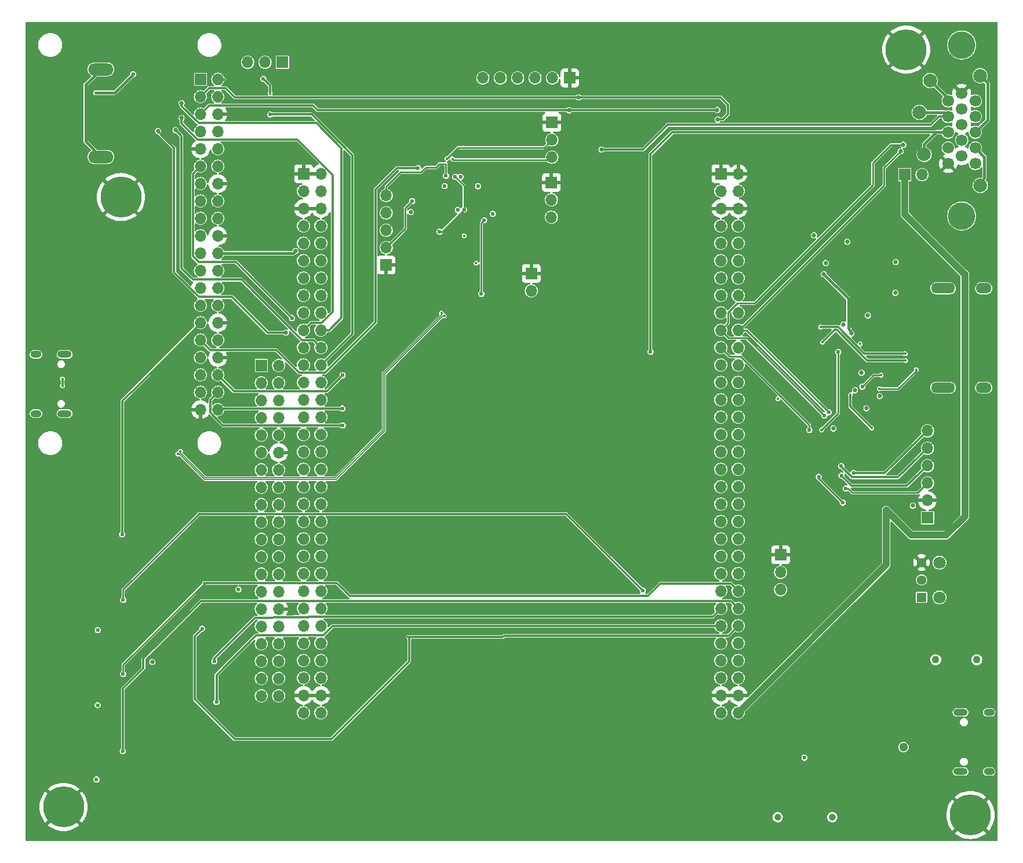
<source format=gbr>
%TF.GenerationSoftware,KiCad,Pcbnew,7.0.10*%
%TF.CreationDate,2024-01-24T08:03:13+07:00*%
%TF.ProjectId,QMTech-MiSTeX,514d5465-6368-42d4-9d69-535465582e6b,rev?*%
%TF.SameCoordinates,Original*%
%TF.FileFunction,Copper,L4,Bot*%
%TF.FilePolarity,Positive*%
%FSLAX46Y46*%
G04 Gerber Fmt 4.6, Leading zero omitted, Abs format (unit mm)*
G04 Created by KiCad (PCBNEW 7.0.10) date 2024-01-24 08:03:13*
%MOMM*%
%LPD*%
G01*
G04 APERTURE LIST*
%TA.AperFunction,ComponentPad*%
%ADD10R,1.700000X1.700000*%
%TD*%
%TA.AperFunction,ComponentPad*%
%ADD11O,1.700000X1.700000*%
%TD*%
%TA.AperFunction,ComponentPad*%
%ADD12C,1.700000*%
%TD*%
%TA.AperFunction,ComponentPad*%
%ADD13C,4.000000*%
%TD*%
%TA.AperFunction,ComponentPad*%
%ADD14C,0.800000*%
%TD*%
%TA.AperFunction,ComponentPad*%
%ADD15C,6.000000*%
%TD*%
%TA.AperFunction,ComponentPad*%
%ADD16O,2.100000X1.000000*%
%TD*%
%TA.AperFunction,ComponentPad*%
%ADD17O,1.600000X1.000000*%
%TD*%
%TA.AperFunction,ComponentPad*%
%ADD18O,3.500000X1.500000*%
%TD*%
%TA.AperFunction,ComponentPad*%
%ADD19O,2.300000X1.500000*%
%TD*%
%TA.AperFunction,ComponentPad*%
%ADD20R,1.400000X1.400000*%
%TD*%
%TA.AperFunction,ComponentPad*%
%ADD21C,1.400000*%
%TD*%
%TA.AperFunction,ComponentPad*%
%ADD22C,1.800000*%
%TD*%
%TA.AperFunction,ComponentPad*%
%ADD23C,1.000000*%
%TD*%
%TA.AperFunction,ComponentPad*%
%ADD24O,3.700000X1.800000*%
%TD*%
%TA.AperFunction,ComponentPad*%
%ADD25C,1.100000*%
%TD*%
%TA.AperFunction,SMDPad,CuDef*%
%ADD26C,2.000000*%
%TD*%
%TA.AperFunction,ViaPad*%
%ADD27C,0.650000*%
%TD*%
%TA.AperFunction,ViaPad*%
%ADD28C,0.450000*%
%TD*%
%TA.AperFunction,ViaPad*%
%ADD29C,0.600000*%
%TD*%
%TA.AperFunction,ViaPad*%
%ADD30C,1.300000*%
%TD*%
%TA.AperFunction,Conductor*%
%ADD31C,1.000000*%
%TD*%
%TA.AperFunction,Conductor*%
%ADD32C,0.400000*%
%TD*%
%TA.AperFunction,Conductor*%
%ADD33C,0.230000*%
%TD*%
%TA.AperFunction,Conductor*%
%ADD34C,0.300000*%
%TD*%
%TA.AperFunction,Conductor*%
%ADD35C,0.250000*%
%TD*%
%TA.AperFunction,Conductor*%
%ADD36C,0.153670*%
%TD*%
G04 APERTURE END LIST*
D10*
%TO.P,J14,1,Pin_1*%
%TO.N,GND*%
X148386800Y-72034400D03*
D11*
%TO.P,J14,2,Pin_2*%
%TO.N,Net-(J14-Pin_2)*%
X148386800Y-69494400D03*
%TO.P,J14,3,Pin_3*%
%TO.N,Net-(J14-Pin_3)*%
X148386800Y-66954400D03*
%TO.P,J14,4,Pin_4*%
%TO.N,Net-(J14-Pin_4)*%
X148386800Y-64414400D03*
%TO.P,J14,5,Pin_5*%
%TO.N,Net-(J14-Pin_5)*%
X148386800Y-61874400D03*
%TD*%
D10*
%TO.P,J6,1,Pin_1*%
%TO.N,GND*%
X175209200Y-44704000D03*
D11*
%TO.P,J6,2,Pin_2*%
%TO.N,/RP2040/TCK*%
X172669200Y-44704000D03*
%TO.P,J6,3,Pin_3*%
%TO.N,/RP2040/TDO*%
X170129200Y-44704000D03*
%TO.P,J6,4,Pin_4*%
%TO.N,/RP2040/TDI*%
X167589200Y-44704000D03*
%TO.P,J6,5,Pin_5*%
%TO.N,/RP2040/TMS*%
X165049200Y-44704000D03*
%TO.P,J6,6,Pin_6*%
%TO.N,/RP2040/GPIO*%
X162509200Y-44704000D03*
%TD*%
D12*
%TO.P,VGA1,1*%
%TO.N,/VGA/VGA_RED*%
X230480800Y-48073800D03*
%TO.P,VGA1,2*%
%TO.N,/VGA/VGA_GREEN*%
X230480800Y-50343800D03*
%TO.P,VGA1,3*%
%TO.N,/VGA/VGA_BLUE*%
X230480800Y-52633800D03*
%TO.P,VGA1,4*%
%TO.N,unconnected-(VGA1-Pad4)*%
X230480800Y-54923800D03*
%TO.P,VGA1,5*%
%TO.N,GND*%
X230480800Y-57213800D03*
%TO.P,VGA1,6*%
X232460800Y-46913800D03*
%TO.P,VGA1,7*%
X232460800Y-49193800D03*
%TO.P,VGA1,8*%
X232460800Y-51493800D03*
%TO.P,VGA1,9*%
%TO.N,Net-(J10-Pin_2)*%
X232460800Y-53773800D03*
%TO.P,VGA1,10*%
%TO.N,GND*%
X232460800Y-56073800D03*
%TO.P,VGA1,11*%
%TO.N,unconnected-(VGA1-Pad11)*%
X234440800Y-48073800D03*
%TO.P,VGA1,12*%
%TO.N,unconnected-(VGA1-Pad12)*%
X234440800Y-50343800D03*
%TO.P,VGA1,13*%
%TO.N,Net-(D5-D2+)*%
X234440800Y-52633800D03*
%TO.P,VGA1,14*%
%TO.N,Net-(D5-D2-)*%
X234440800Y-54923800D03*
%TO.P,VGA1,15*%
%TO.N,unconnected-(VGA1-Pad15)*%
X234440800Y-57213800D03*
D13*
%TO.P,VGA1,16*%
%TO.N,/VGA/VGA_SHIELD*%
X232460800Y-39893800D03*
%TO.P,VGA1,17*%
X232460800Y-64873800D03*
%TD*%
D10*
%TO.P,J12,1,Pin_1*%
%TO.N,GND*%
X172593000Y-51206400D03*
D11*
%TO.P,J12,2,Pin_2*%
%TO.N,/RP2040/SWD*%
X172593000Y-53746400D03*
%TO.P,J12,3,Pin_3*%
%TO.N,/RP2040/SWCLK*%
X172593000Y-56286400D03*
%TD*%
D10*
%TO.P,J4,1,Pin_1*%
%TO.N,GND*%
X136309100Y-58694400D03*
D11*
%TO.P,J4,2,Pin_2*%
X138849100Y-58694400D03*
%TO.P,J4,3,Pin_3*%
%TO.N,+3V3*%
X136309100Y-61234400D03*
%TO.P,J4,4,Pin_4*%
X138849100Y-61234400D03*
%TO.P,J4,5,Pin_5*%
%TO.N,GND*%
X136309100Y-63774400D03*
%TO.P,J4,6,Pin_6*%
X138849100Y-63774400D03*
%TO.P,J4,7,Pin_7*%
%TO.N,/FPGA_EN*%
X136309100Y-66314400D03*
%TO.P,J4,8,Pin_8*%
%TO.N,/FPGA_RESET*%
X138849100Y-66314400D03*
%TO.P,J4,9,Pin_9*%
%TO.N,/OSD_EN*%
X136309100Y-68854400D03*
%TO.P,J4,10,Pin_10*%
%TO.N,/IO_EN*%
X138849100Y-68854400D03*
%TO.P,J4,11,Pin_11*%
%TO.N,SPI_MOSI*%
X136309100Y-71394400D03*
%TO.P,J4,12,Pin_12*%
%TO.N,/UART_RX*%
X138849100Y-71394400D03*
%TO.P,J4,13,Pin_13*%
%TO.N,SPI_MISO*%
X136309100Y-73934400D03*
%TO.P,J4,14,Pin_14*%
%TO.N,/UART_TX*%
X138849100Y-73934400D03*
%TO.P,J4,15,Pin_15*%
%TO.N,SPI_CLK*%
X136309100Y-76474400D03*
%TO.P,J4,16,Pin_16*%
%TO.N,SPI_CS*%
X138849100Y-76474400D03*
%TO.P,J4,17,Pin_17*%
%TO.N,SPI_CLK*%
X136309100Y-79014400D03*
%TO.P,J4,18,Pin_18*%
%TO.N,USER2*%
X138849100Y-79014400D03*
%TO.P,J4,19,Pin_19*%
%TO.N,USER3*%
X136309100Y-81554400D03*
%TO.P,J4,20,Pin_20*%
%TO.N,USER1*%
X138849100Y-81554400D03*
%TO.P,J4,21,Pin_21*%
%TO.N,USER4*%
X136309100Y-84094400D03*
%TO.P,J4,22,Pin_22*%
%TO.N,USER0*%
X138849100Y-84094400D03*
%TO.P,J4,23,Pin_23*%
%TO.N,USER5*%
X136309100Y-86634400D03*
%TO.P,J4,24,Pin_24*%
%TO.N,USER6*%
X138849100Y-86634400D03*
%TO.P,J4,25,Pin_25*%
%TO.N,/RAM_DQ0*%
X136309100Y-89174400D03*
%TO.P,J4,26,Pin_26*%
%TO.N,/RAM_DQ1*%
X138849100Y-89174400D03*
%TO.P,J4,27,Pin_27*%
%TO.N,/RAM_DQ2*%
X136309100Y-91714400D03*
%TO.P,J4,28,Pin_28*%
%TO.N,/RAM_DQ3*%
X138849100Y-91714400D03*
%TO.P,J4,29,Pin_29*%
%TO.N,/RAM_DQ4*%
X136309100Y-94254400D03*
%TO.P,J4,30,Pin_30*%
%TO.N,/RAM_DQ5*%
X138849100Y-94254400D03*
%TO.P,J4,31,Pin_31*%
%TO.N,/RAM_DQ6*%
X136309100Y-96794400D03*
%TO.P,J4,32,Pin_32*%
%TO.N,/RAM_DQ7*%
X138849100Y-96794400D03*
%TO.P,J4,33,Pin_33*%
%TO.N,/RAM_DQ15*%
X136309100Y-99334400D03*
%TO.P,J4,34,Pin_34*%
%TO.N,/RAM_DQ14*%
X138849100Y-99334400D03*
%TO.P,J4,35,Pin_35*%
%TO.N,/RAM_DQ13*%
X136309100Y-101874400D03*
%TO.P,J4,36,Pin_36*%
%TO.N,/RAM_DQ12*%
X138849100Y-101874400D03*
%TO.P,J4,37,Pin_37*%
%TO.N,/RAM_DQ11*%
X136309100Y-104414400D03*
%TO.P,J4,38,Pin_38*%
%TO.N,/RAM_DQ10*%
X138849100Y-104414400D03*
%TO.P,J4,39,Pin_39*%
%TO.N,/RAM_DQ9*%
X136309100Y-106954400D03*
%TO.P,J4,40,Pin_40*%
%TO.N,/RAM_DQ8*%
X138849100Y-106954400D03*
%TO.P,J4,41,Pin_41*%
%TO.N,/RAM_A12*%
X136309100Y-109494400D03*
%TO.P,J4,42,Pin_42*%
%TO.N,/RAM_CLK*%
X138849100Y-109494400D03*
%TO.P,J4,43,Pin_43*%
%TO.N,/RAM_A9*%
X136309100Y-112034400D03*
%TO.P,J4,44,Pin_44*%
%TO.N,/RAM_A11*%
X138849100Y-112034400D03*
%TO.P,J4,45,Pin_45*%
%TO.N,/RAM_A7*%
X136309100Y-114574400D03*
%TO.P,J4,46,Pin_46*%
%TO.N,/RAM_A8*%
X138849100Y-114574400D03*
%TO.P,J4,47,Pin_47*%
%TO.N,/RAM_A5*%
X136309100Y-117114400D03*
%TO.P,J4,48,Pin_48*%
%TO.N,/RAM_A6*%
X138849100Y-117114400D03*
%TO.P,J4,49,Pin_49*%
%TO.N,/RAM_WE*%
X136309100Y-119654400D03*
%TO.P,J4,50,Pin_50*%
%TO.N,/RAM_A4*%
X138849100Y-119654400D03*
%TO.P,J4,51,Pin_51*%
%TO.N,/RAM_CAS*%
X136309100Y-122194400D03*
%TO.P,J4,52,Pin_52*%
%TO.N,/RAM_RAS*%
X138849100Y-122194400D03*
%TO.P,J4,53,Pin_53*%
%TO.N,/RAM_CS*%
X136309100Y-124734400D03*
%TO.P,J4,54,Pin_54*%
%TO.N,/RAM_BA0*%
X138849100Y-124734400D03*
%TO.P,J4,55,Pin_55*%
%TO.N,/RAM_BA1*%
X136309100Y-127274400D03*
%TO.P,J4,56,Pin_56*%
%TO.N,/RAM_A10*%
X138849100Y-127274400D03*
%TO.P,J4,57,Pin_57*%
%TO.N,/RAM_A0*%
X136309100Y-129814400D03*
%TO.P,J4,58,Pin_58*%
%TO.N,/RAM_A1*%
X138849100Y-129814400D03*
%TO.P,J4,59,Pin_59*%
%TO.N,/RAM_A2*%
X136309100Y-132354400D03*
%TO.P,J4,60,Pin_60*%
%TO.N,/RAM_A3*%
X138849100Y-132354400D03*
%TO.P,J4,61,Pin_61*%
%TO.N,GND*%
X136309100Y-134894400D03*
%TO.P,J4,62,Pin_62*%
X138849100Y-134894400D03*
%TO.P,J4,63,Pin_63*%
%TO.N,+5V*%
X136309100Y-137434400D03*
%TO.P,J4,64,Pin_64*%
X138849100Y-137434400D03*
%TD*%
D14*
%TO.P,H8,1,1*%
%TO.N,GND*%
X107387000Y-62103000D03*
X108046010Y-60512010D03*
X108046010Y-63693990D03*
X109637000Y-59853000D03*
D15*
X109637000Y-62103000D03*
D14*
X109637000Y-64353000D03*
X111227990Y-60512010D03*
X111227990Y-63693990D03*
X111887000Y-62103000D03*
%TD*%
D10*
%TO.P,J11,1,Pin_1*%
%TO.N,Net-(J11-Pin_1)*%
X227457000Y-108966000D03*
D11*
%TO.P,J11,2,Pin_2*%
%TO.N,GND*%
X227457000Y-106426000D03*
%TO.P,J11,3,Pin_3*%
%TO.N,I2S_LRCLK*%
X227457000Y-103886000D03*
%TO.P,J11,4,Pin_4*%
%TO.N,I2S_DAT*%
X227457000Y-101346000D03*
%TO.P,J11,5,Pin_5*%
%TO.N,I2S_MCLK*%
X227457000Y-98806000D03*
%TO.P,J11,6,Pin_6*%
%TO.N,I2S_SCLK*%
X227457000Y-96266000D03*
%TD*%
D10*
%TO.P,J2,1,Pin_1*%
%TO.N,/RAM_DQ0*%
X130149600Y-86715600D03*
D11*
%TO.P,J2,2,Pin_2*%
%TO.N,/RAM_DQ1*%
X132689600Y-86715600D03*
%TO.P,J2,3,Pin_3*%
%TO.N,/RAM_DQ2*%
X130149600Y-89255600D03*
%TO.P,J2,4,Pin_4*%
%TO.N,/RAM_DQ3*%
X132689600Y-89255600D03*
%TO.P,J2,5,Pin_5*%
%TO.N,/RAM_DQ4*%
X130149600Y-91795600D03*
%TO.P,J2,6,Pin_6*%
%TO.N,/RAM_DQ5*%
X132689600Y-91795600D03*
%TO.P,J2,7,Pin_7*%
%TO.N,/RAM_DQ6*%
X130149600Y-94335600D03*
%TO.P,J2,8,Pin_8*%
%TO.N,/RAM_DQ7*%
X132689600Y-94335600D03*
%TO.P,J2,9,Pin_9*%
%TO.N,/RAM_DQ15*%
X130149600Y-96875600D03*
%TO.P,J2,10,Pin_10*%
%TO.N,/RAM_DQ14*%
X132689600Y-96875600D03*
%TO.P,J2,11,Pin_11*%
%TO.N,Net-(J2-Pin_11)*%
X130149600Y-99415600D03*
%TO.P,J2,12,Pin_12*%
%TO.N,GND*%
X132689600Y-99415600D03*
%TO.P,J2,13,Pin_13*%
%TO.N,/RAM_DQ13*%
X130149600Y-101955600D03*
%TO.P,J2,14,Pin_14*%
%TO.N,/RAM_DQ12*%
X132689600Y-101955600D03*
%TO.P,J2,15,Pin_15*%
%TO.N,/RAM_DQ11*%
X130149600Y-104495600D03*
%TO.P,J2,16,Pin_16*%
%TO.N,/RAM_DQ10*%
X132689600Y-104495600D03*
%TO.P,J2,17,Pin_17*%
%TO.N,/RAM_DQ9*%
X130149600Y-107035600D03*
%TO.P,J2,18,Pin_18*%
%TO.N,/RAM_DQ8*%
X132689600Y-107035600D03*
%TO.P,J2,19,Pin_19*%
%TO.N,/RAM_A12*%
X130149600Y-109575600D03*
%TO.P,J2,20,Pin_20*%
%TO.N,/RAM_CLK*%
X132689600Y-109575600D03*
%TO.P,J2,21,Pin_21*%
%TO.N,/RAM_A9*%
X130149600Y-112115600D03*
%TO.P,J2,22,Pin_22*%
%TO.N,/RAM_A11*%
X132689600Y-112115600D03*
%TO.P,J2,23,Pin_23*%
%TO.N,/RAM_A7*%
X130149600Y-114655600D03*
%TO.P,J2,24,Pin_24*%
%TO.N,/RAM_A8*%
X132689600Y-114655600D03*
%TO.P,J2,25,Pin_25*%
%TO.N,/RAM_A5*%
X130149600Y-117195600D03*
%TO.P,J2,26,Pin_26*%
%TO.N,/RAM_A6*%
X132689600Y-117195600D03*
%TO.P,J2,27,Pin_27*%
%TO.N,/RAM_WE*%
X130149600Y-119735600D03*
%TO.P,J2,28,Pin_28*%
%TO.N,/RAM_A4*%
X132689600Y-119735600D03*
%TO.P,J2,29,Pin_29*%
%TO.N,Net-(J2-Pin_29)*%
X130149600Y-122275600D03*
%TO.P,J2,30,Pin_30*%
%TO.N,GND*%
X132689600Y-122275600D03*
%TO.P,J2,31,Pin_31*%
%TO.N,/RAM_CAS*%
X130149600Y-124815600D03*
%TO.P,J2,32,Pin_32*%
%TO.N,/RAM_RAS*%
X132689600Y-124815600D03*
%TO.P,J2,33,Pin_33*%
%TO.N,/RAM_CS*%
X130149600Y-127355600D03*
%TO.P,J2,34,Pin_34*%
%TO.N,/RAM_BA0*%
X132689600Y-127355600D03*
%TO.P,J2,35,Pin_35*%
%TO.N,/RAM_BA1*%
X130149600Y-129895600D03*
%TO.P,J2,36,Pin_36*%
%TO.N,/RAM_A10*%
X132689600Y-129895600D03*
%TO.P,J2,37,Pin_37*%
%TO.N,/RAM_A0*%
X130149600Y-132435600D03*
%TO.P,J2,38,Pin_38*%
%TO.N,/RAM_A1*%
X132689600Y-132435600D03*
%TO.P,J2,39,Pin_39*%
%TO.N,/RAM_A2*%
X130149600Y-134975600D03*
%TO.P,J2,40,Pin_40*%
%TO.N,/RAM_A3*%
X132689600Y-134975600D03*
%TD*%
D10*
%TO.P,J9,1,Pin_1*%
%TO.N,GND*%
X169595800Y-73253600D03*
D11*
%TO.P,J9,2,Pin_2*%
%TO.N,/RP2040/~{USB_BOOT}*%
X169595800Y-75793600D03*
%TD*%
D10*
%TO.P,JP1,1,A*%
%TO.N,+3V3*%
X133223000Y-42419000D03*
D11*
%TO.P,JP1,2,C*%
%TO.N,/User-Interface/SNAC6*%
X130683000Y-42419000D03*
%TO.P,JP1,3,B*%
%TO.N,Net-(JP1-B)*%
X128143000Y-42419000D03*
%TD*%
D10*
%TO.P,J8,1,Pin_1*%
%TO.N,GND*%
X205994000Y-114376200D03*
D11*
%TO.P,J8,2,Pin_2*%
%TO.N,AUDIO_L*%
X205994000Y-116916200D03*
%TO.P,J8,3,Pin_3*%
%TO.N,AUDIO_R*%
X205994000Y-119456200D03*
%TD*%
D14*
%TO.P,H6,1,1*%
%TO.N,GND*%
X222093400Y-40563800D03*
X222752410Y-38972810D03*
X222752410Y-42154790D03*
X224343400Y-38313800D03*
D15*
X224343400Y-40563800D03*
D14*
X224343400Y-42813800D03*
X225934390Y-38972810D03*
X225934390Y-42154790D03*
X226593400Y-40563800D03*
%TD*%
D16*
%TO.P,J3,S1,SHIELD*%
%TO.N,Net-(J3-SHIELD)*%
X101406000Y-85090000D03*
D17*
X97226000Y-85090000D03*
D16*
X101406000Y-93730000D03*
D17*
X97226000Y-93730000D03*
%TD*%
D10*
%TO.P,J1,1,3.3V*%
%TO.N,unconnected-(J1-3.3V-Pad1)*%
X121259600Y-44907200D03*
D11*
%TO.P,J1,2,5V*%
%TO.N,+5V*%
X123799600Y-44907200D03*
%TO.P,J1,3,GPIO02_SDA1_I2C*%
%TO.N,I2C_SDA*%
X121259600Y-47447200D03*
%TO.P,J1,4,5V*%
%TO.N,+5V*%
X123799600Y-47447200D03*
%TO.P,J1,5,GPIO03_SCL1_I2C*%
%TO.N,I2C_SCL*%
X121259600Y-49987200D03*
%TO.P,J1,6,GND*%
%TO.N,GND*%
X123799600Y-49987200D03*
%TO.P,J1,7,GPIO04_GCLK*%
%TO.N,unconnected-(J1-GPIO04_GCLK-Pad7)*%
X121259600Y-52527200D03*
%TO.P,J1,8,GPIO14_TXD0*%
%TO.N,/UART_TX*%
X123799600Y-52527200D03*
%TO.P,J1,9,GND*%
%TO.N,GND*%
X121259600Y-55067200D03*
%TO.P,J1,10,GPIO15_RXD0*%
%TO.N,/UART_RX*%
X123799600Y-55067200D03*
%TO.P,J1,11,GPIO17*%
%TO.N,/UART_RTS*%
X121259600Y-57607200D03*
%TO.P,J1,12,GPIO18*%
%TO.N,unconnected-(J1-GPIO18-Pad12)*%
X123799600Y-57607200D03*
%TO.P,J1,13,GPIO27*%
%TO.N,unconnected-(J1-GPIO27-Pad13)*%
X121259600Y-60147200D03*
%TO.P,J1,14,GND*%
%TO.N,GND*%
X123799600Y-60147200D03*
%TO.P,J1,15,GPIO22*%
%TO.N,/FPGA_RESET*%
X121259600Y-62687200D03*
%TO.P,J1,16,GPIO23*%
%TO.N,/FPGA_EN*%
X123799600Y-62687200D03*
%TO.P,J1,17,3.3V*%
%TO.N,unconnected-(J1-3.3V-Pad17)*%
X121259600Y-65227200D03*
%TO.P,J1,18,GPIO24*%
%TO.N,/OSD_EN*%
X123799600Y-65227200D03*
%TO.P,J1,19,GPIO10_SPI_MOSI*%
%TO.N,SPI_MOSI*%
X121259600Y-67767200D03*
%TO.P,J1,20,GND*%
%TO.N,GND*%
X123799600Y-67767200D03*
%TO.P,J1,21,GPIO09_SPI_MISO*%
%TO.N,SPI_MISO*%
X121259600Y-70307200D03*
%TO.P,J1,22,GPIO25*%
%TO.N,/IO_EN*%
X123799600Y-70307200D03*
%TO.P,J1,23,GPIO11_SPI_CLK*%
%TO.N,Net-(J1-GPIO11_SPI_CLK)*%
X121259600Y-72847200D03*
%TO.P,J1,24,GPIO08_SPI_CE0_N*%
%TO.N,SPI_CS*%
X123799600Y-72847200D03*
%TO.P,J1,25,GND*%
%TO.N,GND*%
X121259600Y-75387200D03*
%TO.P,J1,26,GPIO07_SPI_CE1_N*%
%TO.N,unconnected-(J1-GPIO07_SPI_CE1_N-Pad26)*%
X123799600Y-75387200D03*
%TO.P,J1,27,ID_SD*%
%TO.N,unconnected-(J1-ID_SD-Pad27)*%
X121259600Y-77927200D03*
%TO.P,J1,28,ID_SC*%
%TO.N,unconnected-(J1-ID_SC-Pad28)*%
X123799600Y-77927200D03*
%TO.P,J1,29,GPIO05*%
%TO.N,PI_REBOOT*%
X121259600Y-80467200D03*
%TO.P,J1,30,GND*%
%TO.N,GND*%
X123799600Y-80467200D03*
%TO.P,J1,31,GPIO06*%
%TO.N,/PICO_RUN*%
X121259600Y-83007200D03*
%TO.P,J1,32,GPIO12*%
%TO.N,unconnected-(J1-GPIO12-Pad32)*%
X123799600Y-83007200D03*
%TO.P,J1,33,GPIO13*%
%TO.N,unconnected-(J1-GPIO13-Pad33)*%
X121259600Y-85547200D03*
%TO.P,J1,34,GND*%
%TO.N,GND*%
X123799600Y-85547200D03*
%TO.P,J1,35,GPIO19*%
%TO.N,unconnected-(J1-GPIO19-Pad35)*%
X121259600Y-88087200D03*
%TO.P,J1,36,GPIO16*%
%TO.N,/UART_CTS*%
X123799600Y-88087200D03*
%TO.P,J1,37,GPIO26*%
%TO.N,unconnected-(J1-GPIO26-Pad37)*%
X121259600Y-90627200D03*
%TO.P,J1,38,GPIO20*%
%TO.N,/UART_DTR*%
X123799600Y-90627200D03*
%TO.P,J1,39,GND*%
%TO.N,GND*%
X121259600Y-93167200D03*
%TO.P,J1,40,GPIO21*%
%TO.N,/UART_DSR*%
X123799600Y-93167200D03*
%TD*%
D10*
%TO.P,J7,1,Pin_1*%
%TO.N,GND*%
X172516800Y-59969400D03*
D11*
%TO.P,J7,2,Pin_2*%
%TO.N,/RP2040/UART0_RX*%
X172516800Y-62509400D03*
%TO.P,J7,3,Pin_3*%
%TO.N,/RP2040/UART0_TX*%
X172516800Y-65049400D03*
%TD*%
D10*
%TO.P,J10,1,Pin_1*%
%TO.N,+5V*%
X224129600Y-58826400D03*
D11*
%TO.P,J10,2,Pin_2*%
%TO.N,Net-(J10-Pin_2)*%
X226669600Y-58826400D03*
%TD*%
D16*
%TO.P,J13,S1,SHIELD*%
%TO.N,Net-(J13-SHIELD)*%
X232281800Y-146028600D03*
D17*
X236461800Y-146028600D03*
D16*
X232281800Y-137388600D03*
D17*
X236461800Y-137388600D03*
%TD*%
D18*
%TO.P,HDMI1,20,GND*%
%TO.N,Net-(C33-Pad1)*%
X229717600Y-89938000D03*
%TO.P,HDMI1,21,GND*%
X229717600Y-75438000D03*
D19*
%TO.P,HDMI1,22,GND*%
X235677600Y-89938000D03*
%TO.P,HDMI1,23,GND*%
X235677600Y-75438000D03*
%TD*%
D10*
%TO.P,J5,1,Pin_1*%
%TO.N,GND*%
X197269100Y-58694400D03*
D11*
%TO.P,J5,2,Pin_2*%
X199809100Y-58694400D03*
%TO.P,J5,3,Pin_3*%
%TO.N,+3V3*%
X197269100Y-61234400D03*
%TO.P,J5,4,Pin_4*%
X199809100Y-61234400D03*
%TO.P,J5,5,Pin_5*%
%TO.N,GND*%
X197269100Y-63774400D03*
%TO.P,J5,6,Pin_6*%
X199809100Y-63774400D03*
%TO.P,J5,7,Pin_7*%
%TO.N,RGB_D22*%
X197269100Y-66314400D03*
%TO.P,J5,8,Pin_8*%
%TO.N,RGB_D23*%
X199809100Y-66314400D03*
%TO.P,J5,9,Pin_9*%
%TO.N,RGB_D20*%
X197269100Y-68854400D03*
%TO.P,J5,10,Pin_10*%
%TO.N,RGB_D21*%
X199809100Y-68854400D03*
%TO.P,J5,11,Pin_11*%
%TO.N,RGB_D18*%
X197269100Y-71394400D03*
%TO.P,J5,12,Pin_12*%
%TO.N,RGB_D19*%
X199809100Y-71394400D03*
%TO.P,J5,13,Pin_13*%
%TO.N,RGB_D16*%
X197269100Y-73934400D03*
%TO.P,J5,14,Pin_14*%
%TO.N,RGB_D17*%
X199809100Y-73934400D03*
%TO.P,J5,15,Pin_15*%
%TO.N,RGB_D14*%
X197269100Y-76474400D03*
%TO.P,J5,16,Pin_16*%
%TO.N,RGB_D15*%
X199809100Y-76474400D03*
%TO.P,J5,17,Pin_17*%
%TO.N,RGB_D12*%
X197269100Y-79014400D03*
%TO.P,J5,18,Pin_18*%
%TO.N,RGB_D13*%
X199809100Y-79014400D03*
%TO.P,J5,19,Pin_19*%
%TO.N,RGB_HSYNC*%
X197269100Y-81554400D03*
%TO.P,J5,20,Pin_20*%
%TO.N,RGB_VSYNC*%
X199809100Y-81554400D03*
%TO.P,J5,21,Pin_21*%
%TO.N,RGB_DE*%
X197269100Y-84094400D03*
%TO.P,J5,22,Pin_22*%
%TO.N,RGB_CLK*%
X199809100Y-84094400D03*
%TO.P,J5,23,Pin_23*%
%TO.N,RGB_D10*%
X197269100Y-86634400D03*
%TO.P,J5,24,Pin_24*%
%TO.N,RGB_D11*%
X199809100Y-86634400D03*
%TO.P,J5,25,Pin_25*%
%TO.N,RGB_D8*%
X197269100Y-89174400D03*
%TO.P,J5,26,Pin_26*%
%TO.N,RGB_D9*%
X199809100Y-89174400D03*
%TO.P,J5,27,Pin_27*%
%TO.N,RGB_D6*%
X197269100Y-91714400D03*
%TO.P,J5,28,Pin_28*%
%TO.N,RGB_D7*%
X199809100Y-91714400D03*
%TO.P,J5,29,Pin_29*%
%TO.N,RGB_D4*%
X197269100Y-94254400D03*
%TO.P,J5,30,Pin_30*%
%TO.N,RGB_D5*%
X199809100Y-94254400D03*
%TO.P,J5,31,Pin_31*%
%TO.N,RGB_D2*%
X197269100Y-96794400D03*
%TO.P,J5,32,Pin_32*%
%TO.N,RGB_D3*%
X199809100Y-96794400D03*
%TO.P,J5,33,Pin_33*%
%TO.N,RGB_D0*%
X197269100Y-99334400D03*
%TO.P,J5,34,Pin_34*%
%TO.N,RGB_D1*%
X199809100Y-99334400D03*
%TO.P,J5,35,Pin_35*%
%TO.N,SPDIF*%
X197269100Y-101874400D03*
%TO.P,J5,36,Pin_36*%
%TO.N,RGB_INT*%
X199809100Y-101874400D03*
%TO.P,J5,37,Pin_37*%
%TO.N,I2S_DAT*%
X197269100Y-104414400D03*
%TO.P,J5,38,Pin_38*%
%TO.N,I2S_MCLK*%
X199809100Y-104414400D03*
%TO.P,J5,39,Pin_39*%
%TO.N,I2S_LRCLK*%
X197269100Y-106954400D03*
%TO.P,J5,40,Pin_40*%
%TO.N,I2S_SCLK*%
X199809100Y-106954400D03*
%TO.P,J5,41,Pin_41*%
%TO.N,AUDIO_R*%
X197269100Y-109494400D03*
%TO.P,J5,42,Pin_42*%
%TO.N,AUDIO_L*%
X199809100Y-109494400D03*
%TO.P,J5,43,Pin_43*%
%TO.N,I2C_SDA*%
X197269100Y-112034400D03*
%TO.P,J5,44,Pin_44*%
%TO.N,I2C_SCL*%
X199809100Y-112034400D03*
%TO.P,J5,45,Pin_45*%
%TO.N,/UART_RTS*%
X197269100Y-114574400D03*
%TO.P,J5,46,Pin_46*%
%TO.N,/UART_CTS*%
X199809100Y-114574400D03*
%TO.P,J5,47,Pin_47*%
%TO.N,/UART_DSR*%
X197269100Y-117114400D03*
%TO.P,J5,48,Pin_48*%
%TO.N,/UART_DTR*%
X199809100Y-117114400D03*
%TO.P,J5,49,Pin_49*%
%TO.N,BTN_RESET*%
X197269100Y-119654400D03*
%TO.P,J5,50,Pin_50*%
%TO.N,BTN_OSD*%
X199809100Y-119654400D03*
%TO.P,J5,51,Pin_51*%
%TO.N,LED_HDD*%
X197269100Y-122194400D03*
%TO.P,J5,52,Pin_52*%
%TO.N,BTN_USER*%
X199809100Y-122194400D03*
%TO.P,J5,53,Pin_53*%
%TO.N,LED_PWR*%
X197269100Y-124734400D03*
%TO.P,J5,54,Pin_54*%
%TO.N,LED_USR*%
X199809100Y-124734400D03*
%TO.P,J5,55,Pin_55*%
%TO.N,/SDIO_DAT2*%
X197269100Y-127274400D03*
%TO.P,J5,56,Pin_56*%
%TO.N,/SDIO_DAT3*%
X199809100Y-127274400D03*
%TO.P,J5,57,Pin_57*%
%TO.N,/SDIO_CMD*%
X197269100Y-129814400D03*
%TO.P,J5,58,Pin_58*%
%TO.N,/SDIO_CLK*%
X199809100Y-129814400D03*
%TO.P,J5,59,Pin_59*%
%TO.N,/SDIO_DAT1*%
X197269100Y-132354400D03*
%TO.P,J5,60,Pin_60*%
%TO.N,/SDIO_DAT0*%
X199809100Y-132354400D03*
%TO.P,J5,61,Pin_61*%
%TO.N,GND*%
X197269100Y-134894400D03*
%TO.P,J5,62,Pin_62*%
X199809100Y-134894400D03*
%TO.P,J5,63,Pin_63*%
%TO.N,+5V*%
X197269100Y-137434400D03*
%TO.P,J5,64,Pin_64*%
X199809100Y-137434400D03*
%TD*%
D14*
%TO.P,H7,1,1*%
%TO.N,GND*%
X231480800Y-152374600D03*
X232139810Y-150783610D03*
X232139810Y-153965590D03*
X233730800Y-150124600D03*
D15*
X233730800Y-152374600D03*
D14*
X233730800Y-154624600D03*
X235321790Y-150783610D03*
X235321790Y-153965590D03*
X235980800Y-152374600D03*
%TD*%
D20*
%TO.P,U5,1,VIN*%
%TO.N,SPDIF*%
X226589600Y-120573800D03*
D21*
%TO.P,U5,2,VCC*%
%TO.N,+3V3*%
X226589600Y-118033800D03*
%TO.P,U5,3,GND*%
%TO.N,GND*%
X226589600Y-115493800D03*
D22*
%TO.P,U5,4,NC*%
%TO.N,unconnected-(U5-NC-Pad4)*%
X229209600Y-120573800D03*
%TO.P,U5,5,NC*%
%TO.N,unconnected-(U5-NC-Pad5)*%
X229209600Y-115493800D03*
%TD*%
D23*
%TO.P,TF1,*%
%TO.N,*%
X205566400Y-152689200D03*
X213546400Y-152689200D03*
%TD*%
D24*
%TO.P,USB1,10,EP*%
%TO.N,/User-Interface/SNAC_SHIELD*%
X106721000Y-56247000D03*
%TO.P,USB1,11,EP*%
X106721000Y-43447000D03*
%TD*%
D25*
%TO.P,CN1,*%
%TO.N,*%
X234649100Y-129692400D03*
X228649100Y-129692400D03*
%TD*%
D14*
%TO.P,H5,1,1*%
%TO.N,GND*%
X99005000Y-151206200D03*
X99664010Y-149615210D03*
X99664010Y-152797190D03*
X101255000Y-148956200D03*
D15*
X101255000Y-151206200D03*
D14*
X101255000Y-153456200D03*
X102845990Y-149615210D03*
X102845990Y-152797190D03*
X103505000Y-151206200D03*
%TD*%
D26*
%TO.P,TP1,1,1*%
%TO.N,/VGA/VGA_BLUE*%
X226974400Y-55880000D03*
%TD*%
%TO.P,TP5,1,1*%
%TO.N,Net-(D5-D2+)*%
X235153200Y-44373800D03*
%TD*%
%TO.P,TP3,1,1*%
%TO.N,/VGA/VGA_RED*%
X227838000Y-45085000D03*
%TD*%
%TO.P,TP4,1,1*%
%TO.N,Net-(D5-D2-)*%
X235178600Y-60401200D03*
%TD*%
%TO.P,TP2,1,1*%
%TO.N,/VGA/VGA_GREEN*%
X226288600Y-49733200D03*
%TD*%
D27*
%TO.N,GND*%
X194665600Y-57861200D03*
X221026106Y-94262390D03*
X193294000Y-98958400D03*
X230276400Y-145161000D03*
D28*
X140716000Y-122301000D03*
D29*
X203454000Y-126568200D03*
D28*
X201091800Y-73406000D03*
X201193400Y-87223600D03*
X155092400Y-56870600D03*
X153746200Y-68884800D03*
X111887000Y-47879000D03*
X157530800Y-79603600D03*
X227203000Y-82397600D03*
X220091000Y-81153000D03*
X154432000Y-55143400D03*
X201218800Y-96164400D03*
X99110800Y-138176000D03*
D29*
X203555600Y-131165600D03*
X203504800Y-127965200D03*
D28*
X109143800Y-51638200D03*
D29*
X229184200Y-53441600D03*
D28*
X140589000Y-119761000D03*
X126796800Y-102209600D03*
D29*
X224840800Y-67665600D03*
D28*
X159816800Y-70993000D03*
X227203000Y-77825600D03*
D29*
X161798000Y-55981600D03*
D28*
X212623400Y-96189800D03*
D27*
X194208400Y-60655200D03*
X230327200Y-141630400D03*
D28*
X224637600Y-77978000D03*
X160807400Y-70866000D03*
D29*
X203403200Y-136372600D03*
D28*
X220802200Y-78359000D03*
X221843600Y-81356200D03*
X155930600Y-78714600D03*
D29*
X221437200Y-84023200D03*
D28*
X201142600Y-69316600D03*
X208991200Y-104978200D03*
X201269600Y-98704400D03*
D27*
X193294000Y-105105200D03*
D28*
X208991200Y-106273600D03*
X227177600Y-80924400D03*
X220929200Y-86715600D03*
D27*
X128549400Y-76962000D03*
D28*
X127812800Y-96875600D03*
D27*
X193344800Y-92303600D03*
D29*
X226314000Y-63804800D03*
D28*
X201168000Y-89789000D03*
D27*
X228041200Y-93421200D03*
X103403400Y-86207600D03*
D28*
X210870800Y-96393000D03*
D27*
X115739000Y-66040000D03*
X226517200Y-94386400D03*
X134162800Y-69189600D03*
X221594369Y-93573107D03*
D29*
X219405200Y-68580000D03*
D27*
X217068400Y-79908400D03*
D28*
X222580200Y-80924400D03*
X201193400Y-91109800D03*
D29*
X161467800Y-51841400D03*
D28*
X165201600Y-59461400D03*
D27*
X193903600Y-85496400D03*
D28*
X117550399Y-100076801D03*
D27*
X195986400Y-50088800D03*
D28*
X151180800Y-67970400D03*
X223545400Y-82423000D03*
X222859600Y-89408000D03*
D27*
X217170000Y-71069200D03*
D29*
X159689800Y-50063400D03*
D27*
X213207600Y-78384400D03*
D29*
X222554800Y-93167200D03*
D28*
X222656400Y-78028800D03*
D27*
X203098400Y-89916000D03*
D28*
X201168000Y-79679800D03*
X221183200Y-82092800D03*
X224434400Y-80873600D03*
X221716600Y-79400400D03*
D27*
X217982800Y-76149200D03*
D28*
X200964800Y-82219800D03*
X223545400Y-80873600D03*
D27*
X98586000Y-89410000D03*
D28*
X224866200Y-85471000D03*
X224790000Y-79400400D03*
X152730200Y-67716400D03*
X224764600Y-82397600D03*
X172542200Y-58394600D03*
X169570400Y-71678800D03*
X201218800Y-94919800D03*
X106095800Y-104038200D03*
X226034600Y-83921600D03*
X99093800Y-116076400D03*
D27*
X230352600Y-138252200D03*
X179832000Y-54152800D03*
D28*
X153365200Y-63169800D03*
D29*
X213258400Y-83007200D03*
D27*
X98018600Y-83566000D03*
D28*
X227203000Y-79400400D03*
X152755600Y-66243200D03*
D29*
X222763024Y-91648224D03*
D28*
X201117200Y-74625200D03*
D27*
X220421200Y-94843600D03*
X214223600Y-68376800D03*
D28*
X201269600Y-97383600D03*
X201117200Y-75819000D03*
D29*
X158791800Y-52773400D03*
D28*
X218871800Y-84404200D03*
D27*
X115570000Y-70358000D03*
D29*
X195326000Y-122047000D03*
X161823400Y-54330600D03*
D28*
X208991200Y-103682800D03*
X208991200Y-107518200D03*
X226618800Y-89255600D03*
X153365200Y-65049400D03*
X105765600Y-138125200D03*
D27*
X207264000Y-140512800D03*
X103378000Y-92583000D03*
D28*
X99491800Y-104063600D03*
X224256600Y-83896200D03*
X153416000Y-59791600D03*
X223901000Y-79400400D03*
X165227000Y-61544200D03*
D27*
X193243200Y-95300800D03*
X104114600Y-83591400D03*
X132588000Y-80772000D03*
D28*
X155067000Y-54432200D03*
X127762000Y-94183200D03*
X222199200Y-86690200D03*
D27*
X194767200Y-54660800D03*
D28*
X219354400Y-81838800D03*
X201218800Y-99898200D03*
D27*
X189839600Y-75031600D03*
D28*
X222758000Y-82702400D03*
X125831600Y-99466400D03*
X222123000Y-83362800D03*
X118515599Y-98679801D03*
D29*
X213817200Y-84048600D03*
D28*
X159842200Y-70434200D03*
X213055200Y-94259400D03*
X158902400Y-69926200D03*
D29*
X215087200Y-97586800D03*
D28*
X201142600Y-77012800D03*
D29*
X209448400Y-140512800D03*
D28*
X105672400Y-116025600D03*
X127304800Y-127508000D03*
D29*
X202184000Y-132867400D03*
D28*
X153390600Y-61264800D03*
X109067600Y-52832000D03*
X201218800Y-92735400D03*
X201168000Y-78409800D03*
D27*
X194970400Y-112014000D03*
X132486400Y-72644000D03*
D28*
X154457400Y-56134000D03*
X219786200Y-79451200D03*
D29*
X161366200Y-59359800D03*
X154482800Y-51079400D03*
D28*
X140843000Y-124079000D03*
D27*
X189839600Y-69291200D03*
X200202800Y-53797200D03*
D28*
X201091800Y-72136000D03*
D27*
X210870800Y-76301600D03*
D28*
X227203000Y-84175600D03*
D27*
%TO.N,+3V3*%
X225323400Y-107188000D03*
D29*
X106070400Y-147167600D03*
X163957000Y-64541400D03*
D27*
X151993600Y-64287400D03*
X210870800Y-67665600D03*
D29*
X209480400Y-144009700D03*
D28*
X159781306Y-67742785D03*
D29*
X106248200Y-136321800D03*
X161798000Y-60528200D03*
D28*
X161518600Y-71755000D03*
D27*
X212598000Y-71729600D03*
D29*
X159258000Y-59131200D03*
D27*
X114228400Y-130022600D03*
D29*
X126796800Y-119405400D03*
X156921200Y-60502800D03*
X158851600Y-63982600D03*
X106256600Y-125347400D03*
D27*
X215747600Y-68630800D03*
%TO.N,+5V*%
X221411800Y-107848400D03*
D29*
X111417100Y-44157900D03*
D28*
X105918000Y-46863000D03*
D30*
X223951800Y-142468600D03*
D27*
%TO.N,/IO_EN*%
X135128000Y-70002400D03*
D29*
%TO.N,+1V1*%
X158470600Y-59156600D03*
X159766000Y-63931800D03*
X156184600Y-67157600D03*
D27*
%TO.N,/HDMI/1V8_PVDD*%
X222808800Y-71577200D03*
X216865200Y-90322400D03*
%TO.N,/HDMI/1V8_DVDD*%
X213715600Y-95910400D03*
X222758000Y-76098400D03*
X215170378Y-80721200D03*
D28*
X205587600Y-91592400D03*
D27*
X218541600Y-92964000D03*
%TO.N,/HDMI/1V8_AVDD*%
X218744800Y-79400400D03*
D28*
X217627200Y-83566000D03*
D27*
X217822245Y-87774245D03*
X220472000Y-91186000D03*
%TO.N,/HDMI/3V3_DVDD*%
X216344303Y-82042000D03*
X212293200Y-73355200D03*
D28*
%TO.N,/HDMI/DDC_SCL*%
X224205800Y-84988400D03*
X211836000Y-81102200D03*
%TO.N,/HDMI/DDC_SDA*%
X224256600Y-85979000D03*
X212115400Y-83312000D03*
%TO.N,/HDMI/HDMI_HPD*%
X220421200Y-90119200D03*
X225806000Y-87325200D03*
D27*
%TO.N,/VGA/VGA_GREEN*%
X179832000Y-55168800D03*
D29*
%TO.N,/VGA/VGA_BLUE*%
X186994800Y-84683600D03*
%TO.N,/UART_DSR*%
X141986000Y-92989400D03*
%TO.N,/UART_DTR*%
X142036800Y-95453200D03*
%TO.N,/UART_CTS*%
X142011400Y-88138000D03*
%TO.N,/PICO_RUN*%
X153035000Y-57861200D03*
%TO.N,PI_REBOOT*%
X109827600Y-111374800D03*
%TO.N,/UART_RTS*%
X134620000Y-79781400D03*
D27*
%TO.N,I2C_SCL*%
X196748400Y-49377600D03*
X175107600Y-49428400D03*
%TO.N,I2C_SDA*%
X196799200Y-50749200D03*
X176479200Y-47548800D03*
D28*
%TO.N,/RP2040/USB_D+*%
X117930598Y-99645802D03*
X156871201Y-79477401D03*
%TO.N,/RP2040/USB_D-*%
X101087000Y-88648000D03*
X156463199Y-79069399D03*
X118338600Y-99237800D03*
X101087000Y-89664000D03*
D27*
%TO.N,USER0*%
X117602000Y-52324000D03*
%TO.N,USER1*%
X118491000Y-48387000D03*
%TO.N,USER4*%
X133731000Y-81915000D03*
X115062000Y-52451000D03*
%TO.N,USER3*%
X118491000Y-50546000D03*
D28*
%TO.N,USER6*%
X131445000Y-46939200D03*
D29*
X130429000Y-44831000D03*
X131445000Y-50038000D03*
%TO.N,BTN_RESET*%
X185877200Y-119608600D03*
X109965000Y-120953200D03*
%TO.N,LED_PWR*%
X123601000Y-135864600D03*
%TO.N,BTN_USER*%
X109905800Y-143052800D03*
%TO.N,LED_HDD*%
X123296200Y-129921000D03*
%TO.N,BTN_OSD*%
X109956600Y-131775200D03*
%TO.N,LED_USR*%
X121518200Y-125145800D03*
%TO.N,I2S_LRCLK*%
X215519000Y-104673400D03*
%TO.N,I2S_SCLK*%
X216662000Y-102438200D03*
%TO.N,I2S_DAT*%
X214884000Y-102793800D03*
%TO.N,I2S_MCLK*%
X214858600Y-101396800D03*
D28*
%TO.N,RGB_INT*%
X211988400Y-96113600D03*
D29*
X214414100Y-84734400D03*
%TO.N,SPDIF*%
X215087200Y-106756200D03*
X211582000Y-102971600D03*
%TO.N,RGB_DE*%
X210192907Y-96134206D03*
%TO.N,RGB_VSYNC*%
X213014102Y-93531398D03*
D27*
X223520000Y-55422800D03*
D29*
%TO.N,RGB_HSYNC*%
X212382100Y-94005400D03*
D27*
X223926400Y-54457600D03*
D28*
%TO.N,/RP2040/SWD*%
X157251400Y-56489600D03*
%TO.N,/RP2040/SWCLK*%
X158115000Y-56565800D03*
D29*
%TO.N,/RP2040/QSPI_SS*%
X162687000Y-65481200D03*
X162280600Y-76225400D03*
D28*
%TO.N,Net-(U4-R_EXT)*%
X220675200Y-88138000D03*
D29*
X217932000Y-89814400D03*
D28*
%TO.N,Net-(U4-LRCLK)*%
X216179400Y-90982800D03*
X219303600Y-95834200D03*
D29*
%TO.N,Net-(J14-Pin_5)*%
X157124400Y-59004200D03*
%TO.N,Net-(J14-Pin_2)*%
X152171400Y-62687200D03*
%TD*%
D31*
%TO.N,+5V*%
X232918000Y-73355200D02*
X232841800Y-73355200D01*
X199809100Y-137434400D02*
X221437200Y-115806300D01*
D32*
X108712000Y-46863000D02*
X105918000Y-46863000D01*
X111417100Y-44157900D02*
X108712000Y-46863000D01*
D31*
X232841800Y-73355200D02*
X224129600Y-64643000D01*
X221411800Y-107848400D02*
X225069400Y-111506000D01*
D32*
X123799600Y-44907200D02*
X124663200Y-44907200D01*
D31*
X225069400Y-111506000D02*
X230174800Y-111506000D01*
X221437200Y-115806300D02*
X221411800Y-107848400D01*
X230174800Y-111506000D02*
X232918000Y-108762800D01*
X232918000Y-108762800D02*
X232918000Y-73355200D01*
X224129600Y-64643000D02*
X224129600Y-58826400D01*
D32*
%TO.N,/IO_EN*%
X134823200Y-70307200D02*
X123799600Y-70307200D01*
X135128000Y-70002400D02*
X134823200Y-70307200D01*
D33*
%TO.N,+1V1*%
X159766000Y-60452000D02*
X159766000Y-63931800D01*
X159766000Y-63931800D02*
X156540200Y-67157600D01*
X158470600Y-59156600D02*
X159766000Y-60452000D01*
X156540200Y-67157600D02*
X156184600Y-67157600D01*
D32*
%TO.N,/HDMI/3V3_DVDD*%
X215900000Y-76962000D02*
X212293200Y-73355200D01*
X215900000Y-81229200D02*
X215900000Y-76962000D01*
X216344303Y-82042000D02*
X215900000Y-81229200D01*
D34*
%TO.N,/HDMI/DDC_SCL*%
X214426800Y-81102200D02*
X218232707Y-84988400D01*
X218232707Y-84988400D02*
X224205800Y-84988400D01*
X211836000Y-81102200D02*
X214426800Y-81102200D01*
%TO.N,/HDMI/DDC_SDA*%
X218643479Y-85979000D02*
X224256600Y-85979000D01*
X214190479Y-81526000D02*
X218643479Y-85979000D01*
X212115400Y-83301671D02*
X213891071Y-81526000D01*
X212115400Y-83312000D02*
X212115400Y-83301671D01*
X213891071Y-81526000D02*
X214190479Y-81526000D01*
D33*
%TO.N,/HDMI/HDMI_HPD*%
X223164400Y-90119200D02*
X225806000Y-87477600D01*
X225806000Y-87477600D02*
X225806000Y-87325200D01*
X220421200Y-90119200D02*
X223164400Y-90119200D01*
D32*
%TO.N,/VGA/VGA_RED*%
X230480800Y-47727800D02*
X230480800Y-48073800D01*
X227838000Y-45085000D02*
X230480800Y-47727800D01*
D34*
%TO.N,/VGA/VGA_GREEN*%
X189484000Y-51562000D02*
X185877200Y-55168800D01*
D32*
X226288600Y-49733200D02*
X229870200Y-49733200D01*
D34*
X227939600Y-51562000D02*
X189484000Y-51562000D01*
X229157800Y-50343800D02*
X227939600Y-51562000D01*
D32*
X229870200Y-49733200D02*
X230480800Y-50343800D01*
D34*
X230480800Y-50343800D02*
X229157800Y-50343800D01*
X185877200Y-55168800D02*
X179832000Y-55168800D01*
D32*
%TO.N,/VGA/VGA_BLUE*%
X226974400Y-54386400D02*
X228727000Y-52633800D01*
D34*
X190190200Y-52633800D02*
X230480800Y-52633800D01*
D32*
X226974400Y-55880000D02*
X226974400Y-54386400D01*
D34*
X186994800Y-55829200D02*
X190190200Y-52633800D01*
D32*
X228727000Y-52633800D02*
X230480800Y-52633800D01*
D34*
X186994800Y-84683600D02*
X186994800Y-55829200D01*
D32*
%TO.N,Net-(D5-D2+)*%
X236245400Y-50829200D02*
X234440800Y-52633800D01*
X235153200Y-44373800D02*
X236245400Y-45466000D01*
X236245400Y-45466000D02*
X236245400Y-50829200D01*
%TO.N,Net-(D5-D2-)*%
X234772200Y-60325000D02*
X235772200Y-59325000D01*
X235772200Y-56255200D02*
X234440800Y-54923800D01*
X235772200Y-59325000D02*
X235772200Y-56255200D01*
D34*
%TO.N,/UART_DSR*%
X141986000Y-92989400D02*
X123977400Y-92989400D01*
X123977400Y-92989400D02*
X123799600Y-93167200D01*
%TO.N,/UART_DTR*%
X142036800Y-95453200D02*
X124515822Y-95453200D01*
X124515822Y-95453200D02*
X122689600Y-93626978D01*
X122689600Y-93626978D02*
X122689600Y-91737200D01*
X122689600Y-91737200D02*
X123799600Y-90627200D01*
%TO.N,/UART_CTS*%
X126161800Y-90449400D02*
X123799600Y-88087200D01*
X142011400Y-88138000D02*
X141937800Y-88064400D01*
X139700000Y-90449400D02*
X126161800Y-90449400D01*
X123822400Y-88064400D02*
X123799600Y-88087200D01*
X142011400Y-88138000D02*
X139700000Y-90449400D01*
%TO.N,/PICO_RUN*%
X139458600Y-87744400D02*
X146812000Y-80391000D01*
X146812000Y-60985400D02*
X149936200Y-57861200D01*
X135648800Y-87744400D02*
X139458600Y-87744400D01*
X132341600Y-84437200D02*
X135648800Y-87744400D01*
X122689600Y-84437200D02*
X132341600Y-84437200D01*
X146812000Y-80391000D02*
X146812000Y-60985400D01*
X121259600Y-83007200D02*
X122689600Y-84437200D01*
X149936200Y-57861200D02*
X153035000Y-57861200D01*
D35*
%TO.N,PI_REBOOT*%
X111101600Y-90625200D02*
X121259600Y-80467200D01*
D34*
X109827600Y-91899200D02*
X111101600Y-90625200D01*
X109827600Y-111374800D02*
X109827600Y-91899200D01*
%TO.N,/UART_RTS*%
X121259600Y-57607200D02*
X120149600Y-58717200D01*
X120985222Y-71602600D02*
X126441200Y-71602600D01*
X126441200Y-71602600D02*
X134620000Y-79781400D01*
X120149600Y-70766978D02*
X120985222Y-71602600D01*
X120149600Y-58717200D02*
X120149600Y-70766978D01*
%TO.N,I2C_SCL*%
X196748400Y-49377600D02*
X138379200Y-49377600D01*
X122529600Y-48717200D02*
X121259600Y-49987200D01*
X138379200Y-49377600D02*
X137718800Y-48717200D01*
X137718800Y-48717200D02*
X122529600Y-48717200D01*
%TO.N,I2C_SDA*%
X122529600Y-46177200D02*
X121259600Y-47447200D01*
X196799200Y-50749200D02*
X197561200Y-50749200D01*
X124917200Y-46177200D02*
X122529600Y-46177200D01*
X126288800Y-47548800D02*
X124917200Y-46177200D01*
X197561200Y-50749200D02*
X198323200Y-49987200D01*
X198323200Y-49987200D02*
X198323200Y-48615600D01*
X197256400Y-47548800D02*
X126288800Y-47548800D01*
X198323200Y-48615600D02*
X197256400Y-47548800D01*
D36*
%TO.N,/RP2040/USB_D+*%
X156871201Y-79477401D02*
X156661663Y-79477401D01*
X156661663Y-79477401D02*
X148196935Y-87942129D01*
X148196935Y-96222529D02*
X141053529Y-103365935D01*
X121861871Y-103365935D02*
X118061568Y-99565632D01*
X141053529Y-103365935D02*
X121861871Y-103365935D01*
X148196935Y-87942129D02*
X148196935Y-96222529D01*
%TO.N,/RP2040/USB_D-*%
X147916265Y-96106271D02*
X140937271Y-103085265D01*
X140937271Y-103085265D02*
X121978129Y-103085265D01*
X121978129Y-103085265D02*
X118260032Y-99367168D01*
D34*
X101087000Y-89664000D02*
X101087000Y-88648000D01*
D36*
X156463199Y-79069399D02*
X156463199Y-79278937D01*
X156463199Y-79278937D02*
X147916265Y-87825871D01*
X147916265Y-87825871D02*
X147916265Y-96106271D01*
D34*
%TO.N,USER0*%
X137739100Y-82984400D02*
X136070400Y-82984400D01*
X118491000Y-72517000D02*
X118491000Y-53213000D01*
X118491000Y-53213000D02*
X117602000Y-52324000D01*
X136070400Y-82984400D02*
X127254000Y-74168000D01*
X127254000Y-74168000D02*
X120142000Y-74168000D01*
X120142000Y-74168000D02*
X118491000Y-72517000D01*
X138849100Y-84094400D02*
X137739100Y-82984400D01*
%TO.N,USER1*%
X141859000Y-54991000D02*
X141859000Y-79756000D01*
X138176000Y-51308000D02*
X141859000Y-54991000D01*
X121010622Y-51308000D02*
X138176000Y-51308000D01*
X118491000Y-48788378D02*
X121010622Y-51308000D01*
X140060600Y-81554400D02*
X138849100Y-81554400D01*
X118491000Y-48387000D02*
X118491000Y-48788378D01*
X141859000Y-79756000D02*
X140060600Y-81554400D01*
%TO.N,USER4*%
X121010622Y-76708000D02*
X117411500Y-73108878D01*
X117411500Y-54927500D02*
X115062000Y-52578000D01*
X131064000Y-81915000D02*
X125857000Y-76708000D01*
X133731000Y-81915000D02*
X131064000Y-81915000D01*
X115062000Y-52578000D02*
X115062000Y-52451000D01*
X125857000Y-76708000D02*
X121010622Y-76708000D01*
X117411500Y-73108878D02*
X117411500Y-54927500D01*
%TO.N,USER3*%
X140589000Y-78844278D02*
X140589000Y-58864522D01*
X138988878Y-80444400D02*
X140589000Y-78844278D01*
X136309100Y-81554400D02*
X137419100Y-80444400D01*
X120883622Y-53721000D02*
X118491000Y-51328378D01*
X137419100Y-80444400D02*
X138988878Y-80444400D01*
X140589000Y-58864522D02*
X135445478Y-53721000D01*
X135445478Y-53721000D02*
X120883622Y-53721000D01*
X118491000Y-51328378D02*
X118491000Y-50546000D01*
%TO.N,USER6*%
X143433800Y-55985972D02*
X137485828Y-50038000D01*
X138849100Y-86634400D02*
X143433800Y-82049700D01*
X131394200Y-45796200D02*
X130429000Y-44831000D01*
X131394200Y-47040800D02*
X131394200Y-45796200D01*
X137485828Y-50038000D02*
X131445000Y-50038000D01*
X143433800Y-82049700D02*
X143433800Y-55985972D01*
D35*
%TO.N,BTN_RESET*%
X109965000Y-120953200D02*
X109965000Y-119454600D01*
D34*
X174653000Y-108384400D02*
X121035200Y-108384400D01*
D35*
X109965000Y-119454600D02*
X121035200Y-108384400D01*
D34*
X185877200Y-119608600D02*
X174653000Y-108384400D01*
%TO.N,LED_PWR*%
X123601000Y-135864600D02*
X123601000Y-131923000D01*
X129387600Y-126136400D02*
X139192000Y-126111000D01*
X139192000Y-126111000D02*
X140568600Y-124734400D01*
X123601000Y-131923000D02*
X129387600Y-126136400D01*
X140568600Y-124734400D02*
X197269100Y-124734400D01*
%TO.N,BTN_USER*%
X112928400Y-130911600D02*
X112928400Y-129514600D01*
X121358600Y-121084400D02*
X198699100Y-121084400D01*
X112928400Y-129514600D02*
X121358600Y-121084400D01*
X109905800Y-143052800D02*
X109905800Y-133934200D01*
X109905800Y-133934200D02*
X112928400Y-130911600D01*
X198699100Y-121084400D02*
X199809100Y-122194400D01*
%TO.N,LED_HDD*%
X139631400Y-123385600D02*
X196077900Y-123385600D01*
X123296200Y-129459200D02*
X129209800Y-123545600D01*
X123296200Y-129921000D02*
X123296200Y-129459200D01*
X196077900Y-123385600D02*
X197269100Y-122194400D01*
X129209800Y-123545600D02*
X139631400Y-123385600D01*
%TO.N,BTN_OSD*%
X186664600Y-120319800D02*
X143002000Y-120319800D01*
X121920000Y-118465600D02*
X121767600Y-118465600D01*
D35*
X109956600Y-131775200D02*
X109956600Y-130429000D01*
D34*
X198699100Y-118544400D02*
X188440000Y-118544400D01*
D35*
X109956600Y-130429000D02*
X121920000Y-118465600D01*
D34*
X188440000Y-118544400D02*
X186664600Y-120319800D01*
X141147800Y-118465600D02*
X121920000Y-118465600D01*
X199809100Y-119654400D02*
X198699100Y-118544400D01*
X143002000Y-120319800D02*
X142316200Y-119634000D01*
X142316200Y-119634000D02*
X141147800Y-118465600D01*
%TO.N,LED_USR*%
X120396000Y-126268000D02*
X121518200Y-125145800D01*
X120396000Y-135432800D02*
X120396000Y-126268000D01*
X121569200Y-125196800D02*
X121518200Y-125145800D01*
X140385800Y-141274800D02*
X126238000Y-141274800D01*
X199809100Y-124734400D02*
X198379100Y-126164400D01*
X151714200Y-129946400D02*
X140385800Y-141274800D01*
X151714200Y-126347600D02*
X151714200Y-129946400D01*
X126238000Y-141274800D02*
X120396000Y-135432800D01*
X165408707Y-126382400D02*
X164503707Y-126382400D01*
X164468907Y-126347600D02*
X151714200Y-126347600D01*
X165626707Y-126164400D02*
X165408707Y-126382400D01*
X164503707Y-126382400D02*
X164468907Y-126347600D01*
X151714200Y-126347600D02*
X151528400Y-126347600D01*
X198379100Y-126164400D02*
X165626707Y-126164400D01*
D33*
%TO.N,I2S_LRCLK*%
X216484200Y-105308400D02*
X226034600Y-105308400D01*
X226034600Y-105308400D02*
X227457000Y-103886000D01*
X215849200Y-104673400D02*
X216484200Y-105308400D01*
X215519000Y-104673400D02*
X215849200Y-104673400D01*
D34*
%TO.N,I2S_SCLK*%
X226237800Y-97383600D02*
X227457000Y-96266000D01*
X216662000Y-102438200D02*
X221183200Y-102438200D01*
X221183200Y-102438200D02*
X226237800Y-97383600D01*
%TO.N,I2S_DAT*%
X216369000Y-104278800D02*
X224422600Y-104278800D01*
X224422600Y-104278800D02*
X226237800Y-102463600D01*
X226237800Y-102463600D02*
X227457000Y-101346000D01*
X214884000Y-102793800D02*
X216369000Y-104278800D01*
%TO.N,I2S_MCLK*%
X223123200Y-103038200D02*
X226237800Y-99923600D01*
X214858600Y-101483329D02*
X216413471Y-103038200D01*
X216413471Y-103038200D02*
X223123200Y-103038200D01*
X214858600Y-101396800D02*
X214858600Y-101483329D01*
X226237800Y-99923600D02*
X227457000Y-98806000D01*
D35*
%TO.N,RGB_INT*%
X214414100Y-93687900D02*
X211988400Y-96113600D01*
X214414100Y-84734400D02*
X214414100Y-93687900D01*
D34*
%TO.N,SPDIF*%
X211582000Y-103251000D02*
X211582000Y-102971600D01*
X215087200Y-106756200D02*
X211582000Y-103251000D01*
D35*
%TO.N,RGB_DE*%
X210192907Y-95370648D02*
X200191659Y-85369400D01*
X198544100Y-85369400D02*
X197269100Y-84094400D01*
X210192907Y-96134206D02*
X210192907Y-95370648D01*
X200191659Y-85369400D02*
X198544100Y-85369400D01*
%TO.N,RGB_VSYNC*%
X199809100Y-81554400D02*
X199965152Y-81554400D01*
X213014102Y-93531398D02*
X201037104Y-81554400D01*
X199965152Y-81554400D02*
X221132400Y-60387152D01*
X201037104Y-81554400D02*
X199809100Y-81554400D01*
X221132400Y-60387152D02*
X221132400Y-57810400D01*
X221132400Y-57810400D02*
X223520000Y-55422800D01*
%TO.N,RGB_HSYNC*%
X222148400Y-54457600D02*
X223926400Y-54457600D01*
X198354100Y-80469400D02*
X198354100Y-78912300D01*
X199644000Y-77622400D02*
X202179600Y-77622400D01*
X219502400Y-60299600D02*
X219502400Y-57103600D01*
X202179600Y-77622400D02*
X219502400Y-60299600D01*
X201096100Y-82719400D02*
X198434100Y-82719400D01*
X219502400Y-57103600D02*
X222148400Y-54457600D01*
X197269100Y-81554400D02*
X198354100Y-80469400D01*
X198354100Y-78912300D02*
X199644000Y-77622400D01*
X212382100Y-94005400D02*
X201096100Y-82719400D01*
X198434100Y-82719400D02*
X197269100Y-81554400D01*
D33*
%TO.N,/RP2040/SWD*%
X158845400Y-54895600D02*
X171443800Y-54895600D01*
X171443800Y-54895600D02*
X172593000Y-53746400D01*
X157251400Y-56489600D02*
X158845400Y-54895600D01*
%TO.N,/RP2040/SWCLK*%
X158089600Y-56692800D02*
X172186600Y-56692800D01*
X172186600Y-56692800D02*
X172593000Y-56286400D01*
%TO.N,/RP2040/QSPI_SS*%
X162280600Y-76225400D02*
X162280600Y-65887600D01*
X162280600Y-65887600D02*
X162687000Y-65481200D01*
%TO.N,Net-(U4-R_EXT)*%
X219608400Y-88138000D02*
X220675200Y-88138000D01*
X217932000Y-89814400D02*
X219608400Y-88138000D01*
D34*
%TO.N,Net-(U4-LRCLK)*%
X216179400Y-92710000D02*
X216179400Y-90982800D01*
X219303600Y-95834200D02*
X216179400Y-92710000D01*
D35*
%TO.N,Net-(J14-Pin_5)*%
X148386800Y-60553600D02*
X148386800Y-61874400D01*
X157124400Y-59004200D02*
X157124400Y-57251600D01*
X153466800Y-58496200D02*
X150444200Y-58496200D01*
X157124400Y-57251600D02*
X156159200Y-57251600D01*
X155625800Y-57785000D02*
X154178000Y-57785000D01*
X154178000Y-57785000D02*
X153466800Y-58496200D01*
X156159200Y-57251600D02*
X155625800Y-57785000D01*
X150444200Y-58496200D02*
X148386800Y-60553600D01*
%TO.N,Net-(J14-Pin_2)*%
X152171400Y-62687200D02*
X151180800Y-63677800D01*
X151180800Y-63677800D02*
X151180800Y-66700400D01*
X151180800Y-66700400D02*
X148386800Y-69494400D01*
D32*
%TO.N,/User-Interface/SNAC_SHIELD*%
X104470200Y-53996200D02*
X106721000Y-56247000D01*
X106721000Y-43447000D02*
X104470200Y-45697800D01*
X104470200Y-45697800D02*
X104470200Y-53996200D01*
%TD*%
%TA.AperFunction,Conductor*%
%TO.N,GND*%
G36*
X135565439Y-121364902D02*
G01*
X135611932Y-121418558D01*
X135622036Y-121488832D01*
X135594717Y-121550833D01*
X135506613Y-121658187D01*
X135417419Y-121825055D01*
X135362496Y-122006115D01*
X135343953Y-122194396D01*
X135343953Y-122194403D01*
X135362496Y-122382684D01*
X135400994Y-122509598D01*
X135417420Y-122563746D01*
X135506358Y-122730136D01*
X135506613Y-122730612D01*
X135626637Y-122876862D01*
X135731303Y-122962759D01*
X135771272Y-123021436D01*
X135773173Y-123092407D01*
X135736402Y-123153139D01*
X135672634Y-123184351D01*
X135653304Y-123186143D01*
X133934359Y-123212534D01*
X133865939Y-123193580D01*
X133818628Y-123140645D01*
X133807447Y-123070534D01*
X133826943Y-123017633D01*
X133888017Y-122924153D01*
X133888018Y-122924152D01*
X133978420Y-122718056D01*
X133978423Y-122718049D01*
X134026144Y-122529600D01*
X133120716Y-122529600D01*
X133149093Y-122485444D01*
X133189600Y-122347489D01*
X133189600Y-122203711D01*
X133149093Y-122065756D01*
X133120716Y-122021600D01*
X134026144Y-122021600D01*
X134026144Y-122021599D01*
X133978423Y-121833150D01*
X133978420Y-121833143D01*
X133888018Y-121627047D01*
X133888017Y-121627045D01*
X133831026Y-121539816D01*
X133810512Y-121471848D01*
X133830001Y-121403579D01*
X133883305Y-121356683D01*
X133936508Y-121344900D01*
X135497318Y-121344900D01*
X135565439Y-121364902D01*
G37*
%TD.AperFunction*%
%TA.AperFunction,Conductor*%
G36*
X196525439Y-121364902D02*
G01*
X196571932Y-121418558D01*
X196582036Y-121488832D01*
X196554717Y-121550833D01*
X196466613Y-121658187D01*
X196377419Y-121825055D01*
X196322496Y-122006115D01*
X196303953Y-122194396D01*
X196303953Y-122194403D01*
X196322496Y-122382684D01*
X196322497Y-122382690D01*
X196322498Y-122382691D01*
X196347130Y-122463891D01*
X196377420Y-122563746D01*
X196386987Y-122581645D01*
X196401459Y-122651152D01*
X196376055Y-122717448D01*
X196364961Y-122730136D01*
X196006903Y-123088195D01*
X195944590Y-123122220D01*
X195917807Y-123125100D01*
X139662642Y-123125100D01*
X139653657Y-123124727D01*
X139630385Y-123125085D01*
X139628451Y-123125100D01*
X139605154Y-123125100D01*
X139596168Y-123125609D01*
X139582270Y-123125823D01*
X139513849Y-123106872D01*
X139466536Y-123053939D01*
X139455351Y-122983829D01*
X139483846Y-122918801D01*
X139500397Y-122902438D01*
X139531562Y-122876862D01*
X139531563Y-122876860D01*
X139531565Y-122876859D01*
X139651586Y-122730612D01*
X139651586Y-122730611D01*
X139651590Y-122730607D01*
X139740780Y-122563746D01*
X139795702Y-122382691D01*
X139806250Y-122275603D01*
X139814247Y-122194403D01*
X139814247Y-122194396D01*
X139795703Y-122006115D01*
X139795702Y-122006113D01*
X139795702Y-122006109D01*
X139740780Y-121825054D01*
X139651590Y-121658193D01*
X139651587Y-121658190D01*
X139651586Y-121658187D01*
X139563483Y-121550833D01*
X139535729Y-121485486D01*
X139547711Y-121415508D01*
X139595624Y-121363116D01*
X139660882Y-121344900D01*
X196457318Y-121344900D01*
X196525439Y-121364902D01*
G37*
%TD.AperFunction*%
%TA.AperFunction,Conductor*%
G36*
X141055829Y-118746102D02*
G01*
X141076803Y-118763005D01*
X142113859Y-119800061D01*
X142790882Y-120477085D01*
X142806550Y-120496177D01*
X142814188Y-120507609D01*
X142814191Y-120507611D01*
X142900358Y-120565185D01*
X142916090Y-120568314D01*
X142946287Y-120574321D01*
X143009196Y-120607230D01*
X143044327Y-120668925D01*
X143040526Y-120739820D01*
X142999000Y-120797405D01*
X142932933Y-120823399D01*
X142921704Y-120823900D01*
X139152018Y-120823900D01*
X139083897Y-120803898D01*
X139037404Y-120750242D01*
X139027300Y-120679968D01*
X139056794Y-120615388D01*
X139115441Y-120577325D01*
X139218446Y-120546080D01*
X139385307Y-120456890D01*
X139531562Y-120336862D01*
X139651590Y-120190607D01*
X139740780Y-120023746D01*
X139795702Y-119842691D01*
X139796885Y-119830685D01*
X139814247Y-119654403D01*
X139814247Y-119654396D01*
X139795703Y-119466115D01*
X139795702Y-119466113D01*
X139795702Y-119466109D01*
X139740780Y-119285054D01*
X139651590Y-119118193D01*
X139651587Y-119118190D01*
X139651586Y-119118187D01*
X139531565Y-118971940D01*
X139504221Y-118949500D01*
X139464252Y-118890822D01*
X139462351Y-118819851D01*
X139499122Y-118759119D01*
X139562890Y-118727907D01*
X139584154Y-118726100D01*
X140987708Y-118726100D01*
X141055829Y-118746102D01*
G37*
%TD.AperFunction*%
%TA.AperFunction,Conductor*%
G36*
X138389607Y-134684556D02*
G01*
X138349100Y-134822511D01*
X138349100Y-134966289D01*
X138389607Y-135104244D01*
X138417984Y-135148400D01*
X136740216Y-135148400D01*
X136768593Y-135104244D01*
X136809100Y-134966289D01*
X136809100Y-134822511D01*
X136768593Y-134684556D01*
X136740216Y-134640400D01*
X138417984Y-134640400D01*
X138389607Y-134684556D01*
G37*
%TD.AperFunction*%
%TA.AperFunction,Conductor*%
G36*
X199349607Y-134684556D02*
G01*
X199309100Y-134822511D01*
X199309100Y-134966289D01*
X199349607Y-135104244D01*
X199377984Y-135148400D01*
X197700216Y-135148400D01*
X197728593Y-135104244D01*
X197769100Y-134966289D01*
X197769100Y-134822511D01*
X197728593Y-134684556D01*
X197700216Y-134640400D01*
X199377984Y-134640400D01*
X199349607Y-134684556D01*
G37*
%TD.AperFunction*%
%TA.AperFunction,Conductor*%
G36*
X129708342Y-93269902D02*
G01*
X129754835Y-93323558D01*
X129764939Y-93393832D01*
X129735445Y-93458412D01*
X129699617Y-93487022D01*
X129613389Y-93533111D01*
X129613389Y-93533112D01*
X129467137Y-93653137D01*
X129347113Y-93799387D01*
X129257919Y-93966255D01*
X129202996Y-94147315D01*
X129184453Y-94335596D01*
X129184453Y-94335603D01*
X129202996Y-94523884D01*
X129257919Y-94704944D01*
X129347113Y-94871812D01*
X129441454Y-94986767D01*
X129469208Y-95052114D01*
X129457226Y-95122092D01*
X129409313Y-95174484D01*
X129344055Y-95192700D01*
X124675914Y-95192700D01*
X124607793Y-95172698D01*
X124586819Y-95155795D01*
X123772927Y-94341903D01*
X123738901Y-94279591D01*
X123743966Y-94208776D01*
X123786513Y-94151940D01*
X123849672Y-94127415D01*
X123924707Y-94120024D01*
X123987883Y-94113803D01*
X123987884Y-94113802D01*
X123987891Y-94113802D01*
X124168946Y-94058880D01*
X124335807Y-93969690D01*
X124346294Y-93961084D01*
X124482062Y-93849662D01*
X124602086Y-93703412D01*
X124602086Y-93703411D01*
X124602090Y-93703407D01*
X124691280Y-93536546D01*
X124746202Y-93355491D01*
X124746203Y-93355475D01*
X124747033Y-93351312D01*
X124779944Y-93288404D01*
X124841641Y-93253276D01*
X124870611Y-93249900D01*
X129640221Y-93249900D01*
X129708342Y-93269902D01*
G37*
%TD.AperFunction*%
%TA.AperFunction,Conductor*%
G36*
X132249629Y-84717702D02*
G01*
X132270603Y-84734605D01*
X133135283Y-85599285D01*
X133169309Y-85661597D01*
X133164244Y-85732412D01*
X133121697Y-85789248D01*
X133055177Y-85814059D01*
X133009613Y-85808955D01*
X132918109Y-85781198D01*
X132877891Y-85768998D01*
X132877890Y-85768997D01*
X132877884Y-85768996D01*
X132689603Y-85750453D01*
X132689597Y-85750453D01*
X132501315Y-85768996D01*
X132320255Y-85823919D01*
X132153387Y-85913113D01*
X132007137Y-86033137D01*
X131887113Y-86179387D01*
X131797919Y-86346255D01*
X131742996Y-86527315D01*
X131724453Y-86715596D01*
X131724453Y-86715603D01*
X131742996Y-86903884D01*
X131783710Y-87038104D01*
X131797920Y-87084946D01*
X131880671Y-87239761D01*
X131887113Y-87251812D01*
X132007137Y-87398062D01*
X132153387Y-87518086D01*
X132153390Y-87518087D01*
X132153393Y-87518090D01*
X132320254Y-87607280D01*
X132501309Y-87662202D01*
X132501313Y-87662202D01*
X132501315Y-87662203D01*
X132689597Y-87680747D01*
X132689600Y-87680747D01*
X132689603Y-87680747D01*
X132877884Y-87662203D01*
X132877885Y-87662202D01*
X132877891Y-87662202D01*
X133058946Y-87607280D01*
X133225807Y-87518090D01*
X133372062Y-87398062D01*
X133492090Y-87251807D01*
X133581280Y-87084946D01*
X133636202Y-86903891D01*
X133639722Y-86868157D01*
X133654747Y-86715603D01*
X133654747Y-86715596D01*
X133636203Y-86527317D01*
X133636202Y-86527315D01*
X133636202Y-86527309D01*
X133596243Y-86395583D01*
X133595611Y-86324593D01*
X133633460Y-86264527D01*
X133697775Y-86234458D01*
X133768137Y-86243935D01*
X133805914Y-86269916D01*
X135437677Y-87901679D01*
X135453346Y-87920771D01*
X135460988Y-87932209D01*
X135522431Y-87973263D01*
X135547158Y-87989785D01*
X135648800Y-88010003D01*
X135662284Y-88007321D01*
X135686865Y-88004900D01*
X136006182Y-88004900D01*
X136074303Y-88024902D01*
X136120796Y-88078558D01*
X136130900Y-88148832D01*
X136101406Y-88213412D01*
X136042758Y-88251474D01*
X136006923Y-88262344D01*
X135939755Y-88282719D01*
X135772887Y-88371913D01*
X135626637Y-88491937D01*
X135506613Y-88638187D01*
X135417419Y-88805055D01*
X135362496Y-88986115D01*
X135343953Y-89174396D01*
X135343953Y-89174403D01*
X135362496Y-89362684D01*
X135362497Y-89362690D01*
X135362498Y-89362691D01*
X135367032Y-89377639D01*
X135414024Y-89532553D01*
X135417420Y-89543746D01*
X135504379Y-89706434D01*
X135506613Y-89710612D01*
X135626635Y-89856860D01*
X135759015Y-89965501D01*
X135798983Y-90024178D01*
X135800884Y-90095149D01*
X135764113Y-90155881D01*
X135700345Y-90187093D01*
X135679081Y-90188900D01*
X133418562Y-90188900D01*
X133350441Y-90168898D01*
X133303948Y-90115242D01*
X133293844Y-90044968D01*
X133323338Y-89980388D01*
X133338628Y-89965501D01*
X133363928Y-89944737D01*
X133372062Y-89938062D01*
X133410572Y-89891138D01*
X133492086Y-89791812D01*
X133492086Y-89791811D01*
X133492090Y-89791807D01*
X133581280Y-89624946D01*
X133636202Y-89443891D01*
X133642728Y-89377639D01*
X133654747Y-89255603D01*
X133654747Y-89255596D01*
X133636203Y-89067315D01*
X133636202Y-89067313D01*
X133636202Y-89067309D01*
X133581280Y-88886254D01*
X133492090Y-88719393D01*
X133492087Y-88719390D01*
X133492086Y-88719387D01*
X133372062Y-88573137D01*
X133225812Y-88453113D01*
X133225808Y-88453110D01*
X133225807Y-88453110D01*
X133058946Y-88363920D01*
X133058945Y-88363919D01*
X133058944Y-88363919D01*
X132921127Y-88322113D01*
X132877891Y-88308998D01*
X132877890Y-88308997D01*
X132877884Y-88308996D01*
X132689603Y-88290453D01*
X132689597Y-88290453D01*
X132501315Y-88308996D01*
X132320255Y-88363919D01*
X132153387Y-88453113D01*
X132007137Y-88573137D01*
X131887113Y-88719387D01*
X131797919Y-88886255D01*
X131742996Y-89067315D01*
X131724453Y-89255596D01*
X131724453Y-89255603D01*
X131742996Y-89443884D01*
X131795697Y-89617620D01*
X131797920Y-89624946D01*
X131830647Y-89686174D01*
X131887113Y-89791812D01*
X132007135Y-89938060D01*
X132040572Y-89965501D01*
X132080541Y-90024178D01*
X132082441Y-90095150D01*
X132045670Y-90155882D01*
X131981902Y-90187093D01*
X131960638Y-90188900D01*
X130878562Y-90188900D01*
X130810441Y-90168898D01*
X130763948Y-90115242D01*
X130753844Y-90044968D01*
X130783338Y-89980388D01*
X130798628Y-89965501D01*
X130823928Y-89944737D01*
X130832062Y-89938062D01*
X130870572Y-89891138D01*
X130952086Y-89791812D01*
X130952086Y-89791811D01*
X130952090Y-89791807D01*
X131041280Y-89624946D01*
X131096202Y-89443891D01*
X131102728Y-89377639D01*
X131114747Y-89255603D01*
X131114747Y-89255596D01*
X131096203Y-89067315D01*
X131096202Y-89067313D01*
X131096202Y-89067309D01*
X131041280Y-88886254D01*
X130952090Y-88719393D01*
X130952087Y-88719390D01*
X130952086Y-88719387D01*
X130832062Y-88573137D01*
X130685812Y-88453113D01*
X130685808Y-88453110D01*
X130685807Y-88453110D01*
X130518946Y-88363920D01*
X130518945Y-88363919D01*
X130518944Y-88363919D01*
X130381127Y-88322113D01*
X130337891Y-88308998D01*
X130337890Y-88308997D01*
X130337884Y-88308996D01*
X130149603Y-88290453D01*
X130149597Y-88290453D01*
X129961315Y-88308996D01*
X129780255Y-88363919D01*
X129613387Y-88453113D01*
X129467137Y-88573137D01*
X129347113Y-88719387D01*
X129257919Y-88886255D01*
X129202996Y-89067315D01*
X129184453Y-89255596D01*
X129184453Y-89255603D01*
X129202996Y-89443884D01*
X129255697Y-89617620D01*
X129257920Y-89624946D01*
X129290647Y-89686174D01*
X129347113Y-89791812D01*
X129467135Y-89938060D01*
X129500572Y-89965501D01*
X129540541Y-90024178D01*
X129542441Y-90095150D01*
X129505670Y-90155882D01*
X129441902Y-90187093D01*
X129420638Y-90188900D01*
X126321892Y-90188900D01*
X126253771Y-90168898D01*
X126232797Y-90151995D01*
X124703739Y-88622937D01*
X124669713Y-88560625D01*
X124674778Y-88489810D01*
X124681713Y-88474445D01*
X124691279Y-88456548D01*
X124691279Y-88456547D01*
X124691280Y-88456546D01*
X124746202Y-88275491D01*
X124748568Y-88251475D01*
X124764747Y-88087203D01*
X124764747Y-88087196D01*
X124746203Y-87898915D01*
X124746202Y-87898913D01*
X124746202Y-87898909D01*
X124691280Y-87717854D01*
X124615716Y-87576486D01*
X129189100Y-87576486D01*
X129195511Y-87608716D01*
X129219933Y-87645266D01*
X129256483Y-87669688D01*
X129256485Y-87669689D01*
X129288716Y-87676100D01*
X129288717Y-87676100D01*
X131010483Y-87676100D01*
X131010484Y-87676100D01*
X131042715Y-87669689D01*
X131079266Y-87645266D01*
X131103689Y-87608715D01*
X131110100Y-87576484D01*
X131110100Y-85854716D01*
X131103689Y-85822485D01*
X131097627Y-85813412D01*
X131079266Y-85785933D01*
X131042716Y-85761511D01*
X131010486Y-85755100D01*
X131010484Y-85755100D01*
X129288716Y-85755100D01*
X129288713Y-85755100D01*
X129256483Y-85761511D01*
X129219933Y-85785933D01*
X129195511Y-85822483D01*
X129189100Y-85854713D01*
X129189100Y-87576486D01*
X124615716Y-87576486D01*
X124602090Y-87550993D01*
X124602087Y-87550990D01*
X124602086Y-87550987D01*
X124482062Y-87404737D01*
X124335812Y-87284713D01*
X124335808Y-87284710D01*
X124335807Y-87284710D01*
X124168946Y-87195520D01*
X124168945Y-87195519D01*
X124168944Y-87195519D01*
X124082105Y-87169177D01*
X123987891Y-87140598D01*
X123987888Y-87140597D01*
X123987883Y-87140596D01*
X123985635Y-87140149D01*
X123984567Y-87139590D01*
X123981968Y-87138802D01*
X123982117Y-87138308D01*
X123922728Y-87107237D01*
X123887601Y-87045539D01*
X123891406Y-86974645D01*
X123932936Y-86917062D01*
X123989487Y-86892290D01*
X124134109Y-86868157D01*
X124134116Y-86868155D01*
X124346969Y-86795083D01*
X124346971Y-86795082D01*
X124544900Y-86687968D01*
X124544901Y-86687967D01*
X124722502Y-86549734D01*
X124874925Y-86384158D01*
X124998019Y-86195748D01*
X125088420Y-85989656D01*
X125088423Y-85989649D01*
X125136144Y-85801200D01*
X124230716Y-85801200D01*
X124259093Y-85757044D01*
X124299600Y-85619089D01*
X124299600Y-85475311D01*
X124259093Y-85337356D01*
X124230716Y-85293200D01*
X125136144Y-85293200D01*
X125136144Y-85293199D01*
X125088423Y-85104750D01*
X125088420Y-85104743D01*
X124998019Y-84898650D01*
X124994075Y-84892613D01*
X124973564Y-84824644D01*
X124993055Y-84756375D01*
X125046361Y-84709482D01*
X125099560Y-84697700D01*
X132181508Y-84697700D01*
X132249629Y-84717702D01*
G37*
%TD.AperFunction*%
%TA.AperFunction,Conductor*%
G36*
X142328012Y-55249040D02*
G01*
X142334595Y-55255169D01*
X143136395Y-56056969D01*
X143170421Y-56119281D01*
X143173300Y-56146064D01*
X143173300Y-81889607D01*
X143153298Y-81957728D01*
X143136395Y-81978702D01*
X139384836Y-85730260D01*
X139322524Y-85764286D01*
X139251708Y-85759221D01*
X139236345Y-85752287D01*
X139218446Y-85742720D01*
X139177845Y-85730404D01*
X139037391Y-85687798D01*
X139037390Y-85687797D01*
X139037384Y-85687796D01*
X138849103Y-85669253D01*
X138849097Y-85669253D01*
X138660815Y-85687796D01*
X138479755Y-85742719D01*
X138312887Y-85831913D01*
X138166637Y-85951937D01*
X138046613Y-86098187D01*
X137957419Y-86265055D01*
X137902496Y-86446115D01*
X137883953Y-86634396D01*
X137883953Y-86634403D01*
X137902496Y-86822684D01*
X137902497Y-86822690D01*
X137902498Y-86822691D01*
X137908498Y-86842470D01*
X137952552Y-86987701D01*
X137957420Y-87003746D01*
X138017749Y-87116613D01*
X138046613Y-87170612D01*
X138134717Y-87277967D01*
X138162471Y-87343314D01*
X138150489Y-87413292D01*
X138102576Y-87465684D01*
X138037318Y-87483900D01*
X137120882Y-87483900D01*
X137052761Y-87463898D01*
X137006268Y-87410242D01*
X136996164Y-87339968D01*
X137023483Y-87277967D01*
X137111586Y-87170612D01*
X137111586Y-87170611D01*
X137111590Y-87170607D01*
X137200780Y-87003746D01*
X137255702Y-86822691D01*
X137256607Y-86813509D01*
X137274247Y-86634403D01*
X137274247Y-86634396D01*
X137255703Y-86446115D01*
X137255702Y-86446113D01*
X137255702Y-86446109D01*
X137200780Y-86265054D01*
X137111590Y-86098193D01*
X137111587Y-86098190D01*
X137111586Y-86098187D01*
X136991562Y-85951937D01*
X136845312Y-85831913D01*
X136845308Y-85831910D01*
X136845307Y-85831910D01*
X136678446Y-85742720D01*
X136678445Y-85742719D01*
X136678444Y-85742719D01*
X136525771Y-85696407D01*
X136497391Y-85687798D01*
X136497390Y-85687797D01*
X136497384Y-85687796D01*
X136309103Y-85669253D01*
X136309097Y-85669253D01*
X136120815Y-85687796D01*
X135939755Y-85742719D01*
X135772887Y-85831913D01*
X135626637Y-85951937D01*
X135506613Y-86098187D01*
X135417419Y-86265055D01*
X135362496Y-86446115D01*
X135343953Y-86634396D01*
X135343953Y-86634404D01*
X135357151Y-86768417D01*
X135343922Y-86838170D01*
X135295081Y-86889698D01*
X135226136Y-86906641D01*
X135158976Y-86883619D01*
X135142663Y-86869861D01*
X132552722Y-84279920D01*
X132537051Y-84260826D01*
X132529410Y-84249390D01*
X132443242Y-84191815D01*
X132443241Y-84191814D01*
X132367254Y-84176700D01*
X132367253Y-84176699D01*
X132341600Y-84171597D01*
X132328116Y-84174279D01*
X132303535Y-84176700D01*
X124102518Y-84176700D01*
X124034397Y-84156698D01*
X123987904Y-84103042D01*
X123977800Y-84032768D01*
X124007294Y-83968188D01*
X124065941Y-83930125D01*
X124168946Y-83898880D01*
X124335807Y-83809690D01*
X124378582Y-83774586D01*
X124482062Y-83689662D01*
X124602086Y-83543412D01*
X124602086Y-83543411D01*
X124602090Y-83543407D01*
X124691280Y-83376546D01*
X124746202Y-83195491D01*
X124746718Y-83190260D01*
X124764747Y-83007203D01*
X124764747Y-83007196D01*
X124746203Y-82818915D01*
X124746202Y-82818913D01*
X124746202Y-82818909D01*
X124691280Y-82637854D01*
X124602090Y-82470993D01*
X124602087Y-82470990D01*
X124602086Y-82470987D01*
X124482062Y-82324737D01*
X124335812Y-82204713D01*
X124335808Y-82204710D01*
X124335807Y-82204710D01*
X124168946Y-82115520D01*
X124168945Y-82115519D01*
X124168944Y-82115519D01*
X124082105Y-82089177D01*
X123987891Y-82060598D01*
X123987888Y-82060597D01*
X123987883Y-82060596D01*
X123985635Y-82060149D01*
X123984567Y-82059590D01*
X123981968Y-82058802D01*
X123982117Y-82058308D01*
X123922728Y-82027237D01*
X123887601Y-81965539D01*
X123891406Y-81894645D01*
X123932936Y-81837062D01*
X123989487Y-81812290D01*
X124134109Y-81788157D01*
X124134116Y-81788155D01*
X124346969Y-81715083D01*
X124346971Y-81715082D01*
X124544900Y-81607968D01*
X124544901Y-81607967D01*
X124722502Y-81469734D01*
X124874925Y-81304158D01*
X124998019Y-81115748D01*
X125088420Y-80909656D01*
X125088423Y-80909649D01*
X125136144Y-80721200D01*
X124230716Y-80721200D01*
X124259093Y-80677044D01*
X124299600Y-80539089D01*
X124299600Y-80395311D01*
X124259093Y-80257356D01*
X124230716Y-80213200D01*
X125136144Y-80213200D01*
X125136144Y-80213199D01*
X125088423Y-80024750D01*
X125088420Y-80024743D01*
X124998019Y-79818651D01*
X124874925Y-79630241D01*
X124722502Y-79464665D01*
X124544901Y-79326432D01*
X124544900Y-79326431D01*
X124346971Y-79219317D01*
X124346969Y-79219316D01*
X124134116Y-79146244D01*
X124134097Y-79146239D01*
X123989487Y-79122108D01*
X123925587Y-79091167D01*
X123888560Y-79030590D01*
X123890161Y-78959612D01*
X123929882Y-78900766D01*
X123982074Y-78875947D01*
X123981968Y-78875598D01*
X123984290Y-78874893D01*
X123985650Y-78874247D01*
X123987879Y-78873803D01*
X123987891Y-78873802D01*
X124168946Y-78818880D01*
X124335807Y-78729690D01*
X124482062Y-78609662D01*
X124507780Y-78578324D01*
X124602086Y-78463412D01*
X124602086Y-78463411D01*
X124602090Y-78463407D01*
X124691280Y-78296546D01*
X124746202Y-78115491D01*
X124750900Y-78067798D01*
X124764747Y-77927203D01*
X124764747Y-77927196D01*
X124746203Y-77738915D01*
X124746202Y-77738913D01*
X124746202Y-77738909D01*
X124691280Y-77557854D01*
X124602090Y-77390993D01*
X124602087Y-77390990D01*
X124602086Y-77390987D01*
X124482065Y-77244740D01*
X124448241Y-77216982D01*
X124417677Y-77191899D01*
X124377709Y-77133223D01*
X124375808Y-77062252D01*
X124412578Y-77001519D01*
X124476346Y-76970307D01*
X124497611Y-76968500D01*
X125696908Y-76968500D01*
X125765029Y-76988502D01*
X125786003Y-77005405D01*
X130852877Y-82072279D01*
X130868546Y-82091371D01*
X130876190Y-82102811D01*
X130948823Y-82151342D01*
X130948824Y-82151342D01*
X130962358Y-82160385D01*
X131064000Y-82180603D01*
X131077484Y-82177921D01*
X131102065Y-82175500D01*
X133303085Y-82175500D01*
X133371206Y-82195502D01*
X133398310Y-82218989D01*
X133432948Y-82258965D01*
X133432950Y-82258966D01*
X133432951Y-82258967D01*
X133541931Y-82329004D01*
X133666228Y-82365500D01*
X133666232Y-82365500D01*
X133795768Y-82365500D01*
X133795772Y-82365500D01*
X133920069Y-82329004D01*
X134029049Y-82258967D01*
X134113882Y-82161063D01*
X134167697Y-82043226D01*
X134186133Y-81915000D01*
X134167697Y-81786774D01*
X134167694Y-81786767D01*
X134166829Y-81783820D01*
X134166828Y-81780739D01*
X134166414Y-81777854D01*
X134166828Y-81777794D01*
X134166827Y-81712823D01*
X134205208Y-81653096D01*
X134269788Y-81623600D01*
X134340062Y-81633701D01*
X134376819Y-81659222D01*
X135806956Y-83089359D01*
X135840982Y-83151671D01*
X135835917Y-83222486D01*
X135793370Y-83279322D01*
X135777265Y-83289572D01*
X135772895Y-83291907D01*
X135772889Y-83291912D01*
X135626637Y-83411937D01*
X135506613Y-83558187D01*
X135417419Y-83725055D01*
X135362496Y-83906115D01*
X135343953Y-84094396D01*
X135343953Y-84094403D01*
X135362496Y-84282684D01*
X135362497Y-84282690D01*
X135362498Y-84282691D01*
X135372451Y-84315501D01*
X135409469Y-84437537D01*
X135417420Y-84463746D01*
X135503618Y-84625010D01*
X135506613Y-84630612D01*
X135626637Y-84776862D01*
X135772887Y-84896886D01*
X135772890Y-84896887D01*
X135772893Y-84896890D01*
X135939754Y-84986080D01*
X136120809Y-85041002D01*
X136120813Y-85041002D01*
X136120815Y-85041003D01*
X136309097Y-85059547D01*
X136309100Y-85059547D01*
X136309103Y-85059547D01*
X136497384Y-85041003D01*
X136497385Y-85041002D01*
X136497391Y-85041002D01*
X136678446Y-84986080D01*
X136845307Y-84896890D01*
X136884485Y-84864738D01*
X136991562Y-84776862D01*
X137111586Y-84630612D01*
X137111586Y-84630611D01*
X137111590Y-84630607D01*
X137200780Y-84463746D01*
X137255702Y-84282691D01*
X137256840Y-84271142D01*
X137274247Y-84094403D01*
X137274247Y-84094396D01*
X137255703Y-83906115D01*
X137255702Y-83906113D01*
X137255702Y-83906109D01*
X137200780Y-83725054D01*
X137111590Y-83558193D01*
X137111587Y-83558190D01*
X137111586Y-83558187D01*
X137023483Y-83450833D01*
X136995729Y-83385486D01*
X137007711Y-83315508D01*
X137055624Y-83263116D01*
X137120882Y-83244900D01*
X137579008Y-83244900D01*
X137647129Y-83264902D01*
X137668103Y-83281805D01*
X137944960Y-83558662D01*
X137978986Y-83620974D01*
X137973921Y-83691789D01*
X137966990Y-83707147D01*
X137957423Y-83725046D01*
X137957418Y-83725060D01*
X137902496Y-83906115D01*
X137883953Y-84094396D01*
X137883953Y-84094403D01*
X137902496Y-84282684D01*
X137902497Y-84282690D01*
X137902498Y-84282691D01*
X137912451Y-84315501D01*
X137949469Y-84437537D01*
X137957420Y-84463746D01*
X138043618Y-84625010D01*
X138046613Y-84630612D01*
X138166637Y-84776862D01*
X138312887Y-84896886D01*
X138312890Y-84896887D01*
X138312893Y-84896890D01*
X138479754Y-84986080D01*
X138660809Y-85041002D01*
X138660813Y-85041002D01*
X138660815Y-85041003D01*
X138849097Y-85059547D01*
X138849100Y-85059547D01*
X138849103Y-85059547D01*
X139037384Y-85041003D01*
X139037385Y-85041002D01*
X139037391Y-85041002D01*
X139218446Y-84986080D01*
X139385307Y-84896890D01*
X139424485Y-84864738D01*
X139531562Y-84776862D01*
X139651586Y-84630612D01*
X139651586Y-84630611D01*
X139651590Y-84630607D01*
X139740780Y-84463746D01*
X139795702Y-84282691D01*
X139796840Y-84271142D01*
X139814247Y-84094403D01*
X139814247Y-84094396D01*
X139795703Y-83906115D01*
X139795702Y-83906113D01*
X139795702Y-83906109D01*
X139740780Y-83725054D01*
X139651590Y-83558193D01*
X139651587Y-83558190D01*
X139651586Y-83558187D01*
X139531562Y-83411937D01*
X139385312Y-83291913D01*
X139385308Y-83291910D01*
X139385307Y-83291910D01*
X139218446Y-83202720D01*
X139218445Y-83202719D01*
X139218444Y-83202719D01*
X139080627Y-83160913D01*
X139037391Y-83147798D01*
X139037390Y-83147797D01*
X139037384Y-83147796D01*
X138849103Y-83129253D01*
X138849097Y-83129253D01*
X138660815Y-83147796D01*
X138479760Y-83202718D01*
X138479746Y-83202723D01*
X138461847Y-83212290D01*
X138392340Y-83226758D01*
X138326045Y-83201351D01*
X138313362Y-83190260D01*
X137950222Y-82827120D01*
X137934551Y-82808026D01*
X137926910Y-82796590D01*
X137840742Y-82739015D01*
X137840741Y-82739014D01*
X137764754Y-82723900D01*
X137764753Y-82723899D01*
X137739100Y-82718797D01*
X137725616Y-82721479D01*
X137701035Y-82723900D01*
X136612018Y-82723900D01*
X136543897Y-82703898D01*
X136497404Y-82650242D01*
X136487300Y-82579968D01*
X136516794Y-82515388D01*
X136575441Y-82477325D01*
X136678446Y-82446080D01*
X136845307Y-82356890D01*
X136884485Y-82324738D01*
X136991562Y-82236862D01*
X137111586Y-82090612D01*
X137111586Y-82090611D01*
X137111590Y-82090607D01*
X137200780Y-81923746D01*
X137255702Y-81742691D01*
X137255750Y-81742211D01*
X137274247Y-81554403D01*
X137274247Y-81554396D01*
X137255703Y-81366115D01*
X137255702Y-81366113D01*
X137255702Y-81366109D01*
X137200780Y-81185054D01*
X137200778Y-81185050D01*
X137200778Y-81185049D01*
X137191212Y-81167152D01*
X137176740Y-81097646D01*
X137202144Y-81031350D01*
X137213230Y-81018670D01*
X137490098Y-80741804D01*
X137552410Y-80707779D01*
X137579193Y-80704900D01*
X138037318Y-80704900D01*
X138105439Y-80724902D01*
X138151932Y-80778558D01*
X138162036Y-80848832D01*
X138134717Y-80910833D01*
X138046613Y-81018187D01*
X137957419Y-81185055D01*
X137902496Y-81366115D01*
X137883953Y-81554396D01*
X137883953Y-81554403D01*
X137902496Y-81742684D01*
X137902497Y-81742690D01*
X137902498Y-81742691D01*
X137914040Y-81780739D01*
X137957418Y-81923742D01*
X137957420Y-81923746D01*
X138041505Y-82081057D01*
X138046613Y-82090612D01*
X138166637Y-82236862D01*
X138312887Y-82356886D01*
X138312890Y-82356887D01*
X138312893Y-82356890D01*
X138479754Y-82446080D01*
X138660809Y-82501002D01*
X138660813Y-82501002D01*
X138660815Y-82501003D01*
X138849097Y-82519547D01*
X138849100Y-82519547D01*
X138849103Y-82519547D01*
X139037384Y-82501003D01*
X139037385Y-82501002D01*
X139037391Y-82501002D01*
X139218446Y-82446080D01*
X139385307Y-82356890D01*
X139424485Y-82324738D01*
X139531562Y-82236862D01*
X139651586Y-82090612D01*
X139651586Y-82090611D01*
X139651590Y-82090607D01*
X139740780Y-81923746D01*
X139746671Y-81904326D01*
X139785586Y-81844944D01*
X139850427Y-81816028D01*
X139867246Y-81814900D01*
X140022535Y-81814900D01*
X140047116Y-81817321D01*
X140060599Y-81820003D01*
X140060599Y-81820002D01*
X140060600Y-81820003D01*
X140162242Y-81799785D01*
X140177036Y-81789900D01*
X140248410Y-81742210D01*
X140256056Y-81730765D01*
X140271716Y-81711684D01*
X142016286Y-79967115D01*
X142035370Y-79951453D01*
X142046810Y-79943810D01*
X142104385Y-79857642D01*
X142115728Y-79800618D01*
X142124604Y-79756000D01*
X142121921Y-79742511D01*
X142119500Y-79717930D01*
X142119500Y-55344264D01*
X142139502Y-55276143D01*
X142193158Y-55229650D01*
X142263432Y-55219546D01*
X142328012Y-55249040D01*
G37*
%TD.AperFunction*%
%TA.AperFunction,Conductor*%
G36*
X137626828Y-48997702D02*
G01*
X137647803Y-49014605D01*
X138168082Y-49534885D01*
X138183750Y-49553977D01*
X138191388Y-49565409D01*
X138197203Y-49569294D01*
X138277558Y-49622985D01*
X138277561Y-49622985D01*
X138277562Y-49622986D01*
X138277560Y-49622986D01*
X138280968Y-49623664D01*
X138280972Y-49623664D01*
X138379200Y-49643204D01*
X138392688Y-49640521D01*
X138417270Y-49638100D01*
X171516812Y-49638100D01*
X171584933Y-49658102D01*
X171631426Y-49711758D01*
X171641530Y-49782032D01*
X171612036Y-49846612D01*
X171560845Y-49882156D01*
X171497033Y-49905956D01*
X171380095Y-49993495D01*
X171292555Y-50110434D01*
X171292555Y-50110435D01*
X171241505Y-50247306D01*
X171235000Y-50307802D01*
X171235000Y-50952400D01*
X172161884Y-50952400D01*
X172133507Y-50996556D01*
X172093000Y-51134511D01*
X172093000Y-51278289D01*
X172133507Y-51416244D01*
X172161884Y-51460400D01*
X171235000Y-51460400D01*
X171235000Y-52104997D01*
X171241505Y-52165493D01*
X171292555Y-52302364D01*
X171292555Y-52302365D01*
X171380095Y-52419304D01*
X171497034Y-52506844D01*
X171633906Y-52557894D01*
X171694402Y-52564399D01*
X171694415Y-52564400D01*
X172331290Y-52564400D01*
X172399411Y-52584402D01*
X172445904Y-52638058D01*
X172456008Y-52708332D01*
X172426514Y-52772912D01*
X172367866Y-52810973D01*
X172314383Y-52827198D01*
X172223655Y-52854719D01*
X172056787Y-52943913D01*
X171910537Y-53063937D01*
X171790513Y-53210187D01*
X171701319Y-53377055D01*
X171646396Y-53558115D01*
X171627853Y-53746396D01*
X171627853Y-53746403D01*
X171646396Y-53934684D01*
X171646397Y-53934690D01*
X171646398Y-53934691D01*
X171651818Y-53952559D01*
X171701320Y-54115746D01*
X171728128Y-54165900D01*
X171742600Y-54235406D01*
X171717197Y-54301702D01*
X171706102Y-54314391D01*
X171387300Y-54633195D01*
X171324988Y-54667220D01*
X171298204Y-54670100D01*
X158854589Y-54670100D01*
X158847995Y-54669927D01*
X158809337Y-54667901D01*
X158809332Y-54667901D01*
X158790412Y-54675164D01*
X158771462Y-54680777D01*
X158751629Y-54684993D01*
X158750279Y-54685974D01*
X158721392Y-54701658D01*
X158719841Y-54702253D01*
X158719839Y-54702254D01*
X158705502Y-54716591D01*
X158690477Y-54729424D01*
X158680874Y-54736402D01*
X158674076Y-54741341D01*
X158674072Y-54741345D01*
X158673243Y-54742782D01*
X158653224Y-54768869D01*
X157323080Y-56099013D01*
X157260768Y-56133039D01*
X157253697Y-56134366D01*
X157141739Y-56152099D01*
X157042813Y-56202504D01*
X156964304Y-56281013D01*
X156913901Y-56379936D01*
X156913900Y-56379937D01*
X156913900Y-56379939D01*
X156896531Y-56489600D01*
X156913900Y-56599261D01*
X156913900Y-56599262D01*
X156913901Y-56599263D01*
X156958504Y-56686803D01*
X156964305Y-56698187D01*
X157042813Y-56776695D01*
X157045047Y-56777833D01*
X157047271Y-56779933D01*
X157050839Y-56782526D01*
X157050504Y-56782987D01*
X157096662Y-56826582D01*
X157113728Y-56895497D01*
X157090827Y-56962698D01*
X157035229Y-57006850D01*
X156987844Y-57016100D01*
X156168671Y-57016100D01*
X156162074Y-57015927D01*
X156160472Y-57015843D01*
X156121538Y-57013801D01*
X156121537Y-57013801D01*
X156101349Y-57021550D01*
X156082404Y-57027161D01*
X156061275Y-57031652D01*
X156061272Y-57031654D01*
X156059271Y-57033108D01*
X156030385Y-57048792D01*
X156028072Y-57049679D01*
X156012792Y-57064959D01*
X155997763Y-57077795D01*
X155980282Y-57090496D01*
X155980277Y-57090501D01*
X155979044Y-57092638D01*
X155959026Y-57118724D01*
X155565158Y-57512595D01*
X155502846Y-57546620D01*
X155476062Y-57549500D01*
X154187457Y-57549500D01*
X154180862Y-57549327D01*
X154140338Y-57547203D01*
X154140337Y-57547203D01*
X154140336Y-57547203D01*
X154140332Y-57547204D01*
X154120159Y-57554947D01*
X154101212Y-57560560D01*
X154080073Y-57565054D01*
X154078076Y-57566505D01*
X154049179Y-57582194D01*
X154046872Y-57583079D01*
X154046871Y-57583079D01*
X154031592Y-57598359D01*
X154016563Y-57611195D01*
X153999082Y-57623896D01*
X153999077Y-57623901D01*
X153997844Y-57626038D01*
X153977826Y-57652124D01*
X153703147Y-57926804D01*
X153640834Y-57960829D01*
X153570019Y-57955765D01*
X153513183Y-57913218D01*
X153489333Y-57855642D01*
X153471697Y-57732974D01*
X153417882Y-57615137D01*
X153333049Y-57517233D01*
X153333048Y-57517232D01*
X153224073Y-57447198D01*
X153224070Y-57447196D01*
X153224069Y-57447196D01*
X153224066Y-57447195D01*
X153099776Y-57410701D01*
X153099774Y-57410700D01*
X153099772Y-57410700D01*
X152970228Y-57410700D01*
X152970225Y-57410700D01*
X152970223Y-57410701D01*
X152845933Y-57447195D01*
X152845926Y-57447198D01*
X152736953Y-57517231D01*
X152736948Y-57517234D01*
X152702310Y-57557211D01*
X152642585Y-57595596D01*
X152607085Y-57600700D01*
X149974265Y-57600700D01*
X149949684Y-57598279D01*
X149936200Y-57595597D01*
X149910545Y-57600700D01*
X149834558Y-57615814D01*
X149834557Y-57615815D01*
X149748390Y-57673390D01*
X149740748Y-57684827D01*
X149725080Y-57703916D01*
X146654716Y-60774280D01*
X146635629Y-60789946D01*
X146626947Y-60795748D01*
X146624190Y-60797590D01*
X146574360Y-60872166D01*
X146566616Y-60883755D01*
X146566614Y-60883761D01*
X146546397Y-60985399D01*
X146549079Y-60998882D01*
X146551500Y-61023464D01*
X146551500Y-80230907D01*
X146531498Y-80299028D01*
X146514595Y-80320002D01*
X140021086Y-86813509D01*
X139958774Y-86847535D01*
X139887958Y-86842470D01*
X139831123Y-86799923D01*
X139806312Y-86733403D01*
X139806598Y-86712064D01*
X139814247Y-86634402D01*
X139814247Y-86634396D01*
X139795703Y-86446115D01*
X139795702Y-86446113D01*
X139795702Y-86446109D01*
X139740780Y-86265054D01*
X139731212Y-86247155D01*
X139716739Y-86177650D01*
X139742141Y-86111354D01*
X139753231Y-86098669D01*
X143591084Y-82260816D01*
X143610165Y-82245156D01*
X143621610Y-82237510D01*
X143679185Y-82151342D01*
X143682788Y-82133230D01*
X143699404Y-82049700D01*
X143698886Y-82047098D01*
X143696721Y-82036211D01*
X143694300Y-82011630D01*
X143694300Y-56024042D01*
X143696721Y-55999460D01*
X143696944Y-55998333D01*
X143699404Y-55985972D01*
X143681606Y-55896500D01*
X143680994Y-55890295D01*
X143679185Y-55884331D01*
X143679185Y-55884330D01*
X143634464Y-55817400D01*
X143621609Y-55798160D01*
X143610174Y-55790520D01*
X143591082Y-55774851D01*
X137696950Y-49880720D01*
X137681279Y-49861626D01*
X137679658Y-49859200D01*
X137673638Y-49850190D01*
X137616062Y-49811719D01*
X137587469Y-49792614D01*
X137511482Y-49777500D01*
X137511481Y-49777499D01*
X137485828Y-49772397D01*
X137472344Y-49775079D01*
X137447763Y-49777500D01*
X131872915Y-49777500D01*
X131804794Y-49757498D01*
X131777690Y-49734011D01*
X131743051Y-49694034D01*
X131743046Y-49694031D01*
X131634073Y-49623998D01*
X131634070Y-49623996D01*
X131634069Y-49623996D01*
X131634066Y-49623995D01*
X131509776Y-49587501D01*
X131509774Y-49587500D01*
X131509772Y-49587500D01*
X131380228Y-49587500D01*
X131380225Y-49587500D01*
X131380223Y-49587501D01*
X131255933Y-49623995D01*
X131255926Y-49623998D01*
X131146951Y-49694032D01*
X131073362Y-49778960D01*
X131062118Y-49791937D01*
X131008303Y-49909774D01*
X130989867Y-50038000D01*
X131008303Y-50166226D01*
X131062118Y-50284063D01*
X131124922Y-50356544D01*
X131146951Y-50381967D01*
X131255605Y-50451795D01*
X131255931Y-50452004D01*
X131380228Y-50488500D01*
X131380232Y-50488500D01*
X131509768Y-50488500D01*
X131509772Y-50488500D01*
X131634069Y-50452004D01*
X131743049Y-50381967D01*
X131776118Y-50343803D01*
X131777690Y-50341989D01*
X131837415Y-50303604D01*
X131872915Y-50298500D01*
X137325736Y-50298500D01*
X137393857Y-50318502D01*
X137414831Y-50335405D01*
X137911831Y-50832405D01*
X137945857Y-50894717D01*
X137940792Y-50965532D01*
X137898245Y-51022368D01*
X137831725Y-51047179D01*
X137822736Y-51047500D01*
X124956576Y-51047500D01*
X124888455Y-51027498D01*
X124841962Y-50973842D01*
X124831858Y-50903568D01*
X124861352Y-50838988D01*
X124863875Y-50836162D01*
X124874925Y-50824158D01*
X124998019Y-50635748D01*
X125088420Y-50429656D01*
X125088423Y-50429649D01*
X125136144Y-50241200D01*
X124230716Y-50241200D01*
X124259093Y-50197044D01*
X124299600Y-50059089D01*
X124299600Y-49915311D01*
X124259093Y-49777356D01*
X124230716Y-49733200D01*
X125136144Y-49733200D01*
X125136144Y-49733199D01*
X125088423Y-49544750D01*
X125088420Y-49544743D01*
X124998019Y-49338651D01*
X124889543Y-49172616D01*
X124869030Y-49104647D01*
X124888519Y-49036378D01*
X124941824Y-48989483D01*
X124995026Y-48977700D01*
X137558707Y-48977700D01*
X137626828Y-48997702D01*
G37*
%TD.AperFunction*%
%TA.AperFunction,Conductor*%
G36*
X135353507Y-54001502D02*
G01*
X135374481Y-54018405D01*
X138531862Y-57175786D01*
X138565888Y-57238098D01*
X138560823Y-57308913D01*
X138518276Y-57365749D01*
X138483679Y-57384054D01*
X138301731Y-57446516D01*
X138301728Y-57446517D01*
X138103799Y-57553631D01*
X138103798Y-57553632D01*
X137926193Y-57691868D01*
X137864671Y-57758700D01*
X137803818Y-57795271D01*
X137732854Y-57793138D01*
X137674308Y-57752976D01*
X137653914Y-57717395D01*
X137609544Y-57598435D01*
X137609544Y-57598434D01*
X137522004Y-57481495D01*
X137405065Y-57393955D01*
X137268193Y-57342905D01*
X137207697Y-57336400D01*
X136563100Y-57336400D01*
X136563100Y-58260725D01*
X136451415Y-58209720D01*
X136344863Y-58194400D01*
X136273337Y-58194400D01*
X136166785Y-58209720D01*
X136055100Y-58260725D01*
X136055100Y-57336400D01*
X135410502Y-57336400D01*
X135350006Y-57342905D01*
X135213135Y-57393955D01*
X135213134Y-57393955D01*
X135096195Y-57481495D01*
X135008655Y-57598434D01*
X135008655Y-57598435D01*
X134957605Y-57735306D01*
X134951100Y-57795802D01*
X134951100Y-58440400D01*
X135877984Y-58440400D01*
X135849607Y-58484556D01*
X135809100Y-58622511D01*
X135809100Y-58766289D01*
X135849607Y-58904244D01*
X135877984Y-58948400D01*
X134951100Y-58948400D01*
X134951100Y-59592997D01*
X134957605Y-59653493D01*
X135008655Y-59790364D01*
X135008655Y-59790365D01*
X135096195Y-59907304D01*
X135213134Y-59994844D01*
X135350006Y-60045894D01*
X135410502Y-60052399D01*
X135410515Y-60052400D01*
X136047390Y-60052400D01*
X136115511Y-60072402D01*
X136162004Y-60126058D01*
X136172108Y-60196332D01*
X136142614Y-60260912D01*
X136083966Y-60298973D01*
X136040666Y-60312109D01*
X135939755Y-60342719D01*
X135772887Y-60431913D01*
X135626637Y-60551937D01*
X135506613Y-60698187D01*
X135417419Y-60865055D01*
X135362496Y-61046115D01*
X135343953Y-61234396D01*
X135343953Y-61234403D01*
X135362496Y-61422684D01*
X135404998Y-61562798D01*
X135417420Y-61603746D01*
X135472564Y-61706913D01*
X135506613Y-61770612D01*
X135626637Y-61916862D01*
X135772887Y-62036886D01*
X135772890Y-62036887D01*
X135772893Y-62036890D01*
X135939754Y-62126080D01*
X136120809Y-62181002D01*
X136120818Y-62181002D01*
X136123052Y-62181448D01*
X136124115Y-62182004D01*
X136126732Y-62182798D01*
X136126581Y-62183294D01*
X136185962Y-62214354D01*
X136221095Y-62276048D01*
X136217297Y-62346943D01*
X136175772Y-62404530D01*
X136119213Y-62429308D01*
X135974600Y-62453440D01*
X135974583Y-62453444D01*
X135761730Y-62526516D01*
X135761728Y-62526517D01*
X135563799Y-62633631D01*
X135563798Y-62633632D01*
X135386197Y-62771865D01*
X135233774Y-62937441D01*
X135110680Y-63125851D01*
X135020279Y-63331943D01*
X135020276Y-63331950D01*
X134972555Y-63520399D01*
X134972556Y-63520400D01*
X135877984Y-63520400D01*
X135849607Y-63564556D01*
X135809100Y-63702511D01*
X135809100Y-63846289D01*
X135849607Y-63984244D01*
X135877984Y-64028400D01*
X134972555Y-64028400D01*
X135020276Y-64216849D01*
X135020279Y-64216856D01*
X135110680Y-64422948D01*
X135233774Y-64611358D01*
X135386197Y-64776934D01*
X135563798Y-64915167D01*
X135563799Y-64915168D01*
X135761728Y-65022282D01*
X135761730Y-65022283D01*
X135974583Y-65095355D01*
X135974590Y-65095357D01*
X136119212Y-65119490D01*
X136183111Y-65150432D01*
X136220139Y-65211008D01*
X136218538Y-65281987D01*
X136178818Y-65340832D01*
X136126626Y-65365655D01*
X136126732Y-65366002D01*
X136124429Y-65366700D01*
X136123066Y-65367349D01*
X136120813Y-65367797D01*
X136120810Y-65367797D01*
X136120809Y-65367798D01*
X136082077Y-65379547D01*
X135939755Y-65422719D01*
X135772887Y-65511913D01*
X135626637Y-65631937D01*
X135506613Y-65778187D01*
X135417419Y-65945055D01*
X135362496Y-66126115D01*
X135343953Y-66314396D01*
X135343953Y-66314403D01*
X135362496Y-66502684D01*
X135362497Y-66502690D01*
X135362498Y-66502691D01*
X135417420Y-66683746D01*
X135501963Y-66841914D01*
X135506613Y-66850612D01*
X135626637Y-66996862D01*
X135772887Y-67116886D01*
X135772890Y-67116887D01*
X135772893Y-67116890D01*
X135939754Y-67206080D01*
X136120809Y-67261002D01*
X136120813Y-67261002D01*
X136120815Y-67261003D01*
X136309097Y-67279547D01*
X136309100Y-67279547D01*
X136309103Y-67279547D01*
X136497384Y-67261003D01*
X136497385Y-67261002D01*
X136497391Y-67261002D01*
X136678446Y-67206080D01*
X136845307Y-67116890D01*
X136884485Y-67084738D01*
X136991562Y-66996862D01*
X137111586Y-66850612D01*
X137111586Y-66850611D01*
X137111590Y-66850607D01*
X137200780Y-66683746D01*
X137255702Y-66502691D01*
X137263863Y-66419837D01*
X137274247Y-66314403D01*
X137274247Y-66314396D01*
X137255703Y-66126115D01*
X137255702Y-66126113D01*
X137255702Y-66126109D01*
X137200780Y-65945054D01*
X137111590Y-65778193D01*
X137111587Y-65778190D01*
X137111586Y-65778187D01*
X136991562Y-65631937D01*
X136845312Y-65511913D01*
X136845308Y-65511910D01*
X136845307Y-65511910D01*
X136678446Y-65422720D01*
X136678445Y-65422719D01*
X136678444Y-65422719D01*
X136591605Y-65396377D01*
X136497391Y-65367798D01*
X136497388Y-65367797D01*
X136497383Y-65367796D01*
X136495135Y-65367349D01*
X136494067Y-65366790D01*
X136491468Y-65366002D01*
X136491617Y-65365508D01*
X136432228Y-65334437D01*
X136397101Y-65272739D01*
X136400906Y-65201845D01*
X136442436Y-65144262D01*
X136498987Y-65119490D01*
X136643609Y-65095357D01*
X136643616Y-65095355D01*
X136856469Y-65022283D01*
X136856471Y-65022282D01*
X137054400Y-64915168D01*
X137054401Y-64915167D01*
X137232002Y-64776934D01*
X137384427Y-64611355D01*
X137473617Y-64474841D01*
X137527621Y-64428752D01*
X137597968Y-64419177D01*
X137662326Y-64449154D01*
X137684583Y-64474841D01*
X137773772Y-64611355D01*
X137926197Y-64776934D01*
X138103798Y-64915167D01*
X138103799Y-64915168D01*
X138301728Y-65022282D01*
X138301730Y-65022283D01*
X138514583Y-65095355D01*
X138514590Y-65095357D01*
X138659212Y-65119490D01*
X138723111Y-65150432D01*
X138760139Y-65211008D01*
X138758538Y-65281987D01*
X138718818Y-65340832D01*
X138666626Y-65365655D01*
X138666732Y-65366002D01*
X138664429Y-65366700D01*
X138663066Y-65367349D01*
X138660813Y-65367797D01*
X138660810Y-65367797D01*
X138660809Y-65367798D01*
X138622077Y-65379547D01*
X138479755Y-65422719D01*
X138312887Y-65511913D01*
X138166637Y-65631937D01*
X138046613Y-65778187D01*
X137957419Y-65945055D01*
X137902496Y-66126115D01*
X137883953Y-66314396D01*
X137883953Y-66314403D01*
X137902496Y-66502684D01*
X137902497Y-66502690D01*
X137902498Y-66502691D01*
X137957420Y-66683746D01*
X138041963Y-66841914D01*
X138046613Y-66850612D01*
X138166637Y-66996862D01*
X138312887Y-67116886D01*
X138312890Y-67116887D01*
X138312893Y-67116890D01*
X138479754Y-67206080D01*
X138660809Y-67261002D01*
X138660813Y-67261002D01*
X138660815Y-67261003D01*
X138849097Y-67279547D01*
X138849100Y-67279547D01*
X138849103Y-67279547D01*
X139037384Y-67261003D01*
X139037385Y-67261002D01*
X139037391Y-67261002D01*
X139218446Y-67206080D01*
X139385307Y-67116890D01*
X139424485Y-67084738D01*
X139531562Y-66996862D01*
X139651586Y-66850612D01*
X139651586Y-66850611D01*
X139651590Y-66850607D01*
X139740780Y-66683746D01*
X139795702Y-66502691D01*
X139803863Y-66419837D01*
X139814247Y-66314403D01*
X139814247Y-66314396D01*
X139795703Y-66126115D01*
X139795702Y-66126113D01*
X139795702Y-66126109D01*
X139740780Y-65945054D01*
X139651590Y-65778193D01*
X139651587Y-65778190D01*
X139651586Y-65778187D01*
X139531562Y-65631937D01*
X139385312Y-65511913D01*
X139385308Y-65511910D01*
X139385307Y-65511910D01*
X139218446Y-65422720D01*
X139218445Y-65422719D01*
X139218444Y-65422719D01*
X139131605Y-65396377D01*
X139037391Y-65367798D01*
X139037388Y-65367797D01*
X139037383Y-65367796D01*
X139035135Y-65367349D01*
X139034067Y-65366790D01*
X139031468Y-65366002D01*
X139031617Y-65365508D01*
X138972228Y-65334437D01*
X138937101Y-65272739D01*
X138940906Y-65201845D01*
X138982436Y-65144262D01*
X139038987Y-65119490D01*
X139183609Y-65095357D01*
X139183616Y-65095355D01*
X139396469Y-65022283D01*
X139396471Y-65022282D01*
X139594400Y-64915168D01*
X139594401Y-64915167D01*
X139772002Y-64776934D01*
X139924425Y-64611358D01*
X140047519Y-64422948D01*
X140087113Y-64332685D01*
X140132794Y-64278337D01*
X140200606Y-64257313D01*
X140269020Y-64276289D01*
X140316314Y-64329240D01*
X140328500Y-64383299D01*
X140328500Y-78684184D01*
X140308498Y-78752305D01*
X140291595Y-78773280D01*
X140023803Y-79041071D01*
X139961491Y-79075096D01*
X139890675Y-79070031D01*
X139833840Y-79027484D01*
X139809315Y-78964324D01*
X139795703Y-78826116D01*
X139795702Y-78826114D01*
X139795702Y-78826109D01*
X139740780Y-78645054D01*
X139651590Y-78478193D01*
X139651587Y-78478189D01*
X139651586Y-78478187D01*
X139531562Y-78331937D01*
X139385312Y-78211913D01*
X139385308Y-78211910D01*
X139385307Y-78211910D01*
X139218446Y-78122720D01*
X139218445Y-78122719D01*
X139218444Y-78122719D01*
X139037384Y-78067796D01*
X138849103Y-78049253D01*
X138849097Y-78049253D01*
X138660815Y-78067796D01*
X138479755Y-78122719D01*
X138312887Y-78211913D01*
X138166637Y-78331937D01*
X138046613Y-78478187D01*
X137957419Y-78645055D01*
X137902496Y-78826115D01*
X137883953Y-79014396D01*
X137883953Y-79014403D01*
X137902496Y-79202684D01*
X137957419Y-79383744D01*
X138046613Y-79550612D01*
X138166637Y-79696862D01*
X138312887Y-79816886D01*
X138312890Y-79816887D01*
X138312893Y-79816890D01*
X138479754Y-79906080D01*
X138582758Y-79937325D01*
X138642139Y-79976240D01*
X138671054Y-80041081D01*
X138660324Y-80111262D01*
X138613355Y-80164501D01*
X138546182Y-80183900D01*
X137457165Y-80183900D01*
X137432584Y-80181479D01*
X137419100Y-80178797D01*
X137393445Y-80183900D01*
X137317458Y-80199014D01*
X137317457Y-80199015D01*
X137231290Y-80256590D01*
X137223648Y-80268027D01*
X137207980Y-80287116D01*
X136844836Y-80650260D01*
X136782524Y-80684286D01*
X136711709Y-80679221D01*
X136696345Y-80672287D01*
X136678446Y-80662720D01*
X136637845Y-80650404D01*
X136497391Y-80607798D01*
X136497390Y-80607797D01*
X136497384Y-80607796D01*
X136309103Y-80589253D01*
X136309097Y-80589253D01*
X136120815Y-80607796D01*
X135939755Y-80662719D01*
X135772887Y-80751913D01*
X135626637Y-80871937D01*
X135506613Y-81018187D01*
X135417419Y-81185055D01*
X135362496Y-81366115D01*
X135343953Y-81554396D01*
X135343953Y-81554404D01*
X135346052Y-81575717D01*
X135332823Y-81645470D01*
X135283983Y-81696998D01*
X135215037Y-81713941D01*
X135147877Y-81690919D01*
X135131564Y-81677161D01*
X127465122Y-74010720D01*
X127449451Y-73991626D01*
X127441810Y-73980190D01*
X127355642Y-73922615D01*
X127355641Y-73922614D01*
X127279654Y-73907500D01*
X127279653Y-73907499D01*
X127254000Y-73902397D01*
X127240516Y-73905079D01*
X127215935Y-73907500D01*
X124356499Y-73907500D01*
X124288378Y-73887498D01*
X124241885Y-73833842D01*
X124231781Y-73763568D01*
X124261275Y-73698988D01*
X124297100Y-73670379D01*
X124335807Y-73649690D01*
X124482062Y-73529662D01*
X124587484Y-73401205D01*
X124602086Y-73383412D01*
X124602086Y-73383411D01*
X124602090Y-73383407D01*
X124691280Y-73216546D01*
X124746202Y-73035491D01*
X124748528Y-73011881D01*
X124764747Y-72847203D01*
X124764747Y-72847196D01*
X124746203Y-72658915D01*
X124746202Y-72658913D01*
X124746202Y-72658909D01*
X124691280Y-72477854D01*
X124602090Y-72310993D01*
X124602087Y-72310990D01*
X124602086Y-72310987D01*
X124482065Y-72164740D01*
X124415204Y-72109869D01*
X124386727Y-72086499D01*
X124346759Y-72027823D01*
X124344858Y-71956851D01*
X124381628Y-71896119D01*
X124445396Y-71864907D01*
X124466661Y-71863100D01*
X126281108Y-71863100D01*
X126349229Y-71883102D01*
X126370203Y-71900005D01*
X134131170Y-79660973D01*
X134165196Y-79723285D01*
X134166794Y-79767993D01*
X134164867Y-79781398D01*
X134164867Y-79781400D01*
X134183303Y-79909626D01*
X134237118Y-80027463D01*
X134321951Y-80125367D01*
X134430931Y-80195404D01*
X134555228Y-80231900D01*
X134555232Y-80231900D01*
X134684768Y-80231900D01*
X134684772Y-80231900D01*
X134809069Y-80195404D01*
X134918049Y-80125367D01*
X135002882Y-80027463D01*
X135056697Y-79909626D01*
X135075133Y-79781400D01*
X135056697Y-79653174D01*
X135002882Y-79535337D01*
X134918049Y-79437433D01*
X134918048Y-79437432D01*
X134809073Y-79367398D01*
X134809070Y-79367396D01*
X134809069Y-79367396D01*
X134809066Y-79367395D01*
X134684776Y-79330901D01*
X134684774Y-79330900D01*
X134684772Y-79330900D01*
X134590093Y-79330900D01*
X134521972Y-79310898D01*
X134500998Y-79293995D01*
X134221406Y-79014403D01*
X135343953Y-79014403D01*
X135362496Y-79202684D01*
X135417419Y-79383744D01*
X135506613Y-79550612D01*
X135626637Y-79696862D01*
X135772887Y-79816886D01*
X135772890Y-79816887D01*
X135772893Y-79816890D01*
X135939754Y-79906080D01*
X136120809Y-79961002D01*
X136120813Y-79961002D01*
X136120815Y-79961003D01*
X136309097Y-79979547D01*
X136309100Y-79979547D01*
X136309103Y-79979547D01*
X136497384Y-79961003D01*
X136497385Y-79961002D01*
X136497391Y-79961002D01*
X136678446Y-79906080D01*
X136845307Y-79816890D01*
X136884485Y-79784738D01*
X136991562Y-79696862D01*
X137111586Y-79550612D01*
X137111586Y-79550611D01*
X137111590Y-79550607D01*
X137200780Y-79383746D01*
X137255702Y-79202691D01*
X137258030Y-79179061D01*
X137274247Y-79014403D01*
X137274247Y-79014396D01*
X137255703Y-78826115D01*
X137255702Y-78826113D01*
X137255702Y-78826109D01*
X137200780Y-78645054D01*
X137111590Y-78478193D01*
X137111587Y-78478189D01*
X137111586Y-78478187D01*
X136991562Y-78331937D01*
X136845312Y-78211913D01*
X136845308Y-78211910D01*
X136845307Y-78211910D01*
X136678446Y-78122720D01*
X136678445Y-78122719D01*
X136678444Y-78122719D01*
X136497384Y-78067796D01*
X136309103Y-78049253D01*
X136309097Y-78049253D01*
X136120815Y-78067796D01*
X135939755Y-78122719D01*
X135772887Y-78211913D01*
X135626637Y-78331937D01*
X135506613Y-78478187D01*
X135417419Y-78645055D01*
X135362496Y-78826115D01*
X135343953Y-79014396D01*
X135343953Y-79014403D01*
X134221406Y-79014403D01*
X131681405Y-76474403D01*
X135343953Y-76474403D01*
X135362496Y-76662684D01*
X135386010Y-76740202D01*
X135417420Y-76843746D01*
X135503829Y-77005405D01*
X135506613Y-77010612D01*
X135626637Y-77156862D01*
X135772887Y-77276886D01*
X135772890Y-77276887D01*
X135772893Y-77276890D01*
X135939754Y-77366080D01*
X136120809Y-77421002D01*
X136120813Y-77421002D01*
X136120815Y-77421003D01*
X136309097Y-77439547D01*
X136309100Y-77439547D01*
X136309103Y-77439547D01*
X136497384Y-77421003D01*
X136497385Y-77421002D01*
X136497391Y-77421002D01*
X136678446Y-77366080D01*
X136845307Y-77276890D01*
X136884485Y-77244738D01*
X136991562Y-77156862D01*
X137111586Y-77010612D01*
X137111586Y-77010611D01*
X137111590Y-77010607D01*
X137200780Y-76843746D01*
X137255702Y-76662691D01*
X137266910Y-76548900D01*
X137274247Y-76474403D01*
X137883953Y-76474403D01*
X137902496Y-76662684D01*
X137926010Y-76740202D01*
X137957420Y-76843746D01*
X138043829Y-77005405D01*
X138046613Y-77010612D01*
X138166637Y-77156862D01*
X138312887Y-77276886D01*
X138312890Y-77276887D01*
X138312893Y-77276890D01*
X138479754Y-77366080D01*
X138660809Y-77421002D01*
X138660813Y-77421002D01*
X138660815Y-77421003D01*
X138849097Y-77439547D01*
X138849100Y-77439547D01*
X138849103Y-77439547D01*
X139037384Y-77421003D01*
X139037385Y-77421002D01*
X139037391Y-77421002D01*
X139218446Y-77366080D01*
X139385307Y-77276890D01*
X139424485Y-77244738D01*
X139531562Y-77156862D01*
X139651586Y-77010612D01*
X139651586Y-77010611D01*
X139651590Y-77010607D01*
X139740780Y-76843746D01*
X139795702Y-76662691D01*
X139806910Y-76548900D01*
X139814247Y-76474403D01*
X139814247Y-76474396D01*
X139795703Y-76286115D01*
X139795702Y-76286113D01*
X139795702Y-76286109D01*
X139740780Y-76105054D01*
X139651590Y-75938193D01*
X139651587Y-75938190D01*
X139651586Y-75938187D01*
X139531562Y-75791937D01*
X139385312Y-75671913D01*
X139385308Y-75671910D01*
X139385307Y-75671910D01*
X139218446Y-75582720D01*
X139218445Y-75582719D01*
X139218444Y-75582719D01*
X139037384Y-75527796D01*
X138849103Y-75509253D01*
X138849097Y-75509253D01*
X138660815Y-75527796D01*
X138479755Y-75582719D01*
X138312887Y-75671913D01*
X138166637Y-75791937D01*
X138046613Y-75938187D01*
X137957419Y-76105055D01*
X137902496Y-76286115D01*
X137883953Y-76474396D01*
X137883953Y-76474403D01*
X137274247Y-76474403D01*
X137274247Y-76474396D01*
X137255703Y-76286115D01*
X137255702Y-76286113D01*
X137255702Y-76286109D01*
X137200780Y-76105054D01*
X137111590Y-75938193D01*
X137111587Y-75938190D01*
X137111586Y-75938187D01*
X136991562Y-75791937D01*
X136845312Y-75671913D01*
X136845308Y-75671910D01*
X136845307Y-75671910D01*
X136678446Y-75582720D01*
X136678445Y-75582719D01*
X136678444Y-75582719D01*
X136497384Y-75527796D01*
X136309103Y-75509253D01*
X136309097Y-75509253D01*
X136120815Y-75527796D01*
X135939755Y-75582719D01*
X135772887Y-75671913D01*
X135626637Y-75791937D01*
X135506613Y-75938187D01*
X135417419Y-76105055D01*
X135362496Y-76286115D01*
X135343953Y-76474396D01*
X135343953Y-76474403D01*
X131681405Y-76474403D01*
X129141405Y-73934403D01*
X135343953Y-73934403D01*
X135362496Y-74122684D01*
X135362497Y-74122690D01*
X135362498Y-74122691D01*
X135375613Y-74165927D01*
X135389799Y-74212693D01*
X135417420Y-74303746D01*
X135503829Y-74465405D01*
X135506613Y-74470612D01*
X135626637Y-74616862D01*
X135772887Y-74736886D01*
X135772890Y-74736887D01*
X135772893Y-74736890D01*
X135939754Y-74826080D01*
X136120809Y-74881002D01*
X136120813Y-74881002D01*
X136120815Y-74881003D01*
X136309097Y-74899547D01*
X136309100Y-74899547D01*
X136309103Y-74899547D01*
X136497384Y-74881003D01*
X136497385Y-74881002D01*
X136497391Y-74881002D01*
X136678446Y-74826080D01*
X136845307Y-74736890D01*
X136884485Y-74704738D01*
X136991562Y-74616862D01*
X137111586Y-74470612D01*
X137111586Y-74470611D01*
X137111590Y-74470607D01*
X137200780Y-74303746D01*
X137255702Y-74122691D01*
X137274247Y-73934403D01*
X137883953Y-73934403D01*
X137902496Y-74122684D01*
X137902497Y-74122690D01*
X137902498Y-74122691D01*
X137915613Y-74165927D01*
X137929799Y-74212693D01*
X137957420Y-74303746D01*
X138043829Y-74465405D01*
X138046613Y-74470612D01*
X138166637Y-74616862D01*
X138312887Y-74736886D01*
X138312890Y-74736887D01*
X138312893Y-74736890D01*
X138479754Y-74826080D01*
X138660809Y-74881002D01*
X138660813Y-74881002D01*
X138660815Y-74881003D01*
X138849097Y-74899547D01*
X138849100Y-74899547D01*
X138849103Y-74899547D01*
X139037384Y-74881003D01*
X139037385Y-74881002D01*
X139037391Y-74881002D01*
X139218446Y-74826080D01*
X139385307Y-74736890D01*
X139424485Y-74704738D01*
X139531562Y-74616862D01*
X139651586Y-74470612D01*
X139651586Y-74470611D01*
X139651590Y-74470607D01*
X139740780Y-74303746D01*
X139795702Y-74122691D01*
X139814247Y-73934400D01*
X139814247Y-73934396D01*
X139795703Y-73746115D01*
X139795702Y-73746113D01*
X139795702Y-73746109D01*
X139740780Y-73565054D01*
X139651590Y-73398193D01*
X139651587Y-73398190D01*
X139651586Y-73398187D01*
X139531562Y-73251937D01*
X139385312Y-73131913D01*
X139385308Y-73131910D01*
X139385307Y-73131910D01*
X139218446Y-73042720D01*
X139218445Y-73042719D01*
X139218444Y-73042719D01*
X139037384Y-72987796D01*
X138849103Y-72969253D01*
X138849097Y-72969253D01*
X138660815Y-72987796D01*
X138479755Y-73042719D01*
X138312887Y-73131913D01*
X138166637Y-73251937D01*
X138046613Y-73398187D01*
X137957419Y-73565055D01*
X137902496Y-73746115D01*
X137883953Y-73934396D01*
X137883953Y-73934403D01*
X137274247Y-73934403D01*
X137274247Y-73934400D01*
X137274247Y-73934396D01*
X137255703Y-73746115D01*
X137255702Y-73746113D01*
X137255702Y-73746109D01*
X137200780Y-73565054D01*
X137111590Y-73398193D01*
X137111587Y-73398190D01*
X137111586Y-73398187D01*
X136991562Y-73251937D01*
X136845312Y-73131913D01*
X136845308Y-73131910D01*
X136845307Y-73131910D01*
X136678446Y-73042720D01*
X136678445Y-73042719D01*
X136678444Y-73042719D01*
X136497384Y-72987796D01*
X136309103Y-72969253D01*
X136309097Y-72969253D01*
X136120815Y-72987796D01*
X135939755Y-73042719D01*
X135772887Y-73131913D01*
X135626637Y-73251937D01*
X135506613Y-73398187D01*
X135417419Y-73565055D01*
X135362496Y-73746115D01*
X135343953Y-73934396D01*
X135343953Y-73934403D01*
X129141405Y-73934403D01*
X126652322Y-71445320D01*
X126636651Y-71426226D01*
X126630821Y-71417501D01*
X126629010Y-71414790D01*
X126598498Y-71394403D01*
X135343953Y-71394403D01*
X135362496Y-71582684D01*
X135399175Y-71703602D01*
X135417420Y-71763746D01*
X135470526Y-71863100D01*
X135506613Y-71930612D01*
X135626637Y-72076862D01*
X135772887Y-72196886D01*
X135772890Y-72196887D01*
X135772893Y-72196890D01*
X135939754Y-72286080D01*
X136120809Y-72341002D01*
X136120813Y-72341002D01*
X136120815Y-72341003D01*
X136309097Y-72359547D01*
X136309100Y-72359547D01*
X136309103Y-72359547D01*
X136497384Y-72341003D01*
X136497385Y-72341002D01*
X136497391Y-72341002D01*
X136678446Y-72286080D01*
X136845307Y-72196890D01*
X136884485Y-72164738D01*
X136991562Y-72076862D01*
X137111586Y-71930612D01*
X137111586Y-71930611D01*
X137111590Y-71930607D01*
X137200780Y-71763746D01*
X137255702Y-71582691D01*
X137258950Y-71549720D01*
X137274247Y-71394403D01*
X137883953Y-71394403D01*
X137902496Y-71582684D01*
X137939175Y-71703602D01*
X137957420Y-71763746D01*
X138010526Y-71863100D01*
X138046613Y-71930612D01*
X138166637Y-72076862D01*
X138312887Y-72196886D01*
X138312890Y-72196887D01*
X138312893Y-72196890D01*
X138479754Y-72286080D01*
X138660809Y-72341002D01*
X138660813Y-72341002D01*
X138660815Y-72341003D01*
X138849097Y-72359547D01*
X138849100Y-72359547D01*
X138849103Y-72359547D01*
X139037384Y-72341003D01*
X139037385Y-72341002D01*
X139037391Y-72341002D01*
X139218446Y-72286080D01*
X139385307Y-72196890D01*
X139424485Y-72164738D01*
X139531562Y-72076862D01*
X139651586Y-71930612D01*
X139651586Y-71930611D01*
X139651590Y-71930607D01*
X139740780Y-71763746D01*
X139795702Y-71582691D01*
X139798950Y-71549720D01*
X139814247Y-71394403D01*
X139814247Y-71394396D01*
X139795703Y-71206115D01*
X139795702Y-71206113D01*
X139795702Y-71206109D01*
X139740780Y-71025054D01*
X139651590Y-70858193D01*
X139651587Y-70858190D01*
X139651586Y-70858187D01*
X139531562Y-70711937D01*
X139385312Y-70591913D01*
X139385308Y-70591910D01*
X139385307Y-70591910D01*
X139218446Y-70502720D01*
X139218445Y-70502719D01*
X139218444Y-70502719D01*
X139054210Y-70452900D01*
X139037391Y-70447798D01*
X139037390Y-70447797D01*
X139037384Y-70447796D01*
X138849103Y-70429253D01*
X138849097Y-70429253D01*
X138660815Y-70447796D01*
X138479755Y-70502719D01*
X138312887Y-70591913D01*
X138166637Y-70711937D01*
X138046613Y-70858187D01*
X137957419Y-71025055D01*
X137902496Y-71206115D01*
X137883953Y-71394396D01*
X137883953Y-71394403D01*
X137274247Y-71394403D01*
X137274247Y-71394396D01*
X137255703Y-71206115D01*
X137255702Y-71206113D01*
X137255702Y-71206109D01*
X137200780Y-71025054D01*
X137111590Y-70858193D01*
X137111587Y-70858190D01*
X137111586Y-70858187D01*
X136991562Y-70711937D01*
X136845312Y-70591913D01*
X136845308Y-70591910D01*
X136845307Y-70591910D01*
X136678446Y-70502720D01*
X136678445Y-70502719D01*
X136678444Y-70502719D01*
X136514210Y-70452900D01*
X136497391Y-70447798D01*
X136497390Y-70447797D01*
X136497384Y-70447796D01*
X136309103Y-70429253D01*
X136309097Y-70429253D01*
X136120815Y-70447796D01*
X135939755Y-70502719D01*
X135772887Y-70591913D01*
X135626637Y-70711937D01*
X135506613Y-70858187D01*
X135417419Y-71025055D01*
X135362496Y-71206115D01*
X135343953Y-71394396D01*
X135343953Y-71394403D01*
X126598498Y-71394403D01*
X126542842Y-71357215D01*
X126542841Y-71357214D01*
X126466854Y-71342100D01*
X126466853Y-71342099D01*
X126441200Y-71336997D01*
X126427716Y-71339679D01*
X126403135Y-71342100D01*
X124403347Y-71342100D01*
X124335226Y-71322098D01*
X124288733Y-71268442D01*
X124278629Y-71198168D01*
X124308123Y-71133588D01*
X124333347Y-71111334D01*
X124335799Y-71109693D01*
X124335807Y-71109690D01*
X124482062Y-70989662D01*
X124602090Y-70843407D01*
X124687133Y-70684303D01*
X124736885Y-70633656D01*
X124798255Y-70617700D01*
X134753976Y-70617700D01*
X134771388Y-70618909D01*
X134779555Y-70620047D01*
X134779559Y-70620049D01*
X134827471Y-70617834D01*
X134833289Y-70617700D01*
X134851966Y-70617700D01*
X134851969Y-70617700D01*
X134851971Y-70617699D01*
X134856558Y-70617274D01*
X134867788Y-70615969D01*
X134895521Y-70614688D01*
X134902296Y-70611695D01*
X134930034Y-70603106D01*
X134937308Y-70601747D01*
X134960897Y-70587141D01*
X134976315Y-70579013D01*
X135001715Y-70567799D01*
X135006947Y-70562566D01*
X135029716Y-70544531D01*
X135036006Y-70540637D01*
X135052720Y-70518502D01*
X135064177Y-70505337D01*
X135079709Y-70489805D01*
X135142021Y-70455779D01*
X135168804Y-70452900D01*
X135192768Y-70452900D01*
X135192772Y-70452900D01*
X135317069Y-70416404D01*
X135426049Y-70346367D01*
X135510882Y-70248463D01*
X135564697Y-70130626D01*
X135583133Y-70002400D01*
X135564697Y-69874174D01*
X135517575Y-69770993D01*
X135507178Y-69748226D01*
X135497073Y-69677952D01*
X135515415Y-69637788D01*
X135453235Y-69654251D01*
X135388489Y-69634294D01*
X135317073Y-69588398D01*
X135317070Y-69588396D01*
X135317069Y-69588396D01*
X135222658Y-69560675D01*
X135192776Y-69551901D01*
X135192774Y-69551900D01*
X135192772Y-69551900D01*
X135063228Y-69551900D01*
X135063225Y-69551900D01*
X135063223Y-69551901D01*
X134938933Y-69588395D01*
X134938926Y-69588398D01*
X134829951Y-69658432D01*
X134754006Y-69746080D01*
X134745118Y-69756337D01*
X134691303Y-69874174D01*
X134689224Y-69888632D01*
X134659732Y-69953212D01*
X134600006Y-69991596D01*
X134564507Y-69996700D01*
X124798255Y-69996700D01*
X124730134Y-69976698D01*
X124687133Y-69930096D01*
X124657242Y-69874175D01*
X124602090Y-69770993D01*
X124602088Y-69770989D01*
X124482062Y-69624737D01*
X124335812Y-69504713D01*
X124335808Y-69504710D01*
X124335807Y-69504710D01*
X124168946Y-69415520D01*
X124168945Y-69415519D01*
X124168944Y-69415519D01*
X124082105Y-69389177D01*
X123987891Y-69360598D01*
X123987888Y-69360597D01*
X123987883Y-69360596D01*
X123985635Y-69360149D01*
X123984567Y-69359590D01*
X123981968Y-69358802D01*
X123982117Y-69358308D01*
X123922728Y-69327237D01*
X123887601Y-69265539D01*
X123891406Y-69194645D01*
X123932936Y-69137062D01*
X123989487Y-69112290D01*
X124134109Y-69088157D01*
X124134116Y-69088155D01*
X124346969Y-69015083D01*
X124346971Y-69015082D01*
X124544900Y-68907968D01*
X124544901Y-68907967D01*
X124613720Y-68854403D01*
X135343953Y-68854403D01*
X135362496Y-69042684D01*
X135392996Y-69143232D01*
X135417420Y-69223746D01*
X135490569Y-69360597D01*
X135506611Y-69390608D01*
X135554009Y-69448363D01*
X135581762Y-69513710D01*
X135569780Y-69583688D01*
X135565541Y-69588322D01*
X135586292Y-69574987D01*
X135657289Y-69574987D01*
X135701725Y-69598484D01*
X135772890Y-69656888D01*
X135772891Y-69656888D01*
X135772893Y-69656890D01*
X135939754Y-69746080D01*
X136120809Y-69801002D01*
X136120813Y-69801002D01*
X136120815Y-69801003D01*
X136309097Y-69819547D01*
X136309100Y-69819547D01*
X136309103Y-69819547D01*
X136497384Y-69801003D01*
X136497385Y-69801002D01*
X136497391Y-69801002D01*
X136678446Y-69746080D01*
X136845307Y-69656890D01*
X136884485Y-69624738D01*
X136991562Y-69536862D01*
X137111586Y-69390612D01*
X137111586Y-69390611D01*
X137111590Y-69390607D01*
X137200780Y-69223746D01*
X137255702Y-69042691D01*
X137258422Y-69015082D01*
X137274247Y-68854403D01*
X137883953Y-68854403D01*
X137902496Y-69042684D01*
X137932996Y-69143232D01*
X137957420Y-69223746D01*
X138001444Y-69306109D01*
X138046613Y-69390612D01*
X138166637Y-69536862D01*
X138312887Y-69656886D01*
X138312890Y-69656887D01*
X138312893Y-69656890D01*
X138479754Y-69746080D01*
X138660809Y-69801002D01*
X138660813Y-69801002D01*
X138660815Y-69801003D01*
X138849097Y-69819547D01*
X138849100Y-69819547D01*
X138849103Y-69819547D01*
X139037384Y-69801003D01*
X139037385Y-69801002D01*
X139037391Y-69801002D01*
X139218446Y-69746080D01*
X139385307Y-69656890D01*
X139424485Y-69624738D01*
X139531562Y-69536862D01*
X139651586Y-69390612D01*
X139651586Y-69390611D01*
X139651590Y-69390607D01*
X139740780Y-69223746D01*
X139795702Y-69042691D01*
X139798422Y-69015082D01*
X139814247Y-68854403D01*
X139814247Y-68854396D01*
X139795703Y-68666115D01*
X139795702Y-68666113D01*
X139795702Y-68666109D01*
X139740780Y-68485054D01*
X139651590Y-68318193D01*
X139651587Y-68318190D01*
X139651586Y-68318187D01*
X139531562Y-68171937D01*
X139385312Y-68051913D01*
X139385308Y-68051910D01*
X139385307Y-68051910D01*
X139218446Y-67962720D01*
X139218445Y-67962719D01*
X139218444Y-67962719D01*
X139037384Y-67907796D01*
X138849103Y-67889253D01*
X138849097Y-67889253D01*
X138660815Y-67907796D01*
X138479755Y-67962719D01*
X138312887Y-68051913D01*
X138166637Y-68171937D01*
X138046613Y-68318187D01*
X137957419Y-68485055D01*
X137902496Y-68666115D01*
X137883953Y-68854396D01*
X137883953Y-68854403D01*
X137274247Y-68854403D01*
X137274247Y-68854396D01*
X137255703Y-68666115D01*
X137255702Y-68666113D01*
X137255702Y-68666109D01*
X137200780Y-68485054D01*
X137111590Y-68318193D01*
X137111587Y-68318190D01*
X137111586Y-68318187D01*
X136991562Y-68171937D01*
X136845312Y-68051913D01*
X136845308Y-68051910D01*
X136845307Y-68051910D01*
X136678446Y-67962720D01*
X136678445Y-67962719D01*
X136678444Y-67962719D01*
X136497384Y-67907796D01*
X136309103Y-67889253D01*
X136309097Y-67889253D01*
X136120815Y-67907796D01*
X135939755Y-67962719D01*
X135772887Y-68051913D01*
X135626637Y-68171937D01*
X135506613Y-68318187D01*
X135417419Y-68485055D01*
X135362496Y-68666115D01*
X135343953Y-68854396D01*
X135343953Y-68854403D01*
X124613720Y-68854403D01*
X124722502Y-68769734D01*
X124874925Y-68604158D01*
X124998019Y-68415748D01*
X125088420Y-68209656D01*
X125088423Y-68209649D01*
X125136144Y-68021200D01*
X124230716Y-68021200D01*
X124259093Y-67977044D01*
X124299600Y-67839089D01*
X124299600Y-67695311D01*
X124259093Y-67557356D01*
X124230716Y-67513200D01*
X125136144Y-67513200D01*
X125136144Y-67513199D01*
X125088423Y-67324750D01*
X125088420Y-67324743D01*
X124998019Y-67118651D01*
X124874925Y-66930241D01*
X124722502Y-66764665D01*
X124544901Y-66626432D01*
X124544900Y-66626431D01*
X124346971Y-66519317D01*
X124346969Y-66519316D01*
X124134116Y-66446244D01*
X124134097Y-66446239D01*
X123989487Y-66422108D01*
X123925587Y-66391167D01*
X123888560Y-66330590D01*
X123890161Y-66259612D01*
X123929882Y-66200766D01*
X123982074Y-66175947D01*
X123981968Y-66175598D01*
X123984290Y-66174893D01*
X123985650Y-66174247D01*
X123987879Y-66173803D01*
X123987891Y-66173802D01*
X124168946Y-66118880D01*
X124335807Y-66029690D01*
X124482062Y-65909662D01*
X124588747Y-65779666D01*
X124602086Y-65763412D01*
X124602086Y-65763411D01*
X124602090Y-65763407D01*
X124691280Y-65596546D01*
X124746202Y-65415491D01*
X124750900Y-65367798D01*
X124764747Y-65227203D01*
X124764747Y-65227196D01*
X124746203Y-65038915D01*
X124746202Y-65038913D01*
X124746202Y-65038909D01*
X124691280Y-64857854D01*
X124602090Y-64690993D01*
X124602087Y-64690990D01*
X124602086Y-64690987D01*
X124482062Y-64544737D01*
X124335812Y-64424713D01*
X124335808Y-64424710D01*
X124335807Y-64424710D01*
X124168946Y-64335520D01*
X124168945Y-64335519D01*
X124168944Y-64335519D01*
X123987884Y-64280596D01*
X123799603Y-64262053D01*
X123799597Y-64262053D01*
X123611315Y-64280596D01*
X123430255Y-64335519D01*
X123263387Y-64424713D01*
X123117137Y-64544737D01*
X122997113Y-64690987D01*
X122907919Y-64857855D01*
X122852996Y-65038915D01*
X122834453Y-65227196D01*
X122834453Y-65227203D01*
X122852996Y-65415484D01*
X122904601Y-65585607D01*
X122907920Y-65596546D01*
X122991062Y-65752093D01*
X122997113Y-65763412D01*
X123117137Y-65909662D01*
X123263387Y-66029686D01*
X123263390Y-66029687D01*
X123263393Y-66029690D01*
X123430254Y-66118880D01*
X123611309Y-66173802D01*
X123611318Y-66173802D01*
X123613552Y-66174248D01*
X123614615Y-66174804D01*
X123617232Y-66175598D01*
X123617081Y-66176094D01*
X123676462Y-66207154D01*
X123711595Y-66268848D01*
X123707797Y-66339743D01*
X123666272Y-66397330D01*
X123609713Y-66422108D01*
X123465100Y-66446240D01*
X123465083Y-66446244D01*
X123252230Y-66519316D01*
X123252228Y-66519317D01*
X123054299Y-66626431D01*
X123054298Y-66626432D01*
X122876697Y-66764665D01*
X122724274Y-66930241D01*
X122601180Y-67118651D01*
X122510779Y-67324743D01*
X122510776Y-67324750D01*
X122455532Y-67542907D01*
X122454202Y-67558960D01*
X122428642Y-67625196D01*
X122371330Y-67667099D01*
X122300462Y-67671365D01*
X122238537Y-67636639D01*
X122210585Y-67584047D01*
X122207998Y-67584832D01*
X122206202Y-67578912D01*
X122206202Y-67578909D01*
X122151280Y-67397854D01*
X122062090Y-67230993D01*
X122062087Y-67230990D01*
X122062086Y-67230987D01*
X121942062Y-67084737D01*
X121795812Y-66964713D01*
X121795808Y-66964710D01*
X121795807Y-66964710D01*
X121628946Y-66875520D01*
X121628945Y-66875519D01*
X121628944Y-66875519D01*
X121447884Y-66820596D01*
X121259603Y-66802053D01*
X121259597Y-66802053D01*
X121071315Y-66820596D01*
X120890255Y-66875519D01*
X120723391Y-66964711D01*
X120616033Y-67052817D01*
X120550686Y-67080570D01*
X120480707Y-67068588D01*
X120428316Y-67020675D01*
X120410100Y-66955417D01*
X120410100Y-66038982D01*
X120430102Y-65970861D01*
X120483758Y-65924368D01*
X120554032Y-65914264D01*
X120616033Y-65941583D01*
X120723387Y-66029686D01*
X120723390Y-66029687D01*
X120723393Y-66029690D01*
X120890254Y-66118880D01*
X121071309Y-66173802D01*
X121071313Y-66173802D01*
X121071315Y-66173803D01*
X121259597Y-66192347D01*
X121259600Y-66192347D01*
X121259603Y-66192347D01*
X121447884Y-66173803D01*
X121447885Y-66173802D01*
X121447891Y-66173802D01*
X121628946Y-66118880D01*
X121795807Y-66029690D01*
X121942062Y-65909662D01*
X122048747Y-65779666D01*
X122062086Y-65763412D01*
X122062086Y-65763411D01*
X122062090Y-65763407D01*
X122151280Y-65596546D01*
X122206202Y-65415491D01*
X122210900Y-65367798D01*
X122224747Y-65227203D01*
X122224747Y-65227196D01*
X122206203Y-65038915D01*
X122206202Y-65038913D01*
X122206202Y-65038909D01*
X122151280Y-64857854D01*
X122062090Y-64690993D01*
X122062087Y-64690990D01*
X122062086Y-64690987D01*
X121942062Y-64544737D01*
X121795812Y-64424713D01*
X121795808Y-64424710D01*
X121795807Y-64424710D01*
X121628946Y-64335520D01*
X121628945Y-64335519D01*
X121628944Y-64335519D01*
X121447884Y-64280596D01*
X121259603Y-64262053D01*
X121259597Y-64262053D01*
X121071315Y-64280596D01*
X120890255Y-64335519D01*
X120723391Y-64424711D01*
X120616033Y-64512817D01*
X120550686Y-64540570D01*
X120480707Y-64528588D01*
X120428316Y-64480675D01*
X120410100Y-64415417D01*
X120410100Y-63498982D01*
X120430102Y-63430861D01*
X120483758Y-63384368D01*
X120554032Y-63374264D01*
X120616033Y-63401583D01*
X120723387Y-63489686D01*
X120723390Y-63489687D01*
X120723393Y-63489690D01*
X120890254Y-63578880D01*
X121071309Y-63633802D01*
X121071313Y-63633802D01*
X121071315Y-63633803D01*
X121259597Y-63652347D01*
X121259600Y-63652347D01*
X121259603Y-63652347D01*
X121447884Y-63633803D01*
X121447885Y-63633802D01*
X121447891Y-63633802D01*
X121628946Y-63578880D01*
X121795807Y-63489690D01*
X121816867Y-63472407D01*
X121942062Y-63369662D01*
X122062086Y-63223412D01*
X122062086Y-63223411D01*
X122062090Y-63223407D01*
X122151280Y-63056546D01*
X122206202Y-62875491D01*
X122210353Y-62833353D01*
X122224747Y-62687203D01*
X122224747Y-62687196D01*
X122206203Y-62498915D01*
X122206202Y-62498913D01*
X122206202Y-62498909D01*
X122151280Y-62317854D01*
X122062090Y-62150993D01*
X122062087Y-62150990D01*
X122062086Y-62150987D01*
X121942062Y-62004737D01*
X121795812Y-61884713D01*
X121795808Y-61884710D01*
X121795807Y-61884710D01*
X121628946Y-61795520D01*
X121628945Y-61795519D01*
X121628944Y-61795519D01*
X121491127Y-61753713D01*
X121447891Y-61740598D01*
X121447890Y-61740597D01*
X121447884Y-61740596D01*
X121259603Y-61722053D01*
X121259597Y-61722053D01*
X121071315Y-61740596D01*
X120890255Y-61795519D01*
X120723391Y-61884711D01*
X120616033Y-61972817D01*
X120550686Y-62000570D01*
X120480707Y-61988588D01*
X120428316Y-61940675D01*
X120410100Y-61875417D01*
X120410100Y-60958982D01*
X120430102Y-60890861D01*
X120483758Y-60844368D01*
X120554032Y-60834264D01*
X120616033Y-60861583D01*
X120723387Y-60949686D01*
X120723390Y-60949687D01*
X120723393Y-60949690D01*
X120890254Y-61038880D01*
X121071309Y-61093802D01*
X121071313Y-61093802D01*
X121071315Y-61093803D01*
X121259597Y-61112347D01*
X121259600Y-61112347D01*
X121259603Y-61112347D01*
X121447884Y-61093803D01*
X121447885Y-61093802D01*
X121447891Y-61093802D01*
X121628946Y-61038880D01*
X121795807Y-60949690D01*
X121804933Y-60942201D01*
X121942062Y-60829662D01*
X122062086Y-60683412D01*
X122062086Y-60683411D01*
X122062090Y-60683407D01*
X122151280Y-60516546D01*
X122206202Y-60335491D01*
X122206202Y-60335487D01*
X122207998Y-60329568D01*
X122210756Y-60330404D01*
X122237883Y-60278435D01*
X122299546Y-60243248D01*
X122370444Y-60246985D01*
X122428067Y-60288459D01*
X122454120Y-60354503D01*
X122454202Y-60355439D01*
X122455532Y-60371492D01*
X122510776Y-60589649D01*
X122510779Y-60589656D01*
X122601180Y-60795748D01*
X122724274Y-60984158D01*
X122876697Y-61149734D01*
X123054298Y-61287967D01*
X123054299Y-61287968D01*
X123252228Y-61395082D01*
X123252230Y-61395083D01*
X123465083Y-61468155D01*
X123465090Y-61468157D01*
X123609712Y-61492290D01*
X123673611Y-61523232D01*
X123710639Y-61583808D01*
X123709038Y-61654787D01*
X123669318Y-61713632D01*
X123617126Y-61738455D01*
X123617232Y-61738802D01*
X123614929Y-61739500D01*
X123613566Y-61740149D01*
X123611313Y-61740597D01*
X123611310Y-61740597D01*
X123611309Y-61740598D01*
X123568859Y-61753474D01*
X123430255Y-61795519D01*
X123263387Y-61884713D01*
X123117137Y-62004737D01*
X122997113Y-62150987D01*
X122907919Y-62317855D01*
X122852996Y-62498915D01*
X122834453Y-62687196D01*
X122834453Y-62687203D01*
X122852996Y-62875484D01*
X122904601Y-63045607D01*
X122907920Y-63056546D01*
X122955498Y-63145558D01*
X122997113Y-63223412D01*
X123117137Y-63369662D01*
X123263387Y-63489686D01*
X123263390Y-63489687D01*
X123263393Y-63489690D01*
X123430254Y-63578880D01*
X123611309Y-63633802D01*
X123611313Y-63633802D01*
X123611315Y-63633803D01*
X123799597Y-63652347D01*
X123799600Y-63652347D01*
X123799603Y-63652347D01*
X123987884Y-63633803D01*
X123987885Y-63633802D01*
X123987891Y-63633802D01*
X124168946Y-63578880D01*
X124335807Y-63489690D01*
X124356867Y-63472407D01*
X124482062Y-63369662D01*
X124602086Y-63223412D01*
X124602086Y-63223411D01*
X124602090Y-63223407D01*
X124691280Y-63056546D01*
X124746202Y-62875491D01*
X124750353Y-62833353D01*
X124764747Y-62687203D01*
X124764747Y-62687196D01*
X124746203Y-62498915D01*
X124746202Y-62498913D01*
X124746202Y-62498909D01*
X124691280Y-62317854D01*
X124602090Y-62150993D01*
X124602087Y-62150990D01*
X124602086Y-62150987D01*
X124482062Y-62004737D01*
X124335812Y-61884713D01*
X124335808Y-61884710D01*
X124335807Y-61884710D01*
X124168946Y-61795520D01*
X124168945Y-61795519D01*
X124168944Y-61795519D01*
X124082105Y-61769177D01*
X123987891Y-61740598D01*
X123987888Y-61740597D01*
X123987883Y-61740596D01*
X123985635Y-61740149D01*
X123984567Y-61739590D01*
X123981968Y-61738802D01*
X123982117Y-61738308D01*
X123922728Y-61707237D01*
X123887601Y-61645539D01*
X123891406Y-61574645D01*
X123932936Y-61517062D01*
X123989487Y-61492290D01*
X124134109Y-61468157D01*
X124134116Y-61468155D01*
X124346969Y-61395083D01*
X124346971Y-61395082D01*
X124544900Y-61287968D01*
X124544901Y-61287967D01*
X124722502Y-61149734D01*
X124874925Y-60984158D01*
X124998019Y-60795748D01*
X125088420Y-60589656D01*
X125088423Y-60589649D01*
X125136144Y-60401200D01*
X124230716Y-60401200D01*
X124259093Y-60357044D01*
X124299600Y-60219089D01*
X124299600Y-60075311D01*
X124259093Y-59937356D01*
X124230716Y-59893200D01*
X125136144Y-59893200D01*
X125136144Y-59893199D01*
X125088423Y-59704750D01*
X125088420Y-59704743D01*
X124998019Y-59498651D01*
X124874925Y-59310241D01*
X124722502Y-59144665D01*
X124544901Y-59006432D01*
X124544900Y-59006431D01*
X124346971Y-58899317D01*
X124346969Y-58899316D01*
X124134116Y-58826244D01*
X124134097Y-58826239D01*
X123989487Y-58802108D01*
X123925587Y-58771167D01*
X123888560Y-58710590D01*
X123890161Y-58639612D01*
X123929882Y-58580766D01*
X123982074Y-58555947D01*
X123981968Y-58555598D01*
X123984290Y-58554893D01*
X123985650Y-58554247D01*
X123987879Y-58553803D01*
X123987891Y-58553802D01*
X124168946Y-58498880D01*
X124335807Y-58409690D01*
X124482062Y-58289662D01*
X124513017Y-58251943D01*
X124602086Y-58143412D01*
X124602086Y-58143411D01*
X124602090Y-58143407D01*
X124691280Y-57976546D01*
X124746202Y-57795491D01*
X124749664Y-57760346D01*
X124764747Y-57607203D01*
X124764747Y-57607196D01*
X124746203Y-57418915D01*
X124746202Y-57418913D01*
X124746202Y-57418909D01*
X124691280Y-57237854D01*
X124602090Y-57070993D01*
X124602087Y-57070990D01*
X124602086Y-57070987D01*
X124482062Y-56924737D01*
X124335812Y-56804713D01*
X124335808Y-56804710D01*
X124335807Y-56804710D01*
X124168946Y-56715520D01*
X124168945Y-56715519D01*
X124168944Y-56715519D01*
X123987884Y-56660596D01*
X123799603Y-56642053D01*
X123799597Y-56642053D01*
X123611315Y-56660596D01*
X123430255Y-56715519D01*
X123263387Y-56804713D01*
X123117137Y-56924737D01*
X122997113Y-57070987D01*
X122907919Y-57237855D01*
X122852996Y-57418915D01*
X122834453Y-57607196D01*
X122834453Y-57607203D01*
X122852996Y-57795484D01*
X122902535Y-57958796D01*
X122907920Y-57976546D01*
X122996858Y-58142936D01*
X122997113Y-58143412D01*
X123117137Y-58289662D01*
X123263387Y-58409686D01*
X123263390Y-58409687D01*
X123263393Y-58409690D01*
X123430254Y-58498880D01*
X123611309Y-58553802D01*
X123611318Y-58553802D01*
X123613552Y-58554248D01*
X123614615Y-58554804D01*
X123617232Y-58555598D01*
X123617081Y-58556094D01*
X123676462Y-58587154D01*
X123711595Y-58648848D01*
X123707797Y-58719743D01*
X123666272Y-58777330D01*
X123609713Y-58802108D01*
X123465100Y-58826240D01*
X123465083Y-58826244D01*
X123252230Y-58899316D01*
X123252228Y-58899317D01*
X123054299Y-59006431D01*
X123054298Y-59006432D01*
X122876697Y-59144665D01*
X122724274Y-59310241D01*
X122601180Y-59498651D01*
X122510779Y-59704743D01*
X122510776Y-59704750D01*
X122455532Y-59922907D01*
X122454202Y-59938960D01*
X122428642Y-60005196D01*
X122371330Y-60047099D01*
X122300462Y-60051365D01*
X122238537Y-60016639D01*
X122210585Y-59964047D01*
X122207998Y-59964832D01*
X122206202Y-59958912D01*
X122206202Y-59958909D01*
X122151280Y-59777854D01*
X122062090Y-59610993D01*
X122062087Y-59610990D01*
X122062086Y-59610987D01*
X121942062Y-59464737D01*
X121795812Y-59344713D01*
X121795808Y-59344710D01*
X121795807Y-59344710D01*
X121628946Y-59255520D01*
X121628945Y-59255519D01*
X121628944Y-59255519D01*
X121447884Y-59200596D01*
X121259603Y-59182053D01*
X121259597Y-59182053D01*
X121071315Y-59200596D01*
X120890255Y-59255519D01*
X120723391Y-59344711D01*
X120616033Y-59432817D01*
X120550686Y-59460570D01*
X120480707Y-59448588D01*
X120428316Y-59400675D01*
X120410100Y-59335417D01*
X120410100Y-58877292D01*
X120430102Y-58809171D01*
X120447000Y-58788201D01*
X120723863Y-58511337D01*
X120786174Y-58477314D01*
X120856989Y-58482378D01*
X120872352Y-58489312D01*
X120890249Y-58498878D01*
X120890252Y-58498879D01*
X120890254Y-58498880D01*
X121071309Y-58553802D01*
X121071313Y-58553802D01*
X121071315Y-58553803D01*
X121259597Y-58572347D01*
X121259600Y-58572347D01*
X121259603Y-58572347D01*
X121447884Y-58553803D01*
X121447885Y-58553802D01*
X121447891Y-58553802D01*
X121628946Y-58498880D01*
X121795807Y-58409690D01*
X121942062Y-58289662D01*
X121973017Y-58251943D01*
X122062086Y-58143412D01*
X122062086Y-58143411D01*
X122062090Y-58143407D01*
X122151280Y-57976546D01*
X122206202Y-57795491D01*
X122209664Y-57760346D01*
X122224747Y-57607203D01*
X122224747Y-57607196D01*
X122206203Y-57418915D01*
X122206202Y-57418913D01*
X122206202Y-57418909D01*
X122151280Y-57237854D01*
X122062090Y-57070993D01*
X122062087Y-57070990D01*
X122062086Y-57070987D01*
X121942062Y-56924737D01*
X121795812Y-56804713D01*
X121795808Y-56804710D01*
X121795807Y-56804710D01*
X121628946Y-56715520D01*
X121628945Y-56715519D01*
X121628944Y-56715519D01*
X121503916Y-56677593D01*
X121447891Y-56660598D01*
X121447888Y-56660597D01*
X121447883Y-56660596D01*
X121445635Y-56660149D01*
X121444567Y-56659590D01*
X121441968Y-56658802D01*
X121442117Y-56658308D01*
X121382728Y-56627237D01*
X121347601Y-56565539D01*
X121351406Y-56494645D01*
X121392936Y-56437062D01*
X121449487Y-56412290D01*
X121594109Y-56388157D01*
X121594116Y-56388155D01*
X121806969Y-56315083D01*
X121806971Y-56315082D01*
X122004900Y-56207968D01*
X122004901Y-56207967D01*
X122182502Y-56069734D01*
X122334925Y-55904158D01*
X122458019Y-55715748D01*
X122548420Y-55509656D01*
X122548423Y-55509649D01*
X122603668Y-55291491D01*
X122604997Y-55275445D01*
X122630553Y-55209208D01*
X122687863Y-55167302D01*
X122758731Y-55163033D01*
X122820657Y-55197756D01*
X122848615Y-55250352D01*
X122851202Y-55249568D01*
X122852997Y-55255484D01*
X122852998Y-55255491D01*
X122887667Y-55369782D01*
X122901342Y-55414863D01*
X122907920Y-55436546D01*
X122986097Y-55582804D01*
X122997113Y-55603412D01*
X123117137Y-55749662D01*
X123263387Y-55869686D01*
X123263390Y-55869687D01*
X123263393Y-55869690D01*
X123430254Y-55958880D01*
X123611309Y-56013802D01*
X123611313Y-56013802D01*
X123611315Y-56013803D01*
X123799597Y-56032347D01*
X123799600Y-56032347D01*
X123799603Y-56032347D01*
X123987884Y-56013803D01*
X123987885Y-56013802D01*
X123987891Y-56013802D01*
X124168946Y-55958880D01*
X124335807Y-55869690D01*
X124368717Y-55842682D01*
X124482062Y-55749662D01*
X124602086Y-55603412D01*
X124602086Y-55603411D01*
X124602090Y-55603407D01*
X124691280Y-55436546D01*
X124746202Y-55255491D01*
X124746633Y-55251121D01*
X124764747Y-55067203D01*
X124764747Y-55067196D01*
X124746203Y-54878915D01*
X124746202Y-54878913D01*
X124746202Y-54878909D01*
X124691280Y-54697854D01*
X124602090Y-54530993D01*
X124602087Y-54530990D01*
X124602086Y-54530987D01*
X124482062Y-54384737D01*
X124335810Y-54264712D01*
X124335810Y-54264711D01*
X124268753Y-54228868D01*
X124249582Y-54218621D01*
X124198935Y-54168870D01*
X124183225Y-54099633D01*
X124207441Y-54032894D01*
X124263895Y-53989842D01*
X124308979Y-53981500D01*
X135285386Y-53981500D01*
X135353507Y-54001502D01*
G37*
%TD.AperFunction*%
%TA.AperFunction,Conductor*%
G36*
X127162029Y-74448502D02*
G01*
X127183003Y-74465405D01*
X133993613Y-81276016D01*
X134027639Y-81338328D01*
X134022574Y-81409143D01*
X133980027Y-81465979D01*
X133913507Y-81490790D01*
X133869020Y-81486007D01*
X133795776Y-81464501D01*
X133795774Y-81464500D01*
X133795772Y-81464500D01*
X133666228Y-81464500D01*
X133666225Y-81464500D01*
X133666223Y-81464501D01*
X133541933Y-81500995D01*
X133541926Y-81500998D01*
X133432953Y-81571031D01*
X133432948Y-81571034D01*
X133398310Y-81611011D01*
X133338585Y-81649396D01*
X133303085Y-81654500D01*
X131224092Y-81654500D01*
X131155971Y-81634498D01*
X131134997Y-81617595D01*
X126068122Y-76550720D01*
X126052451Y-76531626D01*
X126044810Y-76520190D01*
X125958642Y-76462615D01*
X125958641Y-76462614D01*
X125882654Y-76447500D01*
X125882653Y-76447499D01*
X125857000Y-76442397D01*
X125843516Y-76445079D01*
X125818935Y-76447500D01*
X124356499Y-76447500D01*
X124288378Y-76427498D01*
X124241885Y-76373842D01*
X124231781Y-76303568D01*
X124261275Y-76238988D01*
X124297100Y-76210379D01*
X124335807Y-76189690D01*
X124482062Y-76069662D01*
X124563709Y-75970175D01*
X124602086Y-75923412D01*
X124602086Y-75923411D01*
X124602090Y-75923407D01*
X124691280Y-75756546D01*
X124746202Y-75575491D01*
X124746786Y-75569568D01*
X124764747Y-75387203D01*
X124764747Y-75387196D01*
X124746203Y-75198915D01*
X124746202Y-75198913D01*
X124746202Y-75198909D01*
X124691280Y-75017854D01*
X124602090Y-74850993D01*
X124602087Y-74850990D01*
X124602086Y-74850987D01*
X124482065Y-74704740D01*
X124418317Y-74652424D01*
X124417677Y-74651899D01*
X124377709Y-74593223D01*
X124375808Y-74522252D01*
X124412578Y-74461519D01*
X124476346Y-74430307D01*
X124497611Y-74428500D01*
X127093908Y-74428500D01*
X127162029Y-74448502D01*
G37*
%TD.AperFunction*%
%TA.AperFunction,Conductor*%
G36*
X138389607Y-63564556D02*
G01*
X138349100Y-63702511D01*
X138349100Y-63846289D01*
X138389607Y-63984244D01*
X138417984Y-64028400D01*
X136740216Y-64028400D01*
X136768593Y-63984244D01*
X136809100Y-63846289D01*
X136809100Y-63702511D01*
X136768593Y-63564556D01*
X136740216Y-63520400D01*
X138417984Y-63520400D01*
X138389607Y-63564556D01*
G37*
%TD.AperFunction*%
%TA.AperFunction,Conductor*%
G36*
X138389607Y-58484556D02*
G01*
X138349100Y-58622511D01*
X138349100Y-58766289D01*
X138389607Y-58904244D01*
X138417984Y-58948400D01*
X136740216Y-58948400D01*
X136768593Y-58904244D01*
X136809100Y-58766289D01*
X136809100Y-58622511D01*
X136768593Y-58484556D01*
X136740216Y-58440400D01*
X138417984Y-58440400D01*
X138389607Y-58484556D01*
G37*
%TD.AperFunction*%
%TA.AperFunction,Conductor*%
G36*
X200955488Y-81809902D02*
G01*
X200976462Y-81826805D01*
X212489462Y-93339805D01*
X212523488Y-93402117D01*
X212518423Y-93472932D01*
X212475876Y-93529768D01*
X212409356Y-93554579D01*
X212400367Y-93554900D01*
X212316837Y-93554900D01*
X212248716Y-93534898D01*
X212227742Y-93517995D01*
X201269329Y-82559582D01*
X201264787Y-82554797D01*
X201237616Y-82524620D01*
X201217869Y-82515828D01*
X201200495Y-82506394D01*
X201182383Y-82494632D01*
X201182377Y-82494629D01*
X201179937Y-82494243D01*
X201148420Y-82484906D01*
X201146162Y-82483901D01*
X201146157Y-82483900D01*
X201124550Y-82483900D01*
X201104841Y-82482349D01*
X201092860Y-82480451D01*
X201083500Y-82478969D01*
X201083499Y-82478969D01*
X201081123Y-82479606D01*
X201048510Y-82483900D01*
X200542692Y-82483900D01*
X200474571Y-82463898D01*
X200428078Y-82410242D01*
X200417974Y-82339968D01*
X200447468Y-82275388D01*
X200462758Y-82260501D01*
X200474371Y-82250969D01*
X200491562Y-82236862D01*
X200517949Y-82204710D01*
X200611586Y-82090612D01*
X200611586Y-82090611D01*
X200611590Y-82090607D01*
X200700780Y-81923746D01*
X200706671Y-81904326D01*
X200714256Y-81879324D01*
X200753171Y-81819943D01*
X200818012Y-81791027D01*
X200834830Y-81789900D01*
X200887367Y-81789900D01*
X200955488Y-81809902D01*
G37*
%TD.AperFunction*%
%TA.AperFunction,Conductor*%
G36*
X223544943Y-54713102D02*
G01*
X223572046Y-54736587D01*
X223595615Y-54763787D01*
X223625108Y-54828368D01*
X223615005Y-54898642D01*
X223568512Y-54952298D01*
X223500391Y-54972300D01*
X223455228Y-54972300D01*
X223455225Y-54972300D01*
X223455223Y-54972301D01*
X223330933Y-55008795D01*
X223330926Y-55008798D01*
X223221951Y-55078832D01*
X223159339Y-55151092D01*
X223137118Y-55176737D01*
X223083303Y-55294574D01*
X223066009Y-55414862D01*
X223064867Y-55422802D01*
X223071237Y-55467114D01*
X223061131Y-55537387D01*
X223035614Y-55574137D01*
X220972580Y-57637171D01*
X220967797Y-57641710D01*
X220937621Y-57668881D01*
X220937618Y-57668885D01*
X220928826Y-57688632D01*
X220919397Y-57705999D01*
X220907630Y-57724120D01*
X220907629Y-57724121D01*
X220907243Y-57726562D01*
X220897908Y-57758078D01*
X220896901Y-57760339D01*
X220896900Y-57760346D01*
X220896900Y-57781950D01*
X220895349Y-57801659D01*
X220893275Y-57814756D01*
X220891969Y-57823000D01*
X220892606Y-57825380D01*
X220896900Y-57857989D01*
X220896900Y-60237414D01*
X220876898Y-60305535D01*
X220859995Y-60326509D01*
X200469570Y-80716933D01*
X200407258Y-80750959D01*
X200336443Y-80745894D01*
X200321087Y-80738964D01*
X200178446Y-80662720D01*
X200177971Y-80662576D01*
X200077867Y-80632210D01*
X199997391Y-80607798D01*
X199997390Y-80607797D01*
X199997384Y-80607796D01*
X199809103Y-80589253D01*
X199809097Y-80589253D01*
X199620815Y-80607796D01*
X199439755Y-80662719D01*
X199272887Y-80751913D01*
X199126637Y-80871937D01*
X199006613Y-81018187D01*
X198917419Y-81185055D01*
X198862496Y-81366115D01*
X198843953Y-81554396D01*
X198843953Y-81554403D01*
X198862496Y-81742684D01*
X198862497Y-81742690D01*
X198862498Y-81742691D01*
X198874040Y-81780739D01*
X198917418Y-81923742D01*
X198917420Y-81923746D01*
X199001505Y-82081057D01*
X199006613Y-82090612D01*
X199126635Y-82236860D01*
X199155442Y-82260501D01*
X199195410Y-82319178D01*
X199197311Y-82390149D01*
X199160540Y-82450881D01*
X199096772Y-82482093D01*
X199075508Y-82483900D01*
X198583837Y-82483900D01*
X198515716Y-82463898D01*
X198494742Y-82446995D01*
X198160923Y-82113176D01*
X198126897Y-82050864D01*
X198131962Y-81980049D01*
X198138891Y-81964694D01*
X198160780Y-81923746D01*
X198215702Y-81742691D01*
X198215750Y-81742211D01*
X198234247Y-81554403D01*
X198234247Y-81554396D01*
X198215703Y-81366115D01*
X198215702Y-81366113D01*
X198215702Y-81366109D01*
X198160780Y-81185054D01*
X198138896Y-81144114D01*
X198124424Y-81074610D01*
X198149826Y-81008313D01*
X198160916Y-80995629D01*
X198513942Y-80642603D01*
X198518669Y-80638116D01*
X198548880Y-80610916D01*
X198557670Y-80591171D01*
X198567106Y-80573795D01*
X198578870Y-80555681D01*
X198579254Y-80553251D01*
X198588600Y-80521703D01*
X198588734Y-80521401D01*
X198589600Y-80519457D01*
X198589600Y-80497850D01*
X198591151Y-80478141D01*
X198592883Y-80467203D01*
X198594531Y-80456800D01*
X198593892Y-80454415D01*
X198589600Y-80421808D01*
X198589600Y-79062037D01*
X198609602Y-78993916D01*
X198626505Y-78972942D01*
X198632363Y-78967084D01*
X198694675Y-78933058D01*
X198765490Y-78938123D01*
X198822326Y-78980670D01*
X198846851Y-79043829D01*
X198862496Y-79202684D01*
X198917419Y-79383744D01*
X199006613Y-79550612D01*
X199126637Y-79696862D01*
X199272887Y-79816886D01*
X199272890Y-79816887D01*
X199272893Y-79816890D01*
X199439754Y-79906080D01*
X199620809Y-79961002D01*
X199620813Y-79961002D01*
X199620815Y-79961003D01*
X199809097Y-79979547D01*
X199809100Y-79979547D01*
X199809103Y-79979547D01*
X199997384Y-79961003D01*
X199997385Y-79961002D01*
X199997391Y-79961002D01*
X200178446Y-79906080D01*
X200345307Y-79816890D01*
X200384485Y-79784738D01*
X200491562Y-79696862D01*
X200611586Y-79550612D01*
X200611586Y-79550611D01*
X200611590Y-79550607D01*
X200700780Y-79383746D01*
X200755702Y-79202691D01*
X200758030Y-79179061D01*
X200774247Y-79014403D01*
X200774247Y-79014396D01*
X200755703Y-78826115D01*
X200755702Y-78826113D01*
X200755702Y-78826109D01*
X200700780Y-78645054D01*
X200611590Y-78478193D01*
X200611587Y-78478189D01*
X200611586Y-78478187D01*
X200491562Y-78331937D01*
X200345312Y-78211913D01*
X200345308Y-78211910D01*
X200345307Y-78211910D01*
X200178446Y-78122720D01*
X200178445Y-78122719D01*
X200178444Y-78122719D01*
X200141607Y-78111545D01*
X200118298Y-78104474D01*
X200058917Y-78065560D01*
X200030002Y-78000719D01*
X200040732Y-77930538D01*
X200087701Y-77877299D01*
X200154874Y-77857900D01*
X202170143Y-77857900D01*
X202176737Y-77858073D01*
X202178334Y-77858156D01*
X202217263Y-77860197D01*
X202237436Y-77852452D01*
X202256392Y-77846837D01*
X202277526Y-77842346D01*
X202279518Y-77840897D01*
X202308426Y-77825202D01*
X202310728Y-77824319D01*
X202326012Y-77809033D01*
X202341026Y-77796209D01*
X202358520Y-77783501D01*
X202359754Y-77781361D01*
X202379775Y-77755270D01*
X219662242Y-60472803D01*
X219666969Y-60468316D01*
X219697180Y-60441116D01*
X219705970Y-60421371D01*
X219715406Y-60403995D01*
X219718017Y-60399974D01*
X219727170Y-60385881D01*
X219727554Y-60383451D01*
X219736900Y-60351903D01*
X219737034Y-60351601D01*
X219737900Y-60349657D01*
X219737900Y-60328050D01*
X219739451Y-60308341D01*
X219739965Y-60305097D01*
X219742831Y-60287000D01*
X219742192Y-60284615D01*
X219737900Y-60252008D01*
X219737900Y-57253337D01*
X219757902Y-57185216D01*
X219774805Y-57164242D01*
X222209042Y-54730005D01*
X222271354Y-54695979D01*
X222298137Y-54693100D01*
X223476822Y-54693100D01*
X223544943Y-54713102D01*
G37*
%TD.AperFunction*%
%TA.AperFunction,Conductor*%
G36*
X199349607Y-63564556D02*
G01*
X199309100Y-63702511D01*
X199309100Y-63846289D01*
X199349607Y-63984244D01*
X199377984Y-64028400D01*
X197700216Y-64028400D01*
X197728593Y-63984244D01*
X197769100Y-63846289D01*
X197769100Y-63702511D01*
X197728593Y-63564556D01*
X197700216Y-63520400D01*
X199377984Y-63520400D01*
X199349607Y-63564556D01*
G37*
%TD.AperFunction*%
%TA.AperFunction,Conductor*%
G36*
X199349607Y-58484556D02*
G01*
X199309100Y-58622511D01*
X199309100Y-58766289D01*
X199349607Y-58904244D01*
X199377984Y-58948400D01*
X197700216Y-58948400D01*
X197728593Y-58904244D01*
X197769100Y-58766289D01*
X197769100Y-58622511D01*
X197728593Y-58484556D01*
X197700216Y-58440400D01*
X199377984Y-58440400D01*
X199349607Y-58484556D01*
G37*
%TD.AperFunction*%
%TA.AperFunction,Conductor*%
G36*
X237634821Y-36520302D02*
G01*
X237681314Y-36573958D01*
X237692700Y-36626300D01*
X237692700Y-156058100D01*
X237672698Y-156126221D01*
X237619042Y-156172714D01*
X237566700Y-156184100D01*
X95859100Y-156184100D01*
X95790979Y-156164098D01*
X95744486Y-156110442D01*
X95733100Y-156058100D01*
X95733100Y-151206207D01*
X97742186Y-151206207D01*
X97761428Y-151573382D01*
X97818948Y-151936553D01*
X97914112Y-152291710D01*
X97914116Y-152291723D01*
X98045880Y-152634980D01*
X98045884Y-152634988D01*
X98212809Y-152962597D01*
X98212812Y-152962603D01*
X98413077Y-153270984D01*
X98413081Y-153270989D01*
X98600077Y-153501910D01*
X98600078Y-153501911D01*
X100028913Y-152073075D01*
X100147632Y-152225604D01*
X100330523Y-152393968D01*
X100388537Y-152431870D01*
X98959287Y-153861120D01*
X98959288Y-153861121D01*
X99190210Y-154048118D01*
X99190215Y-154048122D01*
X99498596Y-154248387D01*
X99498602Y-154248390D01*
X99826211Y-154415315D01*
X99826219Y-154415319D01*
X100169476Y-154547083D01*
X100169489Y-154547087D01*
X100524646Y-154642251D01*
X100887817Y-154699771D01*
X101254993Y-154719014D01*
X101255007Y-154719014D01*
X101622182Y-154699771D01*
X101985353Y-154642251D01*
X102340510Y-154547087D01*
X102340523Y-154547083D01*
X102683780Y-154415319D01*
X102683788Y-154415315D01*
X103011397Y-154248390D01*
X103011403Y-154248387D01*
X103319782Y-154048124D01*
X103550711Y-153861120D01*
X102121461Y-152431870D01*
X102179477Y-152393968D01*
X102362368Y-152225604D01*
X102481085Y-152073076D01*
X103909920Y-153501911D01*
X104096924Y-153270982D01*
X104297187Y-152962603D01*
X104297190Y-152962597D01*
X104414107Y-152733135D01*
X204812069Y-152733135D01*
X204842535Y-152905911D01*
X204874152Y-152979208D01*
X204912024Y-153067007D01*
X205016787Y-153207727D01*
X205016789Y-153207728D01*
X205016790Y-153207730D01*
X205072668Y-153254617D01*
X205151184Y-153320501D01*
X205151186Y-153320502D01*
X205307967Y-153399240D01*
X205478679Y-153439700D01*
X205478681Y-153439700D01*
X205610112Y-153439700D01*
X205708018Y-153428255D01*
X205740655Y-153424441D01*
X205905517Y-153364437D01*
X206052096Y-153268030D01*
X206172492Y-153140418D01*
X206260212Y-152988481D01*
X206310530Y-152820410D01*
X206315613Y-152733135D01*
X212792069Y-152733135D01*
X212822535Y-152905911D01*
X212854152Y-152979208D01*
X212892024Y-153067007D01*
X212996787Y-153207727D01*
X212996789Y-153207728D01*
X212996790Y-153207730D01*
X213052668Y-153254617D01*
X213131184Y-153320501D01*
X213131186Y-153320502D01*
X213287967Y-153399240D01*
X213458679Y-153439700D01*
X213458681Y-153439700D01*
X213590112Y-153439700D01*
X213688018Y-153428255D01*
X213720655Y-153424441D01*
X213885517Y-153364437D01*
X214032096Y-153268030D01*
X214152492Y-153140418D01*
X214240212Y-152988481D01*
X214290530Y-152820410D01*
X214300731Y-152645265D01*
X214270265Y-152472489D01*
X214228043Y-152374607D01*
X230217986Y-152374607D01*
X230237228Y-152741782D01*
X230294748Y-153104953D01*
X230389912Y-153460110D01*
X230389916Y-153460123D01*
X230521680Y-153803380D01*
X230521684Y-153803388D01*
X230688609Y-154130997D01*
X230688612Y-154131003D01*
X230888877Y-154439384D01*
X230888881Y-154439389D01*
X231075877Y-154670310D01*
X231075878Y-154670311D01*
X232504713Y-153241475D01*
X232623432Y-153394004D01*
X232806323Y-153562368D01*
X232864337Y-153600270D01*
X231435087Y-155029520D01*
X231435088Y-155029521D01*
X231666010Y-155216518D01*
X231666015Y-155216522D01*
X231974396Y-155416787D01*
X231974402Y-155416790D01*
X232302011Y-155583715D01*
X232302019Y-155583719D01*
X232645276Y-155715483D01*
X232645289Y-155715487D01*
X233000446Y-155810651D01*
X233363617Y-155868171D01*
X233730793Y-155887414D01*
X233730807Y-155887414D01*
X234097982Y-155868171D01*
X234461153Y-155810651D01*
X234816310Y-155715487D01*
X234816323Y-155715483D01*
X235159580Y-155583719D01*
X235159588Y-155583715D01*
X235487197Y-155416790D01*
X235487203Y-155416787D01*
X235795582Y-155216524D01*
X236026511Y-155029520D01*
X234597261Y-153600270D01*
X234655277Y-153562368D01*
X234838168Y-153394004D01*
X234956885Y-153241476D01*
X236385720Y-154670311D01*
X236572724Y-154439382D01*
X236772987Y-154131003D01*
X236772990Y-154130997D01*
X236939915Y-153803388D01*
X236939919Y-153803380D01*
X237071683Y-153460123D01*
X237071687Y-153460110D01*
X237166851Y-153104953D01*
X237224371Y-152741782D01*
X237243614Y-152374607D01*
X237243614Y-152374592D01*
X237224371Y-152007417D01*
X237166851Y-151644246D01*
X237071687Y-151289089D01*
X237071683Y-151289076D01*
X236939919Y-150945819D01*
X236939915Y-150945811D01*
X236772990Y-150618202D01*
X236772987Y-150618196D01*
X236572722Y-150309815D01*
X236572718Y-150309810D01*
X236385721Y-150078888D01*
X236385720Y-150078887D01*
X234956884Y-151507722D01*
X234838168Y-151355196D01*
X234655277Y-151186832D01*
X234597261Y-151148928D01*
X236026511Y-149719678D01*
X236026510Y-149719677D01*
X235795589Y-149532681D01*
X235795584Y-149532677D01*
X235487203Y-149332412D01*
X235487197Y-149332409D01*
X235159588Y-149165484D01*
X235159580Y-149165480D01*
X234816323Y-149033716D01*
X234816310Y-149033712D01*
X234461153Y-148938548D01*
X234097982Y-148881028D01*
X233730807Y-148861786D01*
X233730793Y-148861786D01*
X233363617Y-148881028D01*
X233000446Y-148938548D01*
X232645289Y-149033712D01*
X232645276Y-149033716D01*
X232302019Y-149165480D01*
X232302011Y-149165484D01*
X231974402Y-149332409D01*
X231974396Y-149332412D01*
X231666027Y-149532668D01*
X231666022Y-149532672D01*
X231435087Y-149719678D01*
X232864338Y-151148929D01*
X232806323Y-151186832D01*
X232623432Y-151355196D01*
X232504714Y-151507723D01*
X231075878Y-150078887D01*
X230888872Y-150309822D01*
X230888868Y-150309827D01*
X230688612Y-150618196D01*
X230688609Y-150618202D01*
X230521684Y-150945811D01*
X230521680Y-150945819D01*
X230389916Y-151289076D01*
X230389912Y-151289089D01*
X230294748Y-151644246D01*
X230237228Y-152007417D01*
X230217986Y-152374592D01*
X230217986Y-152374607D01*
X214228043Y-152374607D01*
X214200777Y-152311396D01*
X214200776Y-152311395D01*
X214200775Y-152311392D01*
X214096012Y-152170672D01*
X213961615Y-152057898D01*
X213804834Y-151979160D01*
X213747929Y-151965673D01*
X213634121Y-151938700D01*
X213502691Y-151938700D01*
X213502688Y-151938700D01*
X213372145Y-151953958D01*
X213372143Y-151953959D01*
X213207287Y-152013961D01*
X213207274Y-152013968D01*
X213060706Y-152110367D01*
X212940309Y-152237980D01*
X212940306Y-152237984D01*
X212852588Y-152389917D01*
X212827868Y-152472487D01*
X212802270Y-152557990D01*
X212792069Y-152733135D01*
X206315613Y-152733135D01*
X206320731Y-152645265D01*
X206290265Y-152472489D01*
X206220777Y-152311396D01*
X206220776Y-152311395D01*
X206220775Y-152311392D01*
X206116012Y-152170672D01*
X205981615Y-152057898D01*
X205824834Y-151979160D01*
X205767929Y-151965673D01*
X205654121Y-151938700D01*
X205522691Y-151938700D01*
X205522688Y-151938700D01*
X205392145Y-151953958D01*
X205392143Y-151953959D01*
X205227287Y-152013961D01*
X205227274Y-152013968D01*
X205080706Y-152110367D01*
X204960309Y-152237980D01*
X204960306Y-152237984D01*
X204872588Y-152389917D01*
X204847868Y-152472487D01*
X204822270Y-152557990D01*
X204812069Y-152733135D01*
X104414107Y-152733135D01*
X104464115Y-152634988D01*
X104464119Y-152634980D01*
X104595883Y-152291723D01*
X104595887Y-152291710D01*
X104691051Y-151936553D01*
X104748571Y-151573382D01*
X104767814Y-151206207D01*
X104767814Y-151206192D01*
X104748571Y-150839017D01*
X104691051Y-150475846D01*
X104595887Y-150120689D01*
X104595883Y-150120676D01*
X104464119Y-149777419D01*
X104464115Y-149777411D01*
X104297190Y-149449802D01*
X104297187Y-149449796D01*
X104096922Y-149141415D01*
X104096918Y-149141410D01*
X103909921Y-148910488D01*
X103909920Y-148910487D01*
X102481084Y-150339322D01*
X102362368Y-150186796D01*
X102179477Y-150018432D01*
X102121461Y-149980528D01*
X103550711Y-148551278D01*
X103550710Y-148551277D01*
X103319789Y-148364281D01*
X103319784Y-148364277D01*
X103011403Y-148164012D01*
X103011397Y-148164009D01*
X102683788Y-147997084D01*
X102683780Y-147997080D01*
X102340523Y-147865316D01*
X102340510Y-147865312D01*
X101985353Y-147770148D01*
X101622182Y-147712628D01*
X101255007Y-147693386D01*
X101254993Y-147693386D01*
X100887817Y-147712628D01*
X100524646Y-147770148D01*
X100169489Y-147865312D01*
X100169476Y-147865316D01*
X99826219Y-147997080D01*
X99826211Y-147997084D01*
X99498602Y-148164009D01*
X99498596Y-148164012D01*
X99190227Y-148364268D01*
X99190222Y-148364272D01*
X98959287Y-148551278D01*
X100388538Y-149980529D01*
X100330523Y-150018432D01*
X100147632Y-150186796D01*
X100028914Y-150339323D01*
X98600078Y-148910487D01*
X98413072Y-149141422D01*
X98413068Y-149141427D01*
X98212812Y-149449796D01*
X98212809Y-149449802D01*
X98045884Y-149777411D01*
X98045880Y-149777419D01*
X97914116Y-150120676D01*
X97914112Y-150120689D01*
X97818948Y-150475846D01*
X97761428Y-150839017D01*
X97742186Y-151206192D01*
X97742186Y-151206207D01*
X95733100Y-151206207D01*
X95733100Y-147167600D01*
X105615267Y-147167600D01*
X105633703Y-147295826D01*
X105687518Y-147413663D01*
X105772351Y-147511567D01*
X105881331Y-147581604D01*
X106005628Y-147618100D01*
X106005632Y-147618100D01*
X106135168Y-147618100D01*
X106135172Y-147618100D01*
X106259469Y-147581604D01*
X106368449Y-147511567D01*
X106453282Y-147413663D01*
X106507097Y-147295826D01*
X106525533Y-147167600D01*
X106507097Y-147039374D01*
X106453282Y-146921537D01*
X106368449Y-146823633D01*
X106368448Y-146823632D01*
X106259473Y-146753598D01*
X106259470Y-146753596D01*
X106259469Y-146753596D01*
X106259466Y-146753595D01*
X106135176Y-146717101D01*
X106135174Y-146717100D01*
X106135172Y-146717100D01*
X106005628Y-146717100D01*
X106005625Y-146717100D01*
X106005623Y-146717101D01*
X105881333Y-146753595D01*
X105881326Y-146753598D01*
X105772351Y-146823632D01*
X105687518Y-146921537D01*
X105633703Y-147039374D01*
X105615267Y-147167600D01*
X95733100Y-147167600D01*
X95733100Y-145989962D01*
X231117662Y-145989962D01*
X231127346Y-146143900D01*
X231127348Y-146143906D01*
X231175012Y-146290603D01*
X231257661Y-146420838D01*
X231370104Y-146526429D01*
X231370105Y-146526430D01*
X231505274Y-146600740D01*
X231505276Y-146600741D01*
X231654668Y-146639098D01*
X231654676Y-146639100D01*
X231654679Y-146639100D01*
X232870204Y-146639100D01*
X232870208Y-146639100D01*
X232914442Y-146633512D01*
X232984827Y-146624621D01*
X232984827Y-146624620D01*
X232984832Y-146624620D01*
X233128248Y-146567837D01*
X233253037Y-146477172D01*
X233351359Y-146358322D01*
X233417035Y-146218754D01*
X233445938Y-146067238D01*
X233441075Y-145989962D01*
X235547662Y-145989962D01*
X235557346Y-146143900D01*
X235557348Y-146143906D01*
X235605012Y-146290603D01*
X235687661Y-146420838D01*
X235800104Y-146526429D01*
X235800105Y-146526430D01*
X235935274Y-146600740D01*
X235935276Y-146600741D01*
X236084668Y-146639098D01*
X236084676Y-146639100D01*
X236084679Y-146639100D01*
X236800204Y-146639100D01*
X236800208Y-146639100D01*
X236844442Y-146633512D01*
X236914827Y-146624621D01*
X236914827Y-146624620D01*
X236914832Y-146624620D01*
X237058248Y-146567837D01*
X237183037Y-146477172D01*
X237281359Y-146358322D01*
X237347035Y-146218754D01*
X237375938Y-146067238D01*
X237371075Y-145989955D01*
X237366253Y-145913299D01*
X237366251Y-145913293D01*
X237341933Y-145838450D01*
X237318587Y-145766596D01*
X237235937Y-145636360D01*
X237123495Y-145530770D01*
X237123494Y-145530769D01*
X236988325Y-145456459D01*
X236988323Y-145456458D01*
X236838931Y-145418101D01*
X236838925Y-145418100D01*
X236838924Y-145418100D01*
X236123392Y-145418100D01*
X236123389Y-145418100D01*
X236123377Y-145418101D01*
X236008772Y-145432578D01*
X236008770Y-145432579D01*
X235865353Y-145489362D01*
X235865349Y-145489365D01*
X235740564Y-145580026D01*
X235740563Y-145580027D01*
X235642240Y-145698878D01*
X235642239Y-145698879D01*
X235576565Y-145838444D01*
X235576563Y-145838450D01*
X235547662Y-145989955D01*
X235547662Y-145989962D01*
X233441075Y-145989962D01*
X233441075Y-145989955D01*
X233436253Y-145913299D01*
X233436251Y-145913293D01*
X233411933Y-145838450D01*
X233388587Y-145766596D01*
X233305937Y-145636360D01*
X233193495Y-145530770D01*
X233193494Y-145530769D01*
X233058325Y-145456459D01*
X233058323Y-145456458D01*
X232908931Y-145418101D01*
X232908925Y-145418100D01*
X232908924Y-145418100D01*
X232888542Y-145418100D01*
X232820421Y-145398098D01*
X232780311Y-145351808D01*
X232758698Y-145386336D01*
X232694473Y-145416595D01*
X232675058Y-145418100D01*
X231693392Y-145418100D01*
X231693389Y-145418100D01*
X231693377Y-145418101D01*
X231578772Y-145432578D01*
X231578770Y-145432579D01*
X231435353Y-145489362D01*
X231435349Y-145489365D01*
X231310564Y-145580026D01*
X231310563Y-145580027D01*
X231212240Y-145698878D01*
X231212239Y-145698879D01*
X231146565Y-145838444D01*
X231146563Y-145838450D01*
X231117662Y-145989955D01*
X231117662Y-145989962D01*
X95733100Y-145989962D01*
X95733100Y-144598600D01*
X232201334Y-144598600D01*
X232221112Y-144748834D01*
X232279101Y-144888831D01*
X232279106Y-144888839D01*
X232371348Y-145009051D01*
X232491560Y-145101293D01*
X232491567Y-145101298D01*
X232631564Y-145159287D01*
X232691504Y-145167178D01*
X232756431Y-145195900D01*
X232781920Y-145234543D01*
X232793318Y-145209588D01*
X232853044Y-145171204D01*
X232872092Y-145167178D01*
X232932036Y-145159287D01*
X233072033Y-145101298D01*
X233192251Y-145009051D01*
X233284498Y-144888833D01*
X233342487Y-144748836D01*
X233362266Y-144598600D01*
X233342487Y-144448364D01*
X233284498Y-144308367D01*
X233284493Y-144308360D01*
X233192251Y-144188148D01*
X233072039Y-144095906D01*
X233072031Y-144095901D01*
X232932034Y-144037912D01*
X232819522Y-144023100D01*
X232819520Y-144023100D01*
X232744080Y-144023100D01*
X232744077Y-144023100D01*
X232631565Y-144037912D01*
X232491568Y-144095901D01*
X232491560Y-144095906D01*
X232371348Y-144188148D01*
X232279106Y-144308360D01*
X232279101Y-144308368D01*
X232221112Y-144448365D01*
X232201334Y-144598599D01*
X232201334Y-144598600D01*
X95733100Y-144598600D01*
X95733100Y-144009700D01*
X209025267Y-144009700D01*
X209043703Y-144137926D01*
X209097518Y-144255763D01*
X209182351Y-144353667D01*
X209291331Y-144423704D01*
X209415628Y-144460200D01*
X209415632Y-144460200D01*
X209545168Y-144460200D01*
X209545172Y-144460200D01*
X209669469Y-144423704D01*
X209778449Y-144353667D01*
X209863282Y-144255763D01*
X209917097Y-144137926D01*
X209935533Y-144009700D01*
X209917097Y-143881474D01*
X209863282Y-143763637D01*
X209778449Y-143665733D01*
X209778448Y-143665732D01*
X209669473Y-143595698D01*
X209669470Y-143595696D01*
X209669469Y-143595696D01*
X209669466Y-143595695D01*
X209545176Y-143559201D01*
X209545174Y-143559200D01*
X209545172Y-143559200D01*
X209415628Y-143559200D01*
X209415625Y-143559200D01*
X209415623Y-143559201D01*
X209291333Y-143595695D01*
X209291326Y-143595698D01*
X209182351Y-143665732D01*
X209097518Y-143763637D01*
X209043703Y-143881474D01*
X209025267Y-144009700D01*
X95733100Y-144009700D01*
X95733100Y-143052800D01*
X109450667Y-143052800D01*
X109469103Y-143181026D01*
X109522918Y-143298863D01*
X109607751Y-143396767D01*
X109716731Y-143466804D01*
X109841028Y-143503300D01*
X109841032Y-143503300D01*
X109970568Y-143503300D01*
X109970572Y-143503300D01*
X110094869Y-143466804D01*
X110203849Y-143396767D01*
X110288682Y-143298863D01*
X110342497Y-143181026D01*
X110360933Y-143052800D01*
X110342497Y-142924574D01*
X110288682Y-142806737D01*
X110288680Y-142806734D01*
X110197948Y-142702022D01*
X110200612Y-142699713D01*
X110171391Y-142654210D01*
X110166300Y-142618754D01*
X110166300Y-142468600D01*
X223186488Y-142468600D01*
X223205676Y-142638898D01*
X223262278Y-142800656D01*
X223262279Y-142800659D01*
X223353454Y-142945764D01*
X223474635Y-143066945D01*
X223619740Y-143158120D01*
X223619741Y-143158120D01*
X223619744Y-143158122D01*
X223781502Y-143214724D01*
X223951800Y-143233912D01*
X224122098Y-143214724D01*
X224283856Y-143158122D01*
X224428964Y-143066945D01*
X224550145Y-142945764D01*
X224641322Y-142800656D01*
X224697924Y-142638898D01*
X224717112Y-142468600D01*
X224697924Y-142298302D01*
X224641322Y-142136544D01*
X224641320Y-142136541D01*
X224641320Y-142136540D01*
X224550145Y-141991435D01*
X224428964Y-141870254D01*
X224283859Y-141779079D01*
X224283856Y-141779078D01*
X224122098Y-141722476D01*
X223951800Y-141703288D01*
X223781502Y-141722476D01*
X223781499Y-141722476D01*
X223781499Y-141722477D01*
X223619743Y-141779078D01*
X223619740Y-141779079D01*
X223474635Y-141870254D01*
X223353454Y-141991435D01*
X223262279Y-142136540D01*
X223262278Y-142136543D01*
X223262278Y-142136544D01*
X223205676Y-142298302D01*
X223186488Y-142468600D01*
X110166300Y-142468600D01*
X110166300Y-134094291D01*
X110186302Y-134026170D01*
X110203200Y-134005201D01*
X113085684Y-131122716D01*
X113104765Y-131107056D01*
X113116210Y-131099410D01*
X113173785Y-131013242D01*
X113194004Y-130911600D01*
X113191321Y-130898111D01*
X113188900Y-130873530D01*
X113188900Y-130022600D01*
X113773267Y-130022600D01*
X113791703Y-130150826D01*
X113845518Y-130268663D01*
X113903002Y-130335004D01*
X113930351Y-130366567D01*
X114031866Y-130431807D01*
X114039331Y-130436604D01*
X114163628Y-130473100D01*
X114163632Y-130473100D01*
X114293168Y-130473100D01*
X114293172Y-130473100D01*
X114417469Y-130436604D01*
X114526449Y-130366567D01*
X114611282Y-130268663D01*
X114665097Y-130150826D01*
X114683533Y-130022600D01*
X114665097Y-129894374D01*
X114611282Y-129776537D01*
X114526449Y-129678633D01*
X114526448Y-129678632D01*
X114417473Y-129608598D01*
X114417470Y-129608596D01*
X114417469Y-129608596D01*
X114417466Y-129608595D01*
X114293176Y-129572101D01*
X114293174Y-129572100D01*
X114293172Y-129572100D01*
X114163628Y-129572100D01*
X114163625Y-129572100D01*
X114163623Y-129572101D01*
X114039333Y-129608595D01*
X114039326Y-129608598D01*
X113930351Y-129678632D01*
X113905503Y-129707309D01*
X113845518Y-129776537D01*
X113791703Y-129894374D01*
X113773267Y-130022600D01*
X113188900Y-130022600D01*
X113188900Y-129674692D01*
X113208902Y-129606571D01*
X113225805Y-129585597D01*
X121429597Y-121381805D01*
X121491909Y-121347779D01*
X121518692Y-121344900D01*
X129417470Y-121344900D01*
X129485591Y-121364902D01*
X129532084Y-121418558D01*
X129542188Y-121488832D01*
X129512694Y-121553412D01*
X129497404Y-121568299D01*
X129467135Y-121593139D01*
X129347113Y-121739387D01*
X129257919Y-121906255D01*
X129202996Y-122087315D01*
X129184453Y-122275596D01*
X129184453Y-122275603D01*
X129202996Y-122463884D01*
X129246226Y-122606398D01*
X129257920Y-122644946D01*
X129303455Y-122730136D01*
X129347113Y-122811812D01*
X129467134Y-122958059D01*
X129472861Y-122962759D01*
X129585763Y-123055415D01*
X129587790Y-123057078D01*
X129627759Y-123115756D01*
X129629660Y-123186727D01*
X129592889Y-123247459D01*
X129529121Y-123278671D01*
X129509791Y-123280463D01*
X129246860Y-123284500D01*
X129220347Y-123282094D01*
X129209804Y-123279997D01*
X129209800Y-123279997D01*
X129189622Y-123284010D01*
X129180741Y-123285397D01*
X129157985Y-123290287D01*
X129156103Y-123290676D01*
X129108004Y-123300244D01*
X129107151Y-123300614D01*
X129105331Y-123301385D01*
X129104525Y-123301718D01*
X129064181Y-123329580D01*
X129062588Y-123330663D01*
X129043228Y-123343600D01*
X129036070Y-123348993D01*
X129019131Y-123360692D01*
X129019124Y-123360699D01*
X129013286Y-123369734D01*
X128996557Y-123390439D01*
X123138916Y-129248080D01*
X123119829Y-129263746D01*
X123115762Y-129266463D01*
X123108389Y-129271390D01*
X123060625Y-129342874D01*
X123060626Y-129342875D01*
X123050815Y-129357558D01*
X123050814Y-129357561D01*
X123030597Y-129459199D01*
X123031571Y-129464097D01*
X123025241Y-129534811D01*
X123003217Y-129571186D01*
X122970803Y-129608595D01*
X122913318Y-129674937D01*
X122859503Y-129792774D01*
X122841067Y-129921000D01*
X122859503Y-130049226D01*
X122913318Y-130167063D01*
X122990183Y-130255771D01*
X122998151Y-130264967D01*
X123033183Y-130287481D01*
X123107131Y-130335004D01*
X123231428Y-130371500D01*
X123231432Y-130371500D01*
X123360968Y-130371500D01*
X123360972Y-130371500D01*
X123485269Y-130335004D01*
X123594249Y-130264967D01*
X123679082Y-130167063D01*
X123732897Y-130049226D01*
X123751333Y-129921000D01*
X123732897Y-129792774D01*
X123679082Y-129674937D01*
X123649025Y-129640248D01*
X123619533Y-129575670D01*
X123629638Y-129505396D01*
X123655153Y-129468647D01*
X129283248Y-123840552D01*
X129345558Y-123806528D01*
X129370405Y-123803664D01*
X129517288Y-123801409D01*
X129585708Y-123820363D01*
X129633019Y-123873298D01*
X129644200Y-123943409D01*
X129615702Y-124008435D01*
X129599156Y-124024793D01*
X129467135Y-124133139D01*
X129347113Y-124279387D01*
X129257919Y-124446255D01*
X129202996Y-124627315D01*
X129184453Y-124815596D01*
X129184453Y-124815603D01*
X129202996Y-125003884D01*
X129250110Y-125159202D01*
X129257920Y-125184946D01*
X129344754Y-125347400D01*
X129347113Y-125351812D01*
X129467137Y-125498062D01*
X129613389Y-125618087D01*
X129613393Y-125618090D01*
X129651102Y-125638246D01*
X129701751Y-125687997D01*
X129717461Y-125757234D01*
X129693246Y-125823973D01*
X129636792Y-125867026D01*
X129592034Y-125875368D01*
X129425491Y-125875800D01*
X129400585Y-125873379D01*
X129387603Y-125870797D01*
X129387598Y-125870797D01*
X129367854Y-125874724D01*
X129366229Y-125874967D01*
X129336633Y-125880933D01*
X129336322Y-125880995D01*
X129285946Y-125891016D01*
X129285417Y-125891237D01*
X129285335Y-125891270D01*
X129242654Y-125919949D01*
X129242386Y-125920129D01*
X129217367Y-125936846D01*
X129216068Y-125937811D01*
X129199310Y-125949071D01*
X129199303Y-125949078D01*
X129191968Y-125960117D01*
X129176121Y-125979475D01*
X123443716Y-131711880D01*
X123424629Y-131727546D01*
X123413190Y-131735190D01*
X123413189Y-131735191D01*
X123369919Y-131799951D01*
X123355615Y-131821357D01*
X123355614Y-131821361D01*
X123335397Y-131922999D01*
X123338079Y-131936482D01*
X123340500Y-131961064D01*
X123340500Y-135430554D01*
X123320498Y-135498675D01*
X123308009Y-135513092D01*
X123308852Y-135513822D01*
X123218119Y-135618534D01*
X123218119Y-135618535D01*
X123218118Y-135618536D01*
X123218118Y-135618537D01*
X123164303Y-135736374D01*
X123145867Y-135864600D01*
X123164303Y-135992826D01*
X123218118Y-136110663D01*
X123302951Y-136208567D01*
X123411931Y-136278604D01*
X123536228Y-136315100D01*
X123536232Y-136315100D01*
X123665768Y-136315100D01*
X123665772Y-136315100D01*
X123790069Y-136278604D01*
X123899049Y-136208567D01*
X123983882Y-136110663D01*
X124037697Y-135992826D01*
X124056133Y-135864600D01*
X124037697Y-135736374D01*
X123983882Y-135618537D01*
X123983880Y-135618534D01*
X123893148Y-135513822D01*
X123895812Y-135511513D01*
X123866591Y-135466010D01*
X123861500Y-135430554D01*
X123861500Y-134975603D01*
X129184453Y-134975603D01*
X129202996Y-135163884D01*
X129255463Y-135336849D01*
X129257920Y-135344946D01*
X129318592Y-135458455D01*
X129347113Y-135511812D01*
X129467137Y-135658062D01*
X129613387Y-135778086D01*
X129613390Y-135778087D01*
X129613393Y-135778090D01*
X129780254Y-135867280D01*
X129961309Y-135922202D01*
X129961313Y-135922202D01*
X129961315Y-135922203D01*
X130149597Y-135940747D01*
X130149600Y-135940747D01*
X130149603Y-135940747D01*
X130337884Y-135922203D01*
X130337885Y-135922202D01*
X130337891Y-135922202D01*
X130518946Y-135867280D01*
X130685807Y-135778090D01*
X130832062Y-135658062D01*
X130950436Y-135513822D01*
X130952086Y-135511812D01*
X130952086Y-135511811D01*
X130952090Y-135511807D01*
X131041280Y-135344946D01*
X131096202Y-135163891D01*
X131098012Y-135145521D01*
X131114747Y-134975603D01*
X131724453Y-134975603D01*
X131742996Y-135163884D01*
X131795463Y-135336849D01*
X131797920Y-135344946D01*
X131858592Y-135458455D01*
X131887113Y-135511812D01*
X132007137Y-135658062D01*
X132153387Y-135778086D01*
X132153390Y-135778087D01*
X132153393Y-135778090D01*
X132320254Y-135867280D01*
X132501309Y-135922202D01*
X132501313Y-135922202D01*
X132501315Y-135922203D01*
X132689597Y-135940747D01*
X132689600Y-135940747D01*
X132689603Y-135940747D01*
X132877884Y-135922203D01*
X132877885Y-135922202D01*
X132877891Y-135922202D01*
X133058946Y-135867280D01*
X133225807Y-135778090D01*
X133372062Y-135658062D01*
X133490436Y-135513822D01*
X133492086Y-135511812D01*
X133492086Y-135511811D01*
X133492090Y-135511807D01*
X133581280Y-135344946D01*
X133636202Y-135163891D01*
X133637728Y-135148400D01*
X134972555Y-135148400D01*
X135020276Y-135336849D01*
X135020279Y-135336856D01*
X135110680Y-135542948D01*
X135233774Y-135731358D01*
X135386197Y-135896934D01*
X135563798Y-136035167D01*
X135563799Y-136035168D01*
X135761728Y-136142282D01*
X135761730Y-136142283D01*
X135974583Y-136215355D01*
X135974590Y-136215357D01*
X136119212Y-136239490D01*
X136183111Y-136270432D01*
X136220139Y-136331008D01*
X136218538Y-136401987D01*
X136178818Y-136460832D01*
X136126626Y-136485655D01*
X136126732Y-136486002D01*
X136124429Y-136486700D01*
X136123066Y-136487349D01*
X136120813Y-136487797D01*
X136120810Y-136487797D01*
X136120809Y-136487798D01*
X136078359Y-136500674D01*
X135939755Y-136542719D01*
X135772887Y-136631913D01*
X135626637Y-136751937D01*
X135506613Y-136898187D01*
X135417419Y-137065055D01*
X135362496Y-137246115D01*
X135343953Y-137434396D01*
X135343953Y-137434403D01*
X135362496Y-137622684D01*
X135410471Y-137780840D01*
X135417420Y-137803746D01*
X135501336Y-137960741D01*
X135506613Y-137970612D01*
X135626637Y-138116862D01*
X135772887Y-138236886D01*
X135772890Y-138236887D01*
X135772893Y-138236890D01*
X135939754Y-138326080D01*
X136120809Y-138381002D01*
X136120813Y-138381002D01*
X136120815Y-138381003D01*
X136309097Y-138399547D01*
X136309100Y-138399547D01*
X136309103Y-138399547D01*
X136497384Y-138381003D01*
X136497385Y-138381002D01*
X136497391Y-138381002D01*
X136678446Y-138326080D01*
X136845307Y-138236890D01*
X136880983Y-138207612D01*
X136991562Y-138116862D01*
X137111586Y-137970612D01*
X137111586Y-137970611D01*
X137111590Y-137970607D01*
X137200780Y-137803746D01*
X137255702Y-137622691D01*
X137260030Y-137578755D01*
X137274247Y-137434403D01*
X137274247Y-137434396D01*
X137255703Y-137246115D01*
X137255702Y-137246113D01*
X137255702Y-137246109D01*
X137200780Y-137065054D01*
X137111590Y-136898193D01*
X137111587Y-136898190D01*
X137111586Y-136898187D01*
X136991562Y-136751937D01*
X136845312Y-136631913D01*
X136845308Y-136631910D01*
X136845307Y-136631910D01*
X136678446Y-136542720D01*
X136678445Y-136542719D01*
X136678444Y-136542719D01*
X136591605Y-136516377D01*
X136497391Y-136487798D01*
X136497388Y-136487797D01*
X136497383Y-136487796D01*
X136495135Y-136487349D01*
X136494067Y-136486790D01*
X136491468Y-136486002D01*
X136491617Y-136485508D01*
X136432228Y-136454437D01*
X136397101Y-136392739D01*
X136400906Y-136321845D01*
X136442436Y-136264262D01*
X136498987Y-136239490D01*
X136643609Y-136215357D01*
X136643616Y-136215355D01*
X136856469Y-136142283D01*
X136856471Y-136142282D01*
X137054400Y-136035168D01*
X137054401Y-136035167D01*
X137232002Y-135896934D01*
X137384427Y-135731355D01*
X137473617Y-135594841D01*
X137527621Y-135548752D01*
X137597968Y-135539177D01*
X137662326Y-135569154D01*
X137684583Y-135594841D01*
X137773772Y-135731355D01*
X137926197Y-135896934D01*
X138103798Y-136035167D01*
X138103799Y-136035168D01*
X138301728Y-136142282D01*
X138301730Y-136142283D01*
X138514583Y-136215355D01*
X138514590Y-136215357D01*
X138659212Y-136239490D01*
X138723111Y-136270432D01*
X138760139Y-136331008D01*
X138758538Y-136401987D01*
X138718818Y-136460832D01*
X138666626Y-136485655D01*
X138666732Y-136486002D01*
X138664429Y-136486700D01*
X138663066Y-136487349D01*
X138660813Y-136487797D01*
X138660810Y-136487797D01*
X138660809Y-136487798D01*
X138618359Y-136500674D01*
X138479755Y-136542719D01*
X138312887Y-136631913D01*
X138166637Y-136751937D01*
X138046613Y-136898187D01*
X137957419Y-137065055D01*
X137902496Y-137246115D01*
X137883953Y-137434396D01*
X137883953Y-137434403D01*
X137902496Y-137622684D01*
X137950471Y-137780840D01*
X137957420Y-137803746D01*
X138041336Y-137960741D01*
X138046613Y-137970612D01*
X138166637Y-138116862D01*
X138312887Y-138236886D01*
X138312890Y-138236887D01*
X138312893Y-138236890D01*
X138479754Y-138326080D01*
X138660809Y-138381002D01*
X138660813Y-138381002D01*
X138660815Y-138381003D01*
X138849097Y-138399547D01*
X138849100Y-138399547D01*
X138849103Y-138399547D01*
X139037384Y-138381003D01*
X139037385Y-138381002D01*
X139037391Y-138381002D01*
X139218446Y-138326080D01*
X139385307Y-138236890D01*
X139420983Y-138207612D01*
X139531562Y-138116862D01*
X139651586Y-137970612D01*
X139651586Y-137970611D01*
X139651590Y-137970607D01*
X139740780Y-137803746D01*
X139795702Y-137622691D01*
X139800030Y-137578755D01*
X139814247Y-137434403D01*
X139814247Y-137434396D01*
X139795703Y-137246115D01*
X139795702Y-137246113D01*
X139795702Y-137246109D01*
X139740780Y-137065054D01*
X139651590Y-136898193D01*
X139651587Y-136898190D01*
X139651586Y-136898187D01*
X139531562Y-136751937D01*
X139385312Y-136631913D01*
X139385308Y-136631910D01*
X139385307Y-136631910D01*
X139218446Y-136542720D01*
X139218445Y-136542719D01*
X139218444Y-136542719D01*
X139131605Y-136516377D01*
X139037391Y-136487798D01*
X139037388Y-136487797D01*
X139037383Y-136487796D01*
X139035135Y-136487349D01*
X139034067Y-136486790D01*
X139031468Y-136486002D01*
X139031617Y-136485508D01*
X138972228Y-136454437D01*
X138937101Y-136392739D01*
X138940906Y-136321845D01*
X138982436Y-136264262D01*
X139038987Y-136239490D01*
X139183609Y-136215357D01*
X139183616Y-136215355D01*
X139396469Y-136142283D01*
X139396471Y-136142282D01*
X139594400Y-136035168D01*
X139594401Y-136035167D01*
X139772002Y-135896934D01*
X139924425Y-135731358D01*
X140047519Y-135542948D01*
X140137920Y-135336856D01*
X140137923Y-135336849D01*
X140185644Y-135148400D01*
X139280216Y-135148400D01*
X139308593Y-135104244D01*
X139349100Y-134966289D01*
X139349100Y-134822511D01*
X139308593Y-134684556D01*
X139280216Y-134640400D01*
X140185644Y-134640400D01*
X140185644Y-134640399D01*
X140137923Y-134451950D01*
X140137920Y-134451943D01*
X140047519Y-134245851D01*
X139924425Y-134057441D01*
X139772002Y-133891865D01*
X139594401Y-133753632D01*
X139594400Y-133753631D01*
X139396471Y-133646517D01*
X139396469Y-133646516D01*
X139183616Y-133573444D01*
X139183597Y-133573439D01*
X139038987Y-133549308D01*
X138975087Y-133518367D01*
X138938060Y-133457790D01*
X138939661Y-133386812D01*
X138979382Y-133327966D01*
X139031574Y-133303147D01*
X139031468Y-133302798D01*
X139033790Y-133302093D01*
X139035150Y-133301447D01*
X139037379Y-133301003D01*
X139037391Y-133301002D01*
X139218446Y-133246080D01*
X139385307Y-133156890D01*
X139531562Y-133036862D01*
X139651590Y-132890607D01*
X139740780Y-132723746D01*
X139795702Y-132542691D01*
X139806250Y-132435603D01*
X139814247Y-132354403D01*
X139814247Y-132354396D01*
X139795703Y-132166115D01*
X139795702Y-132166113D01*
X139795702Y-132166109D01*
X139740780Y-131985054D01*
X139651590Y-131818193D01*
X139651587Y-131818190D01*
X139651586Y-131818187D01*
X139531562Y-131671937D01*
X139385312Y-131551913D01*
X139385308Y-131551910D01*
X139385307Y-131551910D01*
X139218446Y-131462720D01*
X139218445Y-131462719D01*
X139218444Y-131462719D01*
X139037384Y-131407796D01*
X138849103Y-131389253D01*
X138849097Y-131389253D01*
X138660815Y-131407796D01*
X138479755Y-131462719D01*
X138312887Y-131551913D01*
X138166637Y-131671937D01*
X138046613Y-131818187D01*
X137957419Y-131985055D01*
X137902496Y-132166115D01*
X137883953Y-132354396D01*
X137883953Y-132354403D01*
X137902496Y-132542684D01*
X137957419Y-132723744D01*
X138046613Y-132890612D01*
X138166637Y-133036862D01*
X138312887Y-133156886D01*
X138312890Y-133156887D01*
X138312893Y-133156890D01*
X138479754Y-133246080D01*
X138660809Y-133301002D01*
X138660818Y-133301002D01*
X138663052Y-133301448D01*
X138664115Y-133302004D01*
X138666732Y-133302798D01*
X138666581Y-133303294D01*
X138725962Y-133334354D01*
X138761095Y-133396048D01*
X138757297Y-133466943D01*
X138715772Y-133524530D01*
X138659213Y-133549308D01*
X138514600Y-133573440D01*
X138514583Y-133573444D01*
X138301730Y-133646516D01*
X138301728Y-133646517D01*
X138103799Y-133753631D01*
X138103798Y-133753632D01*
X137926197Y-133891865D01*
X137773774Y-134057442D01*
X137684583Y-134193959D01*
X137630579Y-134240047D01*
X137560231Y-134249622D01*
X137495874Y-134219644D01*
X137473617Y-134193959D01*
X137384425Y-134057442D01*
X137232002Y-133891865D01*
X137054401Y-133753632D01*
X137054400Y-133753631D01*
X136856471Y-133646517D01*
X136856469Y-133646516D01*
X136643616Y-133573444D01*
X136643597Y-133573439D01*
X136498987Y-133549308D01*
X136435087Y-133518367D01*
X136398060Y-133457790D01*
X136399661Y-133386812D01*
X136439382Y-133327966D01*
X136491574Y-133303147D01*
X136491468Y-133302798D01*
X136493790Y-133302093D01*
X136495150Y-133301447D01*
X136497379Y-133301003D01*
X136497391Y-133301002D01*
X136678446Y-133246080D01*
X136845307Y-133156890D01*
X136991562Y-133036862D01*
X137111590Y-132890607D01*
X137200780Y-132723746D01*
X137255702Y-132542691D01*
X137266250Y-132435603D01*
X137274247Y-132354403D01*
X137274247Y-132354396D01*
X137255703Y-132166115D01*
X137255702Y-132166113D01*
X137255702Y-132166109D01*
X137200780Y-131985054D01*
X137111590Y-131818193D01*
X137111587Y-131818190D01*
X137111586Y-131818187D01*
X136991562Y-131671937D01*
X136845312Y-131551913D01*
X136845308Y-131551910D01*
X136845307Y-131551910D01*
X136678446Y-131462720D01*
X136678445Y-131462719D01*
X136678444Y-131462719D01*
X136497384Y-131407796D01*
X136309103Y-131389253D01*
X136309097Y-131389253D01*
X136120815Y-131407796D01*
X135939755Y-131462719D01*
X135772887Y-131551913D01*
X135626637Y-131671937D01*
X135506613Y-131818187D01*
X135417419Y-131985055D01*
X135362496Y-132166115D01*
X135343953Y-132354396D01*
X135343953Y-132354403D01*
X135362496Y-132542684D01*
X135417419Y-132723744D01*
X135506613Y-132890612D01*
X135626637Y-133036862D01*
X135772887Y-133156886D01*
X135772890Y-133156887D01*
X135772893Y-133156890D01*
X135939754Y-133246080D01*
X136120809Y-133301002D01*
X136120818Y-133301002D01*
X136123052Y-133301448D01*
X136124115Y-133302004D01*
X136126732Y-133302798D01*
X136126581Y-133303294D01*
X136185962Y-133334354D01*
X136221095Y-133396048D01*
X136217297Y-133466943D01*
X136175772Y-133524530D01*
X136119213Y-133549308D01*
X135974600Y-133573440D01*
X135974583Y-133573444D01*
X135761730Y-133646516D01*
X135761728Y-133646517D01*
X135563799Y-133753631D01*
X135563798Y-133753632D01*
X135386197Y-133891865D01*
X135233774Y-134057441D01*
X135110680Y-134245851D01*
X135020279Y-134451943D01*
X135020276Y-134451950D01*
X134972555Y-134640399D01*
X134972556Y-134640400D01*
X135877984Y-134640400D01*
X135849607Y-134684556D01*
X135809100Y-134822511D01*
X135809100Y-134966289D01*
X135849607Y-135104244D01*
X135877984Y-135148400D01*
X134972555Y-135148400D01*
X133637728Y-135148400D01*
X133638012Y-135145521D01*
X133654747Y-134975603D01*
X133654747Y-134975596D01*
X133636203Y-134787315D01*
X133636202Y-134787313D01*
X133636202Y-134787309D01*
X133581280Y-134606254D01*
X133492090Y-134439393D01*
X133492087Y-134439390D01*
X133492086Y-134439387D01*
X133372062Y-134293137D01*
X133225812Y-134173113D01*
X133225808Y-134173110D01*
X133225807Y-134173110D01*
X133058946Y-134083920D01*
X133058945Y-134083919D01*
X133058944Y-134083919D01*
X132877884Y-134028996D01*
X132689603Y-134010453D01*
X132689597Y-134010453D01*
X132501315Y-134028996D01*
X132320255Y-134083919D01*
X132153387Y-134173113D01*
X132007137Y-134293137D01*
X131887113Y-134439387D01*
X131797919Y-134606255D01*
X131742996Y-134787315D01*
X131724453Y-134975596D01*
X131724453Y-134975603D01*
X131114747Y-134975603D01*
X131114747Y-134975596D01*
X131096203Y-134787315D01*
X131096202Y-134787313D01*
X131096202Y-134787309D01*
X131041280Y-134606254D01*
X130952090Y-134439393D01*
X130952087Y-134439390D01*
X130952086Y-134439387D01*
X130832062Y-134293137D01*
X130685812Y-134173113D01*
X130685808Y-134173110D01*
X130685807Y-134173110D01*
X130518946Y-134083920D01*
X130518945Y-134083919D01*
X130518944Y-134083919D01*
X130337884Y-134028996D01*
X130149603Y-134010453D01*
X130149597Y-134010453D01*
X129961315Y-134028996D01*
X129780255Y-134083919D01*
X129613387Y-134173113D01*
X129467137Y-134293137D01*
X129347113Y-134439387D01*
X129257919Y-134606255D01*
X129202996Y-134787315D01*
X129184453Y-134975596D01*
X129184453Y-134975603D01*
X123861500Y-134975603D01*
X123861500Y-132435603D01*
X129184453Y-132435603D01*
X129202996Y-132623884D01*
X129257919Y-132804944D01*
X129347113Y-132971812D01*
X129467137Y-133118062D01*
X129613387Y-133238086D01*
X129613390Y-133238087D01*
X129613393Y-133238090D01*
X129780254Y-133327280D01*
X129961309Y-133382202D01*
X129961313Y-133382202D01*
X129961315Y-133382203D01*
X130149597Y-133400747D01*
X130149600Y-133400747D01*
X130149603Y-133400747D01*
X130337884Y-133382203D01*
X130337885Y-133382202D01*
X130337891Y-133382202D01*
X130518946Y-133327280D01*
X130685807Y-133238090D01*
X130832062Y-133118062D01*
X130952090Y-132971807D01*
X131041280Y-132804946D01*
X131096202Y-132623891D01*
X131104200Y-132542691D01*
X131114747Y-132435603D01*
X131724453Y-132435603D01*
X131742996Y-132623884D01*
X131797919Y-132804944D01*
X131887113Y-132971812D01*
X132007137Y-133118062D01*
X132153387Y-133238086D01*
X132153390Y-133238087D01*
X132153393Y-133238090D01*
X132320254Y-133327280D01*
X132501309Y-133382202D01*
X132501313Y-133382202D01*
X132501315Y-133382203D01*
X132689597Y-133400747D01*
X132689600Y-133400747D01*
X132689603Y-133400747D01*
X132877884Y-133382203D01*
X132877885Y-133382202D01*
X132877891Y-133382202D01*
X133058946Y-133327280D01*
X133225807Y-133238090D01*
X133372062Y-133118062D01*
X133492090Y-132971807D01*
X133581280Y-132804946D01*
X133636202Y-132623891D01*
X133644200Y-132542691D01*
X133654747Y-132435603D01*
X133654747Y-132435596D01*
X133636203Y-132247315D01*
X133636202Y-132247313D01*
X133636202Y-132247309D01*
X133581280Y-132066254D01*
X133492090Y-131899393D01*
X133492087Y-131899390D01*
X133492086Y-131899387D01*
X133372062Y-131753137D01*
X133225812Y-131633113D01*
X133225808Y-131633110D01*
X133225807Y-131633110D01*
X133058946Y-131543920D01*
X133058945Y-131543919D01*
X133058944Y-131543919D01*
X132877884Y-131488996D01*
X132689603Y-131470453D01*
X132689597Y-131470453D01*
X132501315Y-131488996D01*
X132320255Y-131543919D01*
X132153387Y-131633113D01*
X132007137Y-131753137D01*
X131887113Y-131899387D01*
X131797919Y-132066255D01*
X131742996Y-132247315D01*
X131724453Y-132435596D01*
X131724453Y-132435603D01*
X131114747Y-132435603D01*
X131114747Y-132435596D01*
X131096203Y-132247315D01*
X131096202Y-132247313D01*
X131096202Y-132247309D01*
X131041280Y-132066254D01*
X130952090Y-131899393D01*
X130952087Y-131899390D01*
X130952086Y-131899387D01*
X130832062Y-131753137D01*
X130685812Y-131633113D01*
X130685808Y-131633110D01*
X130685807Y-131633110D01*
X130518946Y-131543920D01*
X130518945Y-131543919D01*
X130518944Y-131543919D01*
X130337884Y-131488996D01*
X130149603Y-131470453D01*
X130149597Y-131470453D01*
X129961315Y-131488996D01*
X129780255Y-131543919D01*
X129613387Y-131633113D01*
X129467137Y-131753137D01*
X129347113Y-131899387D01*
X129257919Y-132066255D01*
X129202996Y-132247315D01*
X129184453Y-132435596D01*
X129184453Y-132435603D01*
X123861500Y-132435603D01*
X123861500Y-132083091D01*
X123881502Y-132014970D01*
X123898400Y-131994001D01*
X125996798Y-129895603D01*
X129184453Y-129895603D01*
X129202996Y-130083884D01*
X129256513Y-130260310D01*
X129257920Y-130264946D01*
X129340937Y-130420259D01*
X129347113Y-130431812D01*
X129467137Y-130578062D01*
X129613387Y-130698086D01*
X129613390Y-130698087D01*
X129613393Y-130698090D01*
X129780254Y-130787280D01*
X129961309Y-130842202D01*
X129961313Y-130842202D01*
X129961315Y-130842203D01*
X130149597Y-130860747D01*
X130149600Y-130860747D01*
X130149603Y-130860747D01*
X130337884Y-130842203D01*
X130337885Y-130842202D01*
X130337891Y-130842202D01*
X130518946Y-130787280D01*
X130685807Y-130698090D01*
X130832062Y-130578062D01*
X130914373Y-130477766D01*
X130952086Y-130431812D01*
X130952086Y-130431811D01*
X130952090Y-130431807D01*
X131041280Y-130264946D01*
X131096202Y-130083891D01*
X131099617Y-130049226D01*
X131114747Y-129895603D01*
X131724453Y-129895603D01*
X131742996Y-130083884D01*
X131796513Y-130260310D01*
X131797920Y-130264946D01*
X131880937Y-130420259D01*
X131887113Y-130431812D01*
X132007137Y-130578062D01*
X132153387Y-130698086D01*
X132153390Y-130698087D01*
X132153393Y-130698090D01*
X132320254Y-130787280D01*
X132501309Y-130842202D01*
X132501313Y-130842202D01*
X132501315Y-130842203D01*
X132689597Y-130860747D01*
X132689600Y-130860747D01*
X132689603Y-130860747D01*
X132877884Y-130842203D01*
X132877885Y-130842202D01*
X132877891Y-130842202D01*
X133058946Y-130787280D01*
X133225807Y-130698090D01*
X133372062Y-130578062D01*
X133454373Y-130477766D01*
X133492086Y-130431812D01*
X133492086Y-130431811D01*
X133492090Y-130431807D01*
X133581280Y-130264946D01*
X133636202Y-130083891D01*
X133639617Y-130049226D01*
X133654747Y-129895603D01*
X133654747Y-129895596D01*
X133646750Y-129814403D01*
X135343953Y-129814403D01*
X135362496Y-130002684D01*
X135362497Y-130002690D01*
X135362498Y-130002691D01*
X135374399Y-130041925D01*
X135409464Y-130157521D01*
X135417420Y-130183746D01*
X135502394Y-130342720D01*
X135506613Y-130350612D01*
X135626637Y-130496862D01*
X135772887Y-130616886D01*
X135772890Y-130616887D01*
X135772893Y-130616890D01*
X135939754Y-130706080D01*
X136120809Y-130761002D01*
X136120813Y-130761002D01*
X136120815Y-130761003D01*
X136309097Y-130779547D01*
X136309100Y-130779547D01*
X136309103Y-130779547D01*
X136497384Y-130761003D01*
X136497385Y-130761002D01*
X136497391Y-130761002D01*
X136678446Y-130706080D01*
X136845307Y-130616890D01*
X136991562Y-130496862D01*
X137098492Y-130366567D01*
X137111586Y-130350612D01*
X137111586Y-130350611D01*
X137111590Y-130350607D01*
X137200780Y-130183746D01*
X137255702Y-130002691D01*
X137261247Y-129946399D01*
X137274247Y-129814403D01*
X137883953Y-129814403D01*
X137902496Y-130002684D01*
X137902497Y-130002690D01*
X137902498Y-130002691D01*
X137914399Y-130041925D01*
X137949464Y-130157521D01*
X137957420Y-130183746D01*
X138042394Y-130342720D01*
X138046613Y-130350612D01*
X138166637Y-130496862D01*
X138312887Y-130616886D01*
X138312890Y-130616887D01*
X138312893Y-130616890D01*
X138479754Y-130706080D01*
X138660809Y-130761002D01*
X138660813Y-130761002D01*
X138660815Y-130761003D01*
X138849097Y-130779547D01*
X138849100Y-130779547D01*
X138849103Y-130779547D01*
X139037384Y-130761003D01*
X139037385Y-130761002D01*
X139037391Y-130761002D01*
X139218446Y-130706080D01*
X139385307Y-130616890D01*
X139531562Y-130496862D01*
X139638492Y-130366567D01*
X139651586Y-130350612D01*
X139651586Y-130350611D01*
X139651590Y-130350607D01*
X139740780Y-130183746D01*
X139795702Y-130002691D01*
X139801247Y-129946399D01*
X139814247Y-129814403D01*
X139814247Y-129814396D01*
X139795703Y-129626115D01*
X139795702Y-129626113D01*
X139795702Y-129626109D01*
X139740780Y-129445054D01*
X139651590Y-129278193D01*
X139651587Y-129278190D01*
X139651586Y-129278187D01*
X139531562Y-129131937D01*
X139385312Y-129011913D01*
X139385308Y-129011910D01*
X139385307Y-129011910D01*
X139218446Y-128922720D01*
X139218445Y-128922719D01*
X139218444Y-128922719D01*
X139037384Y-128867796D01*
X138849103Y-128849253D01*
X138849097Y-128849253D01*
X138660815Y-128867796D01*
X138479755Y-128922719D01*
X138312887Y-129011913D01*
X138166637Y-129131937D01*
X138046613Y-129278187D01*
X137957419Y-129445055D01*
X137902496Y-129626115D01*
X137883953Y-129814396D01*
X137883953Y-129814403D01*
X137274247Y-129814403D01*
X137274247Y-129814396D01*
X137255703Y-129626115D01*
X137255702Y-129626113D01*
X137255702Y-129626109D01*
X137200780Y-129445054D01*
X137111590Y-129278193D01*
X137111587Y-129278190D01*
X137111586Y-129278187D01*
X136991562Y-129131937D01*
X136845312Y-129011913D01*
X136845308Y-129011910D01*
X136845307Y-129011910D01*
X136678446Y-128922720D01*
X136678445Y-128922719D01*
X136678444Y-128922719D01*
X136497384Y-128867796D01*
X136309103Y-128849253D01*
X136309097Y-128849253D01*
X136120815Y-128867796D01*
X135939755Y-128922719D01*
X135772887Y-129011913D01*
X135626637Y-129131937D01*
X135506613Y-129278187D01*
X135417419Y-129445055D01*
X135362496Y-129626115D01*
X135343953Y-129814396D01*
X135343953Y-129814403D01*
X133646750Y-129814403D01*
X133636203Y-129707315D01*
X133636202Y-129707313D01*
X133636202Y-129707309D01*
X133581280Y-129526254D01*
X133492090Y-129359393D01*
X133492087Y-129359390D01*
X133492086Y-129359387D01*
X133372062Y-129213137D01*
X133225812Y-129093113D01*
X133225808Y-129093110D01*
X133225807Y-129093110D01*
X133058946Y-129003920D01*
X133058945Y-129003919D01*
X133058944Y-129003919D01*
X132877884Y-128948996D01*
X132689603Y-128930453D01*
X132689597Y-128930453D01*
X132501315Y-128948996D01*
X132320255Y-129003919D01*
X132153387Y-129093113D01*
X132007137Y-129213137D01*
X131887113Y-129359387D01*
X131797919Y-129526255D01*
X131742996Y-129707315D01*
X131724453Y-129895596D01*
X131724453Y-129895603D01*
X131114747Y-129895603D01*
X131114747Y-129895596D01*
X131096203Y-129707315D01*
X131096202Y-129707313D01*
X131096202Y-129707309D01*
X131041280Y-129526254D01*
X130952090Y-129359393D01*
X130952087Y-129359390D01*
X130952086Y-129359387D01*
X130832062Y-129213137D01*
X130685812Y-129093113D01*
X130685808Y-129093110D01*
X130685807Y-129093110D01*
X130518946Y-129003920D01*
X130518945Y-129003919D01*
X130518944Y-129003919D01*
X130337884Y-128948996D01*
X130149603Y-128930453D01*
X130149597Y-128930453D01*
X129961315Y-128948996D01*
X129780255Y-129003919D01*
X129613387Y-129093113D01*
X129467137Y-129213137D01*
X129347113Y-129359387D01*
X129257919Y-129526255D01*
X129202996Y-129707315D01*
X129184453Y-129895596D01*
X129184453Y-129895603D01*
X125996798Y-129895603D01*
X129061224Y-126831176D01*
X129123534Y-126797152D01*
X129194349Y-126802217D01*
X129251185Y-126844764D01*
X129275996Y-126911284D01*
X129261442Y-126979664D01*
X129257920Y-126986253D01*
X129202996Y-127167315D01*
X129184453Y-127355596D01*
X129184453Y-127355603D01*
X129202996Y-127543884D01*
X129257919Y-127724944D01*
X129347113Y-127891812D01*
X129467137Y-128038062D01*
X129613387Y-128158086D01*
X129613390Y-128158087D01*
X129613393Y-128158090D01*
X129780254Y-128247280D01*
X129961309Y-128302202D01*
X129961313Y-128302202D01*
X129961315Y-128302203D01*
X130149597Y-128320747D01*
X130149600Y-128320747D01*
X130149603Y-128320747D01*
X130337884Y-128302203D01*
X130337885Y-128302202D01*
X130337891Y-128302202D01*
X130518946Y-128247280D01*
X130685807Y-128158090D01*
X130832062Y-128038062D01*
X130952090Y-127891807D01*
X131041280Y-127724946D01*
X131096202Y-127543891D01*
X131104200Y-127462691D01*
X131114747Y-127355603D01*
X131114747Y-127355596D01*
X131096203Y-127167315D01*
X131096202Y-127167313D01*
X131096202Y-127167309D01*
X131041280Y-126986254D01*
X130952090Y-126819393D01*
X130952087Y-126819390D01*
X130952086Y-126819387D01*
X130832064Y-126673139D01*
X130763084Y-126616529D01*
X130723116Y-126557852D01*
X130721215Y-126486881D01*
X130757986Y-126426149D01*
X130821754Y-126394937D01*
X130842679Y-126393131D01*
X131999510Y-126390134D01*
X132067679Y-126409959D01*
X132114311Y-126463494D01*
X132124597Y-126533742D01*
X132095271Y-126598398D01*
X132079767Y-126613532D01*
X132007135Y-126673139D01*
X131887113Y-126819387D01*
X131797919Y-126986255D01*
X131742996Y-127167315D01*
X131724453Y-127355596D01*
X131724453Y-127355603D01*
X131742996Y-127543884D01*
X131797919Y-127724944D01*
X131887113Y-127891812D01*
X132007137Y-128038062D01*
X132153387Y-128158086D01*
X132153390Y-128158087D01*
X132153393Y-128158090D01*
X132320254Y-128247280D01*
X132501309Y-128302202D01*
X132501313Y-128302202D01*
X132501315Y-128302203D01*
X132689597Y-128320747D01*
X132689600Y-128320747D01*
X132689603Y-128320747D01*
X132877884Y-128302203D01*
X132877885Y-128302202D01*
X132877891Y-128302202D01*
X133058946Y-128247280D01*
X133225807Y-128158090D01*
X133372062Y-128038062D01*
X133492090Y-127891807D01*
X133581280Y-127724946D01*
X133636202Y-127543891D01*
X133644200Y-127462691D01*
X133654747Y-127355603D01*
X133654747Y-127355596D01*
X133636203Y-127167315D01*
X133636202Y-127167313D01*
X133636202Y-127167309D01*
X133581280Y-126986254D01*
X133492090Y-126819393D01*
X133492087Y-126819390D01*
X133492086Y-126819387D01*
X133372065Y-126673140D01*
X133316798Y-126627784D01*
X133295091Y-126609969D01*
X133255123Y-126551294D01*
X133253222Y-126480323D01*
X133289992Y-126419590D01*
X133353760Y-126388378D01*
X133374694Y-126386571D01*
X135533081Y-126380979D01*
X135601251Y-126400805D01*
X135647883Y-126454340D01*
X135658169Y-126524587D01*
X135630000Y-126586690D01*
X135630564Y-126587153D01*
X135506613Y-126738187D01*
X135417419Y-126905055D01*
X135362496Y-127086115D01*
X135343953Y-127274396D01*
X135343953Y-127274403D01*
X135362496Y-127462684D01*
X135417419Y-127643744D01*
X135506613Y-127810612D01*
X135626637Y-127956862D01*
X135772887Y-128076886D01*
X135772890Y-128076887D01*
X135772893Y-128076890D01*
X135939754Y-128166080D01*
X136120809Y-128221002D01*
X136120813Y-128221002D01*
X136120815Y-128221003D01*
X136309097Y-128239547D01*
X136309100Y-128239547D01*
X136309103Y-128239547D01*
X136497384Y-128221003D01*
X136497385Y-128221002D01*
X136497391Y-128221002D01*
X136678446Y-128166080D01*
X136845307Y-128076890D01*
X136991562Y-127956862D01*
X137111590Y-127810607D01*
X137200780Y-127643746D01*
X137255702Y-127462691D01*
X137266250Y-127355603D01*
X137274247Y-127274403D01*
X137274247Y-127274396D01*
X137255703Y-127086115D01*
X137255702Y-127086113D01*
X137255702Y-127086109D01*
X137200780Y-126905054D01*
X137111590Y-126738193D01*
X137111587Y-126738190D01*
X137111586Y-126738187D01*
X136987636Y-126587153D01*
X136988583Y-126586375D01*
X136957664Y-126529753D01*
X136962729Y-126458938D01*
X137005276Y-126402102D01*
X137071796Y-126377291D01*
X137080438Y-126376970D01*
X138079676Y-126374382D01*
X138147848Y-126394208D01*
X138194480Y-126447743D01*
X138204766Y-126517991D01*
X138175440Y-126582648D01*
X138169104Y-126589471D01*
X138166635Y-126591939D01*
X138046613Y-126738187D01*
X137957419Y-126905055D01*
X137902496Y-127086115D01*
X137883953Y-127274396D01*
X137883953Y-127274403D01*
X137902496Y-127462684D01*
X137957419Y-127643744D01*
X138046613Y-127810612D01*
X138166637Y-127956862D01*
X138312887Y-128076886D01*
X138312890Y-128076887D01*
X138312893Y-128076890D01*
X138479754Y-128166080D01*
X138660809Y-128221002D01*
X138660813Y-128221002D01*
X138660815Y-128221003D01*
X138849097Y-128239547D01*
X138849100Y-128239547D01*
X138849103Y-128239547D01*
X139037384Y-128221003D01*
X139037385Y-128221002D01*
X139037391Y-128221002D01*
X139218446Y-128166080D01*
X139385307Y-128076890D01*
X139531562Y-127956862D01*
X139651590Y-127810607D01*
X139740780Y-127643746D01*
X139795702Y-127462691D01*
X139806250Y-127355603D01*
X139814247Y-127274403D01*
X139814247Y-127274396D01*
X139795703Y-127086115D01*
X139795702Y-127086113D01*
X139795702Y-127086109D01*
X139740780Y-126905054D01*
X139651590Y-126738193D01*
X139651587Y-126738190D01*
X139651586Y-126738187D01*
X139531565Y-126591940D01*
X139441457Y-126517991D01*
X139394661Y-126479586D01*
X139354693Y-126420911D01*
X139352792Y-126349939D01*
X139375632Y-126310127D01*
X139373427Y-126308662D01*
X139387628Y-126287287D01*
X139403472Y-126267928D01*
X140639599Y-125031802D01*
X140701909Y-124997779D01*
X140728692Y-124994900D01*
X196250954Y-124994900D01*
X196319075Y-125014902D01*
X196365568Y-125068558D01*
X196371529Y-125084326D01*
X196377418Y-125103742D01*
X196377419Y-125103744D01*
X196377420Y-125103746D01*
X196466358Y-125270136D01*
X196466613Y-125270612D01*
X196586637Y-125416862D01*
X196732887Y-125536886D01*
X196732890Y-125536887D01*
X196732893Y-125536890D01*
X196899754Y-125626080D01*
X197002758Y-125657325D01*
X197062139Y-125696240D01*
X197091054Y-125761081D01*
X197080324Y-125831262D01*
X197033355Y-125884501D01*
X196966182Y-125903900D01*
X165664777Y-125903900D01*
X165640195Y-125901479D01*
X165626707Y-125898796D01*
X165540795Y-125915885D01*
X165528194Y-125918392D01*
X165525064Y-125919015D01*
X165438897Y-125976590D01*
X165438895Y-125976591D01*
X165431260Y-125988019D01*
X165415592Y-126007111D01*
X165337709Y-126084995D01*
X165275397Y-126119020D01*
X165248613Y-126121900D01*
X164638232Y-126121900D01*
X164582594Y-126105563D01*
X164582014Y-126106964D01*
X164570548Y-126102214D01*
X164494561Y-126087100D01*
X164494560Y-126087099D01*
X164468907Y-126081997D01*
X164455423Y-126084679D01*
X164430842Y-126087100D01*
X151752265Y-126087100D01*
X151727684Y-126084679D01*
X151714200Y-126081997D01*
X151700716Y-126084679D01*
X151676135Y-126087100D01*
X151502743Y-126087100D01*
X151426758Y-126102214D01*
X151340590Y-126159790D01*
X151283014Y-126245958D01*
X151262797Y-126347599D01*
X151262797Y-126347600D01*
X151283014Y-126449241D01*
X151328951Y-126517991D01*
X151340590Y-126535410D01*
X151392672Y-126570210D01*
X151397700Y-126573569D01*
X151443229Y-126628045D01*
X151453700Y-126678335D01*
X151453700Y-129786308D01*
X151433698Y-129854429D01*
X151416795Y-129875403D01*
X140314803Y-140977395D01*
X140252491Y-141011421D01*
X140225708Y-141014300D01*
X126398093Y-141014300D01*
X126329972Y-140994298D01*
X126308998Y-140977395D01*
X120693405Y-135361802D01*
X120659379Y-135299490D01*
X120656500Y-135272707D01*
X120656500Y-126428092D01*
X120676502Y-126359971D01*
X120693405Y-126338997D01*
X121399197Y-125633205D01*
X121461509Y-125599179D01*
X121488292Y-125596300D01*
X121582968Y-125596300D01*
X121582972Y-125596300D01*
X121707269Y-125559804D01*
X121816249Y-125489767D01*
X121901082Y-125391863D01*
X121954897Y-125274026D01*
X121973333Y-125145800D01*
X121954897Y-125017574D01*
X121901082Y-124899737D01*
X121816249Y-124801833D01*
X121816248Y-124801832D01*
X121707273Y-124731798D01*
X121707270Y-124731796D01*
X121707269Y-124731796D01*
X121707266Y-124731795D01*
X121582976Y-124695301D01*
X121582974Y-124695300D01*
X121582972Y-124695300D01*
X121453428Y-124695300D01*
X121453425Y-124695300D01*
X121453423Y-124695301D01*
X121329133Y-124731795D01*
X121329126Y-124731798D01*
X121220151Y-124801832D01*
X121137776Y-124896900D01*
X121135318Y-124899737D01*
X121081503Y-125017574D01*
X121069114Y-125103746D01*
X121063067Y-125145803D01*
X121064993Y-125159202D01*
X121054887Y-125229476D01*
X121029371Y-125266224D01*
X120238714Y-126056882D01*
X120219626Y-126072548D01*
X120208190Y-126080190D01*
X120208189Y-126080191D01*
X120164714Y-126145258D01*
X120164712Y-126145261D01*
X120150614Y-126166358D01*
X120130397Y-126267999D01*
X120133079Y-126281482D01*
X120135500Y-126306064D01*
X120135500Y-135394735D01*
X120133079Y-135419315D01*
X120130397Y-135432799D01*
X120130397Y-135432800D01*
X120135500Y-135458455D01*
X120150614Y-135534441D01*
X120169719Y-135563034D01*
X120208190Y-135620610D01*
X120219626Y-135628251D01*
X120238720Y-135643922D01*
X126026879Y-141432082D01*
X126042548Y-141451174D01*
X126050188Y-141462609D01*
X126050191Y-141462611D01*
X126136358Y-141520185D01*
X126152090Y-141523314D01*
X126238000Y-141540404D01*
X126251488Y-141537721D01*
X126276070Y-141535300D01*
X140347735Y-141535300D01*
X140372316Y-141537721D01*
X140385799Y-141540403D01*
X140385799Y-141540402D01*
X140385800Y-141540403D01*
X140487442Y-141520185D01*
X140573610Y-141462610D01*
X140581256Y-141451165D01*
X140596919Y-141432082D01*
X143210401Y-138818600D01*
X232201334Y-138818600D01*
X232221112Y-138968834D01*
X232279101Y-139108831D01*
X232279106Y-139108839D01*
X232371348Y-139229051D01*
X232491560Y-139321293D01*
X232491567Y-139321298D01*
X232631564Y-139379287D01*
X232744080Y-139394100D01*
X232744087Y-139394100D01*
X232819513Y-139394100D01*
X232819520Y-139394100D01*
X232932036Y-139379287D01*
X233072033Y-139321298D01*
X233192251Y-139229051D01*
X233284498Y-139108833D01*
X233342487Y-138968836D01*
X233362266Y-138818600D01*
X233342487Y-138668364D01*
X233284498Y-138528367D01*
X233284493Y-138528360D01*
X233192251Y-138408148D01*
X233072039Y-138315906D01*
X233072031Y-138315901D01*
X232932034Y-138257912D01*
X232877673Y-138250756D01*
X232866999Y-138249350D01*
X232802073Y-138220629D01*
X232779775Y-138186825D01*
X232770282Y-138207612D01*
X232710556Y-138245996D01*
X232691507Y-138250021D01*
X232678352Y-138251753D01*
X232631565Y-138257912D01*
X232491568Y-138315901D01*
X232491560Y-138315906D01*
X232371348Y-138408148D01*
X232279106Y-138528360D01*
X232279101Y-138528368D01*
X232221112Y-138668365D01*
X232201334Y-138818599D01*
X232201334Y-138818600D01*
X143210401Y-138818600D01*
X146880600Y-135148400D01*
X195932555Y-135148400D01*
X195980276Y-135336849D01*
X195980279Y-135336856D01*
X196070680Y-135542948D01*
X196193774Y-135731358D01*
X196346197Y-135896934D01*
X196523798Y-136035167D01*
X196523799Y-136035168D01*
X196721728Y-136142282D01*
X196721730Y-136142283D01*
X196934583Y-136215355D01*
X196934590Y-136215357D01*
X197079212Y-136239490D01*
X197143111Y-136270432D01*
X197180139Y-136331008D01*
X197178538Y-136401987D01*
X197138818Y-136460832D01*
X197086626Y-136485655D01*
X197086732Y-136486002D01*
X197084429Y-136486700D01*
X197083066Y-136487349D01*
X197080813Y-136487797D01*
X197080810Y-136487797D01*
X197080809Y-136487798D01*
X197038359Y-136500674D01*
X196899755Y-136542719D01*
X196732887Y-136631913D01*
X196586637Y-136751937D01*
X196466613Y-136898187D01*
X196377419Y-137065055D01*
X196322496Y-137246115D01*
X196303953Y-137434396D01*
X196303953Y-137434403D01*
X196322496Y-137622684D01*
X196370471Y-137780840D01*
X196377420Y-137803746D01*
X196461336Y-137960741D01*
X196466613Y-137970612D01*
X196586637Y-138116862D01*
X196732887Y-138236886D01*
X196732890Y-138236887D01*
X196732893Y-138236890D01*
X196899754Y-138326080D01*
X197080809Y-138381002D01*
X197080813Y-138381002D01*
X197080815Y-138381003D01*
X197269097Y-138399547D01*
X197269100Y-138399547D01*
X197269103Y-138399547D01*
X197457384Y-138381003D01*
X197457385Y-138381002D01*
X197457391Y-138381002D01*
X197638446Y-138326080D01*
X197805307Y-138236890D01*
X197840983Y-138207612D01*
X197951562Y-138116862D01*
X198071586Y-137970612D01*
X198071586Y-137970611D01*
X198071590Y-137970607D01*
X198160780Y-137803746D01*
X198215702Y-137622691D01*
X198220030Y-137578755D01*
X198234247Y-137434403D01*
X198234247Y-137434396D01*
X198215703Y-137246115D01*
X198215702Y-137246113D01*
X198215702Y-137246109D01*
X198160780Y-137065054D01*
X198071590Y-136898193D01*
X198071587Y-136898190D01*
X198071586Y-136898187D01*
X197951562Y-136751937D01*
X197805312Y-136631913D01*
X197805308Y-136631910D01*
X197805307Y-136631910D01*
X197638446Y-136542720D01*
X197638445Y-136542719D01*
X197638444Y-136542719D01*
X197551605Y-136516377D01*
X197457391Y-136487798D01*
X197457388Y-136487797D01*
X197457383Y-136487796D01*
X197455135Y-136487349D01*
X197454067Y-136486790D01*
X197451468Y-136486002D01*
X197451617Y-136485508D01*
X197392228Y-136454437D01*
X197357101Y-136392739D01*
X197360906Y-136321845D01*
X197402436Y-136264262D01*
X197458987Y-136239490D01*
X197603609Y-136215357D01*
X197603616Y-136215355D01*
X197816469Y-136142283D01*
X197816471Y-136142282D01*
X198014400Y-136035168D01*
X198014401Y-136035167D01*
X198192002Y-135896934D01*
X198344427Y-135731355D01*
X198433617Y-135594841D01*
X198487621Y-135548752D01*
X198557968Y-135539177D01*
X198622326Y-135569154D01*
X198644583Y-135594841D01*
X198733772Y-135731355D01*
X198886197Y-135896934D01*
X199063798Y-136035167D01*
X199063799Y-136035168D01*
X199261728Y-136142282D01*
X199261730Y-136142283D01*
X199474583Y-136215355D01*
X199474590Y-136215357D01*
X199619212Y-136239490D01*
X199683111Y-136270432D01*
X199720139Y-136331008D01*
X199718538Y-136401987D01*
X199678818Y-136460832D01*
X199626626Y-136485655D01*
X199626732Y-136486002D01*
X199624429Y-136486700D01*
X199623066Y-136487349D01*
X199620813Y-136487797D01*
X199620810Y-136487797D01*
X199620809Y-136487798D01*
X199578359Y-136500674D01*
X199439755Y-136542719D01*
X199272887Y-136631913D01*
X199126637Y-136751937D01*
X199006613Y-136898187D01*
X198917419Y-137065055D01*
X198862496Y-137246115D01*
X198843953Y-137434396D01*
X198843953Y-137434403D01*
X198862496Y-137622684D01*
X198910471Y-137780840D01*
X198917420Y-137803746D01*
X199001336Y-137960741D01*
X199006613Y-137970612D01*
X199126637Y-138116862D01*
X199272887Y-138236886D01*
X199272890Y-138236887D01*
X199272893Y-138236890D01*
X199439754Y-138326080D01*
X199620809Y-138381002D01*
X199620813Y-138381002D01*
X199620815Y-138381003D01*
X199809097Y-138399547D01*
X199809100Y-138399547D01*
X199809103Y-138399547D01*
X199997384Y-138381003D01*
X199997385Y-138381002D01*
X199997391Y-138381002D01*
X200178446Y-138326080D01*
X200345307Y-138236890D01*
X200380983Y-138207612D01*
X200491562Y-138116862D01*
X200611586Y-137970612D01*
X200611586Y-137970611D01*
X200611590Y-137970607D01*
X200700780Y-137803746D01*
X200755702Y-137622691D01*
X200760030Y-137578755D01*
X200774247Y-137434403D01*
X200774247Y-137434399D01*
X200770963Y-137401062D01*
X200780654Y-137349962D01*
X231117662Y-137349962D01*
X231127346Y-137503900D01*
X231127348Y-137503906D01*
X231175012Y-137650603D01*
X231257661Y-137780838D01*
X231257662Y-137780839D01*
X231257663Y-137780840D01*
X231317651Y-137837172D01*
X231370104Y-137886429D01*
X231370105Y-137886430D01*
X231505274Y-137960740D01*
X231505276Y-137960741D01*
X231654668Y-137999098D01*
X231654676Y-137999100D01*
X231654679Y-137999100D01*
X232675058Y-137999100D01*
X232743179Y-138019102D01*
X232780086Y-138061695D01*
X232799806Y-138030193D01*
X232864031Y-137999934D01*
X232867655Y-137999422D01*
X232870204Y-137999100D01*
X232870208Y-137999100D01*
X232984832Y-137984620D01*
X233128248Y-137927837D01*
X233253037Y-137837172D01*
X233351359Y-137718322D01*
X233417035Y-137578754D01*
X233445938Y-137427238D01*
X233441075Y-137349962D01*
X235547662Y-137349962D01*
X235557346Y-137503900D01*
X235557348Y-137503906D01*
X235605012Y-137650603D01*
X235687661Y-137780838D01*
X235687662Y-137780839D01*
X235687663Y-137780840D01*
X235747651Y-137837172D01*
X235800104Y-137886429D01*
X235800105Y-137886430D01*
X235935274Y-137960740D01*
X235935276Y-137960741D01*
X236084668Y-137999098D01*
X236084676Y-137999100D01*
X236084679Y-137999100D01*
X236800204Y-137999100D01*
X236800208Y-137999100D01*
X236844442Y-137993512D01*
X236914827Y-137984621D01*
X236914827Y-137984620D01*
X236914832Y-137984620D01*
X237058248Y-137927837D01*
X237183037Y-137837172D01*
X237281359Y-137718322D01*
X237347035Y-137578754D01*
X237375938Y-137427238D01*
X237371075Y-137349955D01*
X237366253Y-137273299D01*
X237366251Y-137273293D01*
X237357420Y-137246115D01*
X237318587Y-137126596D01*
X237279532Y-137065055D01*
X237235938Y-136996361D01*
X237123495Y-136890770D01*
X237123494Y-136890769D01*
X236988325Y-136816459D01*
X236988323Y-136816458D01*
X236838931Y-136778101D01*
X236838925Y-136778100D01*
X236838924Y-136778100D01*
X236123392Y-136778100D01*
X236123389Y-136778100D01*
X236123377Y-136778101D01*
X236008772Y-136792578D01*
X236008770Y-136792579D01*
X235865353Y-136849362D01*
X235865349Y-136849365D01*
X235740564Y-136940026D01*
X235740563Y-136940027D01*
X235642240Y-137058878D01*
X235642239Y-137058879D01*
X235576565Y-137198444D01*
X235576563Y-137198450D01*
X235547662Y-137349955D01*
X235547662Y-137349962D01*
X233441075Y-137349962D01*
X233441075Y-137349955D01*
X233436253Y-137273299D01*
X233436251Y-137273293D01*
X233427420Y-137246115D01*
X233388587Y-137126596D01*
X233349532Y-137065055D01*
X233305938Y-136996361D01*
X233193495Y-136890770D01*
X233193494Y-136890769D01*
X233058325Y-136816459D01*
X233058323Y-136816458D01*
X232908931Y-136778101D01*
X232908925Y-136778100D01*
X232908924Y-136778100D01*
X231693392Y-136778100D01*
X231693389Y-136778100D01*
X231693377Y-136778101D01*
X231578772Y-136792578D01*
X231578770Y-136792579D01*
X231435353Y-136849362D01*
X231435349Y-136849365D01*
X231310564Y-136940026D01*
X231310563Y-136940027D01*
X231212240Y-137058878D01*
X231212239Y-137058879D01*
X231146565Y-137198444D01*
X231146563Y-137198450D01*
X231117662Y-137349955D01*
X231117662Y-137349962D01*
X200780654Y-137349962D01*
X200784191Y-137331309D01*
X200807258Y-137299618D01*
X208414476Y-129692400D01*
X227843535Y-129692400D01*
X227863732Y-129871655D01*
X227916550Y-130022600D01*
X227923311Y-130041922D01*
X227923312Y-130041925D01*
X228019282Y-130194660D01*
X228019283Y-130194662D01*
X228146837Y-130322216D01*
X228146839Y-130322217D01*
X228299574Y-130418187D01*
X228299575Y-130418187D01*
X228299578Y-130418189D01*
X228469845Y-130477768D01*
X228604146Y-130492900D01*
X228694054Y-130492900D01*
X228828355Y-130477768D01*
X228998622Y-130418189D01*
X229151362Y-130322216D01*
X229278916Y-130194662D01*
X229374889Y-130041922D01*
X229434468Y-129871655D01*
X229454665Y-129692400D01*
X233843535Y-129692400D01*
X233863732Y-129871655D01*
X233916550Y-130022600D01*
X233923311Y-130041922D01*
X233923312Y-130041925D01*
X234019282Y-130194660D01*
X234019283Y-130194662D01*
X234146837Y-130322216D01*
X234146839Y-130322217D01*
X234299574Y-130418187D01*
X234299575Y-130418187D01*
X234299578Y-130418189D01*
X234469845Y-130477768D01*
X234604146Y-130492900D01*
X234694054Y-130492900D01*
X234828355Y-130477768D01*
X234998622Y-130418189D01*
X235151362Y-130322216D01*
X235278916Y-130194662D01*
X235374889Y-130041922D01*
X235434468Y-129871655D01*
X235454665Y-129692400D01*
X235434468Y-129513145D01*
X235374889Y-129342878D01*
X235374888Y-129342875D01*
X235374887Y-129342874D01*
X235278917Y-129190139D01*
X235278916Y-129190137D01*
X235151362Y-129062583D01*
X235151360Y-129062582D01*
X234998625Y-128966612D01*
X234998622Y-128966611D01*
X234895288Y-128930453D01*
X234828355Y-128907032D01*
X234694054Y-128891900D01*
X234604146Y-128891900D01*
X234469845Y-128907032D01*
X234469842Y-128907032D01*
X234469842Y-128907033D01*
X234299577Y-128966611D01*
X234299574Y-128966612D01*
X234146839Y-129062582D01*
X234146837Y-129062583D01*
X234019283Y-129190137D01*
X234019282Y-129190139D01*
X233923312Y-129342874D01*
X233923312Y-129342875D01*
X233882609Y-129459199D01*
X233863732Y-129513145D01*
X233843535Y-129692400D01*
X229454665Y-129692400D01*
X229434468Y-129513145D01*
X229374889Y-129342878D01*
X229374888Y-129342875D01*
X229374887Y-129342874D01*
X229278917Y-129190139D01*
X229278916Y-129190137D01*
X229151362Y-129062583D01*
X229151360Y-129062582D01*
X228998625Y-128966612D01*
X228998622Y-128966611D01*
X228895288Y-128930453D01*
X228828355Y-128907032D01*
X228694054Y-128891900D01*
X228604146Y-128891900D01*
X228469845Y-128907032D01*
X228469842Y-128907032D01*
X228469842Y-128907033D01*
X228299577Y-128966611D01*
X228299574Y-128966612D01*
X228146839Y-129062582D01*
X228146837Y-129062583D01*
X228019283Y-129190137D01*
X228019282Y-129190139D01*
X227923312Y-129342874D01*
X227923312Y-129342875D01*
X227882609Y-129459199D01*
X227863732Y-129513145D01*
X227843535Y-129692400D01*
X208414476Y-129692400D01*
X216822189Y-121284686D01*
X225779100Y-121284686D01*
X225785511Y-121316916D01*
X225809933Y-121353466D01*
X225846483Y-121377888D01*
X225846485Y-121377889D01*
X225878716Y-121384300D01*
X225878717Y-121384300D01*
X227300483Y-121384300D01*
X227300484Y-121384300D01*
X227332715Y-121377889D01*
X227369266Y-121353466D01*
X227393689Y-121316915D01*
X227400100Y-121284684D01*
X227400100Y-120573803D01*
X228194211Y-120573803D01*
X228213719Y-120771885D01*
X228213719Y-120771887D01*
X228271502Y-120962370D01*
X228271504Y-120962376D01*
X228335137Y-121081424D01*
X228365335Y-121137920D01*
X228491612Y-121291788D01*
X228645480Y-121418065D01*
X228821027Y-121511897D01*
X229011507Y-121569679D01*
X229011511Y-121569679D01*
X229011513Y-121569680D01*
X229209597Y-121589189D01*
X229209600Y-121589189D01*
X229209603Y-121589189D01*
X229407685Y-121569680D01*
X229407687Y-121569680D01*
X229407688Y-121569679D01*
X229407693Y-121569679D01*
X229598173Y-121511897D01*
X229773720Y-121418065D01*
X229927588Y-121291788D01*
X230053865Y-121137920D01*
X230147697Y-120962373D01*
X230205479Y-120771893D01*
X230207511Y-120751262D01*
X230224989Y-120573803D01*
X230224989Y-120573796D01*
X230205480Y-120375714D01*
X230205480Y-120375712D01*
X230205479Y-120375709D01*
X230205479Y-120375707D01*
X230147697Y-120185227D01*
X230053865Y-120009680D01*
X229927588Y-119855812D01*
X229773720Y-119729535D01*
X229598176Y-119635704D01*
X229598170Y-119635702D01*
X229494774Y-119604337D01*
X229407693Y-119577921D01*
X229407692Y-119577920D01*
X229407686Y-119577919D01*
X229209603Y-119558411D01*
X229209597Y-119558411D01*
X229011514Y-119577919D01*
X229011512Y-119577919D01*
X228821029Y-119635702D01*
X228821023Y-119635704D01*
X228645479Y-119729535D01*
X228491612Y-119855812D01*
X228365335Y-120009
... [406391 chars truncated]
</source>
